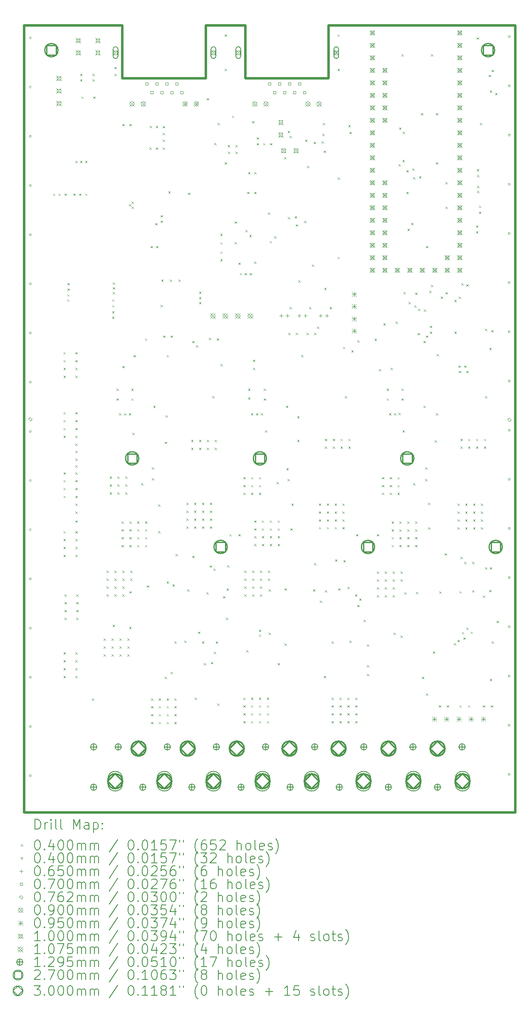
<source format=gbr>
%TF.GenerationSoftware,KiCad,Pcbnew,7.0.2-6a45011f42~172~ubuntu20.04.1*%
%TF.CreationDate,2023-06-12T15:09:08+02:00*%
%TF.ProjectId,inverter,696e7665-7274-4657-922e-6b696361645f,rev?*%
%TF.SameCoordinates,Original*%
%TF.FileFunction,Drillmap*%
%TF.FilePolarity,Positive*%
%FSLAX45Y45*%
G04 Gerber Fmt 4.5, Leading zero omitted, Abs format (unit mm)*
G04 Created by KiCad (PCBNEW 7.0.2-6a45011f42~172~ubuntu20.04.1) date 2023-06-12 15:09:08*
%MOMM*%
%LPD*%
G01*
G04 APERTURE LIST*
%ADD10C,0.500000*%
%ADD11C,0.200000*%
%ADD12C,0.040000*%
%ADD13C,0.065000*%
%ADD14C,0.070000*%
%ADD15C,0.076200*%
%ADD16C,0.090000*%
%ADD17C,0.095000*%
%ADD18C,0.100000*%
%ADD19C,0.107500*%
%ADD20C,0.129540*%
%ADD21C,0.270000*%
%ADD22C,0.300000*%
G04 APERTURE END LIST*
D10*
X4200000Y-2200000D02*
X4200000Y-18200000D01*
X7900000Y-2200000D02*
X7900000Y-3270000D01*
X10400000Y-2200000D02*
X14200000Y-2200000D01*
X4200000Y-18200000D02*
X14200000Y-18200000D01*
X8700000Y-3270000D02*
X10400000Y-3270000D01*
X6200000Y-3270000D02*
X7900000Y-3270000D01*
X4200000Y-2200000D02*
X6200000Y-2200000D01*
X7900000Y-2200000D02*
X8700000Y-2200000D01*
X8700000Y-2200000D02*
X8700000Y-3270000D01*
X6200000Y-2200000D02*
X6200000Y-3270000D01*
X10400000Y-2200000D02*
X10400000Y-3270000D01*
X14200000Y-18200000D02*
X14200000Y-2200000D01*
D11*
D12*
X4790000Y-5614000D02*
X4830000Y-5654000D01*
X4830000Y-5614000D02*
X4790000Y-5654000D01*
X4900000Y-5614000D02*
X4940000Y-5654000D01*
X4940000Y-5614000D02*
X4900000Y-5654000D01*
X5000000Y-8840000D02*
X5040000Y-8880000D01*
X5040000Y-8840000D02*
X5000000Y-8880000D01*
X5000000Y-9000000D02*
X5040000Y-9040000D01*
X5040000Y-9000000D02*
X5000000Y-9040000D01*
X5000000Y-9160000D02*
X5040000Y-9200000D01*
X5040000Y-9160000D02*
X5000000Y-9200000D01*
X5000000Y-9320000D02*
X5040000Y-9360000D01*
X5040000Y-9320000D02*
X5000000Y-9360000D01*
X5000000Y-10060000D02*
X5040000Y-10100000D01*
X5040000Y-10060000D02*
X5000000Y-10100000D01*
X5000000Y-10220000D02*
X5040000Y-10260000D01*
X5040000Y-10220000D02*
X5000000Y-10260000D01*
X5000000Y-10380000D02*
X5040000Y-10420000D01*
X5040000Y-10380000D02*
X5000000Y-10420000D01*
X5000000Y-10540000D02*
X5040000Y-10580000D01*
X5040000Y-10540000D02*
X5000000Y-10580000D01*
X5000000Y-11280000D02*
X5040000Y-11320000D01*
X5040000Y-11280000D02*
X5000000Y-11320000D01*
X5000000Y-11440000D02*
X5040000Y-11480000D01*
X5040000Y-11440000D02*
X5000000Y-11480000D01*
X5000000Y-11600000D02*
X5040000Y-11640000D01*
X5040000Y-11600000D02*
X5000000Y-11640000D01*
X5000000Y-11760000D02*
X5040000Y-11800000D01*
X5040000Y-11760000D02*
X5000000Y-11800000D01*
X5000000Y-12480000D02*
X5040000Y-12520000D01*
X5040000Y-12480000D02*
X5000000Y-12520000D01*
X5000000Y-12640000D02*
X5040000Y-12680000D01*
X5040000Y-12640000D02*
X5000000Y-12680000D01*
X5000000Y-12800000D02*
X5040000Y-12840000D01*
X5040000Y-12800000D02*
X5000000Y-12840000D01*
X5000000Y-12960000D02*
X5040000Y-13000000D01*
X5040000Y-12960000D02*
X5000000Y-13000000D01*
X5000000Y-14940000D02*
X5040000Y-14980000D01*
X5040000Y-14940000D02*
X5000000Y-14980000D01*
X5000000Y-15100000D02*
X5040000Y-15140000D01*
X5040000Y-15100000D02*
X5000000Y-15140000D01*
X5000000Y-15260000D02*
X5040000Y-15300000D01*
X5040000Y-15260000D02*
X5000000Y-15300000D01*
X5000000Y-15420000D02*
X5040000Y-15460000D01*
X5040000Y-15420000D02*
X5000000Y-15460000D01*
X5020000Y-5614000D02*
X5060000Y-5654000D01*
X5060000Y-5614000D02*
X5020000Y-5654000D01*
X5020000Y-13760000D02*
X5060000Y-13800000D01*
X5060000Y-13760000D02*
X5020000Y-13800000D01*
X5020000Y-13920000D02*
X5060000Y-13960000D01*
X5060000Y-13920000D02*
X5020000Y-13960000D01*
X5020000Y-14080000D02*
X5060000Y-14120000D01*
X5060000Y-14080000D02*
X5020000Y-14120000D01*
X5020000Y-14240000D02*
X5060000Y-14280000D01*
X5060000Y-14240000D02*
X5020000Y-14280000D01*
X5076057Y-7663922D02*
X5116057Y-7703922D01*
X5116057Y-7663922D02*
X5076057Y-7703922D01*
X5076057Y-7763922D02*
X5116057Y-7803922D01*
X5116057Y-7763922D02*
X5076057Y-7803922D01*
X5081057Y-7433922D02*
X5121057Y-7473922D01*
X5121057Y-7433922D02*
X5081057Y-7473922D01*
X5081057Y-7543922D02*
X5121057Y-7583922D01*
X5121057Y-7543922D02*
X5081057Y-7583922D01*
X5200000Y-5614000D02*
X5240000Y-5654000D01*
X5240000Y-5614000D02*
X5200000Y-5654000D01*
X5240000Y-4949000D02*
X5280000Y-4989000D01*
X5280000Y-4949000D02*
X5240000Y-4989000D01*
X5240000Y-8840000D02*
X5280000Y-8880000D01*
X5280000Y-8840000D02*
X5240000Y-8880000D01*
X5240000Y-9000000D02*
X5280000Y-9040000D01*
X5280000Y-9000000D02*
X5240000Y-9040000D01*
X5240000Y-9160000D02*
X5280000Y-9200000D01*
X5280000Y-9160000D02*
X5240000Y-9200000D01*
X5240000Y-9320000D02*
X5280000Y-9360000D01*
X5280000Y-9320000D02*
X5240000Y-9360000D01*
X5240000Y-10060000D02*
X5280000Y-10100000D01*
X5280000Y-10060000D02*
X5240000Y-10100000D01*
X5240000Y-10220000D02*
X5280000Y-10260000D01*
X5280000Y-10220000D02*
X5240000Y-10260000D01*
X5240000Y-10380000D02*
X5280000Y-10420000D01*
X5280000Y-10380000D02*
X5240000Y-10420000D01*
X5240000Y-10540000D02*
X5280000Y-10580000D01*
X5280000Y-10540000D02*
X5240000Y-10580000D01*
X5240000Y-10700000D02*
X5280000Y-10740000D01*
X5280000Y-10700000D02*
X5240000Y-10740000D01*
X5240000Y-10840000D02*
X5280000Y-10880000D01*
X5280000Y-10840000D02*
X5240000Y-10880000D01*
X5240000Y-11000000D02*
X5280000Y-11040000D01*
X5280000Y-11000000D02*
X5240000Y-11040000D01*
X5240000Y-11140000D02*
X5280000Y-11180000D01*
X5280000Y-11140000D02*
X5240000Y-11180000D01*
X5240000Y-11280000D02*
X5280000Y-11320000D01*
X5280000Y-11280000D02*
X5240000Y-11320000D01*
X5240000Y-11440000D02*
X5280000Y-11480000D01*
X5280000Y-11440000D02*
X5240000Y-11480000D01*
X5240000Y-11600000D02*
X5280000Y-11640000D01*
X5280000Y-11600000D02*
X5240000Y-11640000D01*
X5240000Y-11760000D02*
X5280000Y-11800000D01*
X5280000Y-11760000D02*
X5240000Y-11800000D01*
X5240000Y-11920000D02*
X5280000Y-11960000D01*
X5280000Y-11920000D02*
X5240000Y-11960000D01*
X5240000Y-12080000D02*
X5280000Y-12120000D01*
X5280000Y-12080000D02*
X5240000Y-12120000D01*
X5240000Y-12260000D02*
X5280000Y-12300000D01*
X5280000Y-12260000D02*
X5240000Y-12300000D01*
X5240000Y-12480000D02*
X5280000Y-12520000D01*
X5280000Y-12480000D02*
X5240000Y-12520000D01*
X5240000Y-12640000D02*
X5280000Y-12680000D01*
X5280000Y-12640000D02*
X5240000Y-12680000D01*
X5240000Y-12800000D02*
X5280000Y-12840000D01*
X5280000Y-12800000D02*
X5240000Y-12840000D01*
X5240000Y-12960000D02*
X5280000Y-13000000D01*
X5280000Y-12960000D02*
X5240000Y-13000000D01*
X5240000Y-14940000D02*
X5280000Y-14980000D01*
X5280000Y-14940000D02*
X5240000Y-14980000D01*
X5240000Y-15100000D02*
X5280000Y-15140000D01*
X5280000Y-15100000D02*
X5240000Y-15140000D01*
X5240000Y-15260000D02*
X5280000Y-15300000D01*
X5280000Y-15260000D02*
X5240000Y-15300000D01*
X5240000Y-15420000D02*
X5280000Y-15460000D01*
X5280000Y-15420000D02*
X5240000Y-15460000D01*
X5260000Y-13760000D02*
X5300000Y-13800000D01*
X5300000Y-13760000D02*
X5260000Y-13800000D01*
X5260000Y-13920000D02*
X5300000Y-13960000D01*
X5300000Y-13920000D02*
X5260000Y-13960000D01*
X5260000Y-14080000D02*
X5300000Y-14120000D01*
X5300000Y-14080000D02*
X5260000Y-14120000D01*
X5260000Y-14240000D02*
X5300000Y-14280000D01*
X5300000Y-14240000D02*
X5260000Y-14280000D01*
X5320000Y-5614000D02*
X5360000Y-5654000D01*
X5360000Y-5614000D02*
X5320000Y-5654000D01*
X5340000Y-3180000D02*
X5380000Y-3220000D01*
X5380000Y-3180000D02*
X5340000Y-3220000D01*
X5340000Y-3290000D02*
X5380000Y-3330000D01*
X5380000Y-3290000D02*
X5340000Y-3330000D01*
X5340000Y-4949000D02*
X5380000Y-4989000D01*
X5380000Y-4949000D02*
X5340000Y-4989000D01*
X5365000Y-3640000D02*
X5405000Y-3680000D01*
X5405000Y-3640000D02*
X5365000Y-3680000D01*
X5440000Y-4949000D02*
X5480000Y-4989000D01*
X5480000Y-4949000D02*
X5440000Y-4989000D01*
X5440000Y-5614000D02*
X5480000Y-5654000D01*
X5480000Y-5614000D02*
X5440000Y-5654000D01*
X5580000Y-15880000D02*
X5620000Y-15920000D01*
X5620000Y-15880000D02*
X5580000Y-15920000D01*
X5590000Y-3180000D02*
X5630000Y-3220000D01*
X5630000Y-3180000D02*
X5590000Y-3220000D01*
X5590000Y-3290000D02*
X5630000Y-3330000D01*
X5630000Y-3290000D02*
X5590000Y-3330000D01*
X5605000Y-3640000D02*
X5645000Y-3680000D01*
X5645000Y-3640000D02*
X5605000Y-3680000D01*
X5820000Y-14660000D02*
X5860000Y-14700000D01*
X5860000Y-14660000D02*
X5820000Y-14700000D01*
X5820000Y-14820000D02*
X5860000Y-14860000D01*
X5860000Y-14820000D02*
X5820000Y-14860000D01*
X5820000Y-14980000D02*
X5860000Y-15020000D01*
X5860000Y-14980000D02*
X5820000Y-15020000D01*
X5880000Y-13280000D02*
X5920000Y-13320000D01*
X5920000Y-13280000D02*
X5880000Y-13320000D01*
X5880000Y-13440000D02*
X5920000Y-13480000D01*
X5920000Y-13440000D02*
X5880000Y-13480000D01*
X5880000Y-13600000D02*
X5920000Y-13640000D01*
X5920000Y-13600000D02*
X5880000Y-13640000D01*
X5880000Y-13760000D02*
X5920000Y-13800000D01*
X5920000Y-13760000D02*
X5880000Y-13800000D01*
X5940000Y-11370000D02*
X5980000Y-11410000D01*
X5980000Y-11370000D02*
X5940000Y-11410000D01*
X5940000Y-11530000D02*
X5980000Y-11570000D01*
X5980000Y-11530000D02*
X5940000Y-11570000D01*
X5940000Y-11690000D02*
X5980000Y-11730000D01*
X5980000Y-11690000D02*
X5940000Y-11730000D01*
X5980000Y-14660000D02*
X6020000Y-14700000D01*
X6020000Y-14660000D02*
X5980000Y-14700000D01*
X5980000Y-14820000D02*
X6020000Y-14860000D01*
X6020000Y-14820000D02*
X5980000Y-14860000D01*
X5980000Y-14980000D02*
X6020000Y-15020000D01*
X6020000Y-14980000D02*
X5980000Y-15020000D01*
X5991057Y-7763922D02*
X6031057Y-7803922D01*
X6031057Y-7763922D02*
X5991057Y-7803922D01*
X5991057Y-7883922D02*
X6031057Y-7923922D01*
X6031057Y-7883922D02*
X5991057Y-7923922D01*
X5991057Y-8003922D02*
X6031057Y-8043922D01*
X6031057Y-8003922D02*
X5991057Y-8043922D01*
X5991057Y-8113922D02*
X6031057Y-8153922D01*
X6031057Y-8113922D02*
X5991057Y-8153922D01*
X6000000Y-14380000D02*
X6040000Y-14420000D01*
X6040000Y-14380000D02*
X6000000Y-14420000D01*
X6001057Y-7418922D02*
X6041057Y-7458922D01*
X6041057Y-7418922D02*
X6001057Y-7458922D01*
X6001057Y-7518922D02*
X6041057Y-7558922D01*
X6041057Y-7518922D02*
X6001057Y-7558922D01*
X6001057Y-7618922D02*
X6041057Y-7658922D01*
X6041057Y-7618922D02*
X6001057Y-7658922D01*
X6040000Y-3040000D02*
X6080000Y-3080000D01*
X6080000Y-3040000D02*
X6040000Y-3080000D01*
X6040000Y-3180000D02*
X6080000Y-3220000D01*
X6080000Y-3180000D02*
X6040000Y-3220000D01*
X6040000Y-13280000D02*
X6080000Y-13320000D01*
X6080000Y-13280000D02*
X6040000Y-13320000D01*
X6040000Y-13440000D02*
X6080000Y-13480000D01*
X6080000Y-13440000D02*
X6040000Y-13480000D01*
X6040000Y-13600000D02*
X6080000Y-13640000D01*
X6080000Y-13600000D02*
X6040000Y-13640000D01*
X6040000Y-13760000D02*
X6080000Y-13800000D01*
X6080000Y-13760000D02*
X6040000Y-13800000D01*
X6080000Y-9580000D02*
X6120000Y-9620000D01*
X6120000Y-9580000D02*
X6080000Y-9620000D01*
X6080000Y-9780000D02*
X6120000Y-9820000D01*
X6120000Y-9780000D02*
X6080000Y-9820000D01*
X6100000Y-11370000D02*
X6140000Y-11410000D01*
X6140000Y-11370000D02*
X6100000Y-11410000D01*
X6100000Y-11530000D02*
X6140000Y-11570000D01*
X6140000Y-11530000D02*
X6100000Y-11570000D01*
X6100000Y-11690000D02*
X6140000Y-11730000D01*
X6140000Y-11690000D02*
X6100000Y-11730000D01*
X6130000Y-10080000D02*
X6170000Y-10120000D01*
X6170000Y-10080000D02*
X6130000Y-10120000D01*
X6140000Y-14660000D02*
X6180000Y-14700000D01*
X6180000Y-14660000D02*
X6140000Y-14700000D01*
X6140000Y-14820000D02*
X6180000Y-14860000D01*
X6180000Y-14820000D02*
X6140000Y-14860000D01*
X6140000Y-14980000D02*
X6180000Y-15020000D01*
X6180000Y-14980000D02*
X6140000Y-15020000D01*
X6180000Y-12279000D02*
X6220000Y-12319000D01*
X6220000Y-12279000D02*
X6180000Y-12319000D01*
X6180000Y-12439000D02*
X6220000Y-12479000D01*
X6220000Y-12439000D02*
X6180000Y-12479000D01*
X6180000Y-12599000D02*
X6220000Y-12639000D01*
X6220000Y-12599000D02*
X6180000Y-12639000D01*
X6180000Y-12759000D02*
X6220000Y-12799000D01*
X6220000Y-12759000D02*
X6180000Y-12799000D01*
X6200000Y-4200000D02*
X6240000Y-4240000D01*
X6240000Y-4200000D02*
X6200000Y-4240000D01*
X6200000Y-13280000D02*
X6240000Y-13320000D01*
X6240000Y-13280000D02*
X6200000Y-13320000D01*
X6200000Y-13440000D02*
X6240000Y-13480000D01*
X6240000Y-13440000D02*
X6200000Y-13480000D01*
X6200000Y-13600000D02*
X6240000Y-13640000D01*
X6240000Y-13600000D02*
X6200000Y-13640000D01*
X6200000Y-13760000D02*
X6240000Y-13800000D01*
X6240000Y-13760000D02*
X6200000Y-13800000D01*
X6200000Y-9120000D02*
X6240000Y-9160000D01*
X6240000Y-9120000D02*
X6200000Y-9160000D01*
X6230000Y-10080000D02*
X6270000Y-10120000D01*
X6270000Y-10080000D02*
X6230000Y-10120000D01*
X6260000Y-11370000D02*
X6300000Y-11410000D01*
X6300000Y-11370000D02*
X6260000Y-11410000D01*
X6260000Y-11530000D02*
X6300000Y-11570000D01*
X6300000Y-11530000D02*
X6260000Y-11570000D01*
X6260000Y-11690000D02*
X6300000Y-11730000D01*
X6300000Y-11690000D02*
X6260000Y-11730000D01*
X6300000Y-14660000D02*
X6340000Y-14700000D01*
X6340000Y-14660000D02*
X6300000Y-14700000D01*
X6300000Y-14820000D02*
X6340000Y-14860000D01*
X6340000Y-14820000D02*
X6300000Y-14860000D01*
X6300000Y-14980000D02*
X6340000Y-15020000D01*
X6340000Y-14980000D02*
X6300000Y-15020000D01*
X6330000Y-10080000D02*
X6370000Y-10120000D01*
X6370000Y-10080000D02*
X6330000Y-10120000D01*
X6335000Y-5830000D02*
X6375000Y-5870000D01*
X6375000Y-5830000D02*
X6335000Y-5870000D01*
X6338723Y-14421183D02*
X6378723Y-14461183D01*
X6378723Y-14421183D02*
X6338723Y-14461183D01*
X6340000Y-12279000D02*
X6380000Y-12319000D01*
X6380000Y-12279000D02*
X6340000Y-12319000D01*
X6340000Y-12439000D02*
X6380000Y-12479000D01*
X6380000Y-12439000D02*
X6340000Y-12479000D01*
X6340000Y-12599000D02*
X6380000Y-12639000D01*
X6380000Y-12599000D02*
X6340000Y-12639000D01*
X6340000Y-12759000D02*
X6380000Y-12799000D01*
X6380000Y-12759000D02*
X6340000Y-12799000D01*
X6340000Y-4200000D02*
X6380000Y-4240000D01*
X6380000Y-4200000D02*
X6340000Y-4240000D01*
X6340000Y-13700000D02*
X6380000Y-13740000D01*
X6380000Y-13700000D02*
X6340000Y-13740000D01*
X6360000Y-13280000D02*
X6400000Y-13320000D01*
X6400000Y-13280000D02*
X6360000Y-13320000D01*
X6360000Y-13440000D02*
X6400000Y-13480000D01*
X6400000Y-13440000D02*
X6360000Y-13480000D01*
X6380000Y-9580000D02*
X6420000Y-9620000D01*
X6420000Y-9580000D02*
X6380000Y-9620000D01*
X6380000Y-9780000D02*
X6420000Y-9820000D01*
X6420000Y-9780000D02*
X6380000Y-9820000D01*
X6385000Y-5780000D02*
X6425000Y-5820000D01*
X6425000Y-5780000D02*
X6385000Y-5820000D01*
X6385000Y-5880000D02*
X6425000Y-5920000D01*
X6425000Y-5880000D02*
X6385000Y-5920000D01*
X6400000Y-10480000D02*
X6440000Y-10520000D01*
X6440000Y-10480000D02*
X6400000Y-10520000D01*
X6430000Y-8900000D02*
X6470000Y-8940000D01*
X6470000Y-8900000D02*
X6430000Y-8940000D01*
X6500000Y-12279000D02*
X6540000Y-12319000D01*
X6540000Y-12279000D02*
X6500000Y-12319000D01*
X6500000Y-12439000D02*
X6540000Y-12479000D01*
X6540000Y-12439000D02*
X6500000Y-12479000D01*
X6500000Y-12599000D02*
X6540000Y-12639000D01*
X6540000Y-12599000D02*
X6500000Y-12639000D01*
X6500000Y-12759000D02*
X6540000Y-12799000D01*
X6540000Y-12759000D02*
X6500000Y-12799000D01*
X6580000Y-11500000D02*
X6620000Y-11540000D01*
X6620000Y-11500000D02*
X6580000Y-11540000D01*
X6660000Y-12279000D02*
X6700000Y-12319000D01*
X6700000Y-12279000D02*
X6660000Y-12319000D01*
X6660000Y-12439000D02*
X6700000Y-12479000D01*
X6700000Y-12439000D02*
X6660000Y-12479000D01*
X6660000Y-12599000D02*
X6700000Y-12639000D01*
X6700000Y-12599000D02*
X6660000Y-12639000D01*
X6660000Y-12759000D02*
X6700000Y-12799000D01*
X6700000Y-12759000D02*
X6660000Y-12799000D01*
X6660000Y-8560000D02*
X6700000Y-8600000D01*
X6700000Y-8560000D02*
X6660000Y-8600000D01*
X6700000Y-13580000D02*
X6740000Y-13620000D01*
X6740000Y-13580000D02*
X6700000Y-13620000D01*
X6750000Y-4680000D02*
X6790000Y-4720000D01*
X6790000Y-4680000D02*
X6750000Y-4720000D01*
X6755000Y-4240000D02*
X6795000Y-4280000D01*
X6795000Y-4240000D02*
X6755000Y-4280000D01*
X6775000Y-6680000D02*
X6815000Y-6720000D01*
X6815000Y-6680000D02*
X6775000Y-6720000D01*
X6780000Y-15877377D02*
X6820000Y-15917377D01*
X6820000Y-15877377D02*
X6780000Y-15917377D01*
X6780000Y-16037377D02*
X6820000Y-16077377D01*
X6820000Y-16037377D02*
X6780000Y-16077377D01*
X6780000Y-16197377D02*
X6820000Y-16237377D01*
X6820000Y-16197377D02*
X6780000Y-16237377D01*
X6780000Y-16357377D02*
X6820000Y-16397377D01*
X6820000Y-16357377D02*
X6780000Y-16397377D01*
X6800000Y-11180000D02*
X6840000Y-11220000D01*
X6840000Y-11180000D02*
X6800000Y-11220000D01*
X6800000Y-11400000D02*
X6840000Y-11440000D01*
X6840000Y-11400000D02*
X6800000Y-11440000D01*
X6830000Y-9930000D02*
X6870000Y-9970000D01*
X6870000Y-9930000D02*
X6830000Y-9970000D01*
X6870000Y-6214000D02*
X6910000Y-6254000D01*
X6910000Y-6214000D02*
X6870000Y-6254000D01*
X6880000Y-4240000D02*
X6920000Y-4280000D01*
X6920000Y-4240000D02*
X6880000Y-4280000D01*
X6880000Y-4680000D02*
X6920000Y-4720000D01*
X6920000Y-4680000D02*
X6880000Y-4720000D01*
X6882500Y-6680250D02*
X6922500Y-6720250D01*
X6922500Y-6680250D02*
X6882500Y-6720250D01*
X6930000Y-11932500D02*
X6970000Y-11972500D01*
X6970000Y-11932500D02*
X6930000Y-11972500D01*
X6930000Y-12479000D02*
X6970000Y-12519000D01*
X6970000Y-12479000D02*
X6930000Y-12519000D01*
X6940000Y-15877377D02*
X6980000Y-15917377D01*
X6980000Y-15877377D02*
X6940000Y-15917377D01*
X6940000Y-16037377D02*
X6980000Y-16077377D01*
X6980000Y-16037377D02*
X6940000Y-16077377D01*
X6940000Y-16197377D02*
X6980000Y-16237377D01*
X6980000Y-16197377D02*
X6940000Y-16237377D01*
X6940000Y-16357377D02*
X6980000Y-16397377D01*
X6980000Y-16357377D02*
X6940000Y-16397377D01*
X6980000Y-6054000D02*
X7020000Y-6094000D01*
X7020000Y-6054000D02*
X6980000Y-6094000D01*
X6980000Y-6164000D02*
X7020000Y-6204000D01*
X7020000Y-6164000D02*
X6980000Y-6204000D01*
X6980000Y-7880000D02*
X7020000Y-7920000D01*
X7020000Y-7880000D02*
X6980000Y-7920000D01*
X6990000Y-7364000D02*
X7030000Y-7404000D01*
X7030000Y-7364000D02*
X6990000Y-7404000D01*
X7017138Y-4243342D02*
X7057138Y-4283342D01*
X7057138Y-4243342D02*
X7017138Y-4283342D01*
X7020000Y-4380000D02*
X7060000Y-4420000D01*
X7060000Y-4380000D02*
X7020000Y-4420000D01*
X7020000Y-4520000D02*
X7060000Y-4560000D01*
X7060000Y-4520000D02*
X7020000Y-4560000D01*
X7020000Y-4680000D02*
X7060000Y-4720000D01*
X7060000Y-4680000D02*
X7020000Y-4720000D01*
X7030000Y-8500000D02*
X7070000Y-8540000D01*
X7070000Y-8500000D02*
X7030000Y-8540000D01*
X7060000Y-10660000D02*
X7100000Y-10700000D01*
X7100000Y-10660000D02*
X7060000Y-10700000D01*
X7060000Y-15437550D02*
X7100000Y-15477550D01*
X7100000Y-15437550D02*
X7060000Y-15477550D01*
X7080000Y-10120000D02*
X7120000Y-10160000D01*
X7120000Y-10120000D02*
X7080000Y-10160000D01*
X7100000Y-8900000D02*
X7140000Y-8940000D01*
X7140000Y-8900000D02*
X7100000Y-8940000D01*
X7100000Y-13500000D02*
X7140000Y-13540000D01*
X7140000Y-13500000D02*
X7100000Y-13540000D01*
X7100000Y-15877377D02*
X7140000Y-15917377D01*
X7140000Y-15877377D02*
X7100000Y-15917377D01*
X7100000Y-16037377D02*
X7140000Y-16077377D01*
X7140000Y-16037377D02*
X7100000Y-16077377D01*
X7100000Y-16197377D02*
X7140000Y-16237377D01*
X7140000Y-16197377D02*
X7100000Y-16237377D01*
X7100000Y-16357377D02*
X7140000Y-16397377D01*
X7140000Y-16357377D02*
X7100000Y-16397377D01*
X7135000Y-5570000D02*
X7175000Y-5610000D01*
X7175000Y-5570000D02*
X7135000Y-5610000D01*
X7165000Y-7364000D02*
X7205000Y-7404000D01*
X7205000Y-7364000D02*
X7165000Y-7404000D01*
X7180000Y-8500000D02*
X7220000Y-8540000D01*
X7220000Y-8500000D02*
X7180000Y-8540000D01*
X7180000Y-15340000D02*
X7220000Y-15380000D01*
X7220000Y-15340000D02*
X7180000Y-15380000D01*
X7220000Y-13560000D02*
X7260000Y-13600000D01*
X7260000Y-13560000D02*
X7220000Y-13600000D01*
X7260000Y-14720000D02*
X7300000Y-14760000D01*
X7300000Y-14720000D02*
X7260000Y-14760000D01*
X7260000Y-15877377D02*
X7300000Y-15917377D01*
X7300000Y-15877377D02*
X7260000Y-15917377D01*
X7260000Y-16037377D02*
X7300000Y-16077377D01*
X7300000Y-16037377D02*
X7260000Y-16077377D01*
X7260000Y-16197377D02*
X7300000Y-16237377D01*
X7300000Y-16197377D02*
X7260000Y-16237377D01*
X7260000Y-16357377D02*
X7300000Y-16397377D01*
X7300000Y-16357377D02*
X7260000Y-16397377D01*
X7280000Y-12940000D02*
X7320000Y-12980000D01*
X7320000Y-12940000D02*
X7280000Y-12980000D01*
X7340000Y-7364000D02*
X7380000Y-7404000D01*
X7380000Y-7364000D02*
X7340000Y-7404000D01*
X7460000Y-14700000D02*
X7500000Y-14740000D01*
X7500000Y-14700000D02*
X7460000Y-14740000D01*
X7500000Y-11900000D02*
X7540000Y-11940000D01*
X7540000Y-11900000D02*
X7500000Y-11940000D01*
X7500000Y-12060000D02*
X7540000Y-12100000D01*
X7540000Y-12060000D02*
X7500000Y-12100000D01*
X7500000Y-12220000D02*
X7540000Y-12260000D01*
X7540000Y-12220000D02*
X7500000Y-12260000D01*
X7500000Y-12380000D02*
X7540000Y-12420000D01*
X7540000Y-12380000D02*
X7500000Y-12420000D01*
X7520000Y-13661672D02*
X7560000Y-13701672D01*
X7560000Y-13661672D02*
X7520000Y-13701672D01*
X7535000Y-5597450D02*
X7575000Y-5637450D01*
X7575000Y-5597450D02*
X7535000Y-5637450D01*
X7600000Y-10620000D02*
X7640000Y-10660000D01*
X7640000Y-10620000D02*
X7600000Y-10660000D01*
X7600000Y-10780000D02*
X7640000Y-10820000D01*
X7640000Y-10780000D02*
X7600000Y-10820000D01*
X7620000Y-8610000D02*
X7660000Y-8650000D01*
X7660000Y-8610000D02*
X7620000Y-8650000D01*
X7620000Y-12980000D02*
X7660000Y-13020000D01*
X7660000Y-12980000D02*
X7620000Y-13020000D01*
X7660000Y-11900000D02*
X7700000Y-11940000D01*
X7700000Y-11900000D02*
X7660000Y-11940000D01*
X7660000Y-12060000D02*
X7700000Y-12100000D01*
X7700000Y-12060000D02*
X7660000Y-12100000D01*
X7660000Y-12220000D02*
X7700000Y-12260000D01*
X7700000Y-12220000D02*
X7660000Y-12260000D01*
X7660000Y-12380000D02*
X7700000Y-12420000D01*
X7700000Y-12380000D02*
X7660000Y-12420000D01*
X7673936Y-15862350D02*
X7713936Y-15902350D01*
X7713936Y-15862350D02*
X7673936Y-15902350D01*
X7700000Y-8700000D02*
X7740000Y-8740000D01*
X7740000Y-8700000D02*
X7700000Y-8740000D01*
X7740000Y-14520000D02*
X7780000Y-14560000D01*
X7780000Y-14520000D02*
X7740000Y-14560000D01*
X7760000Y-7610000D02*
X7800000Y-7650000D01*
X7800000Y-7610000D02*
X7760000Y-7650000D01*
X7760000Y-7720000D02*
X7800000Y-7760000D01*
X7800000Y-7720000D02*
X7760000Y-7760000D01*
X7760000Y-7820000D02*
X7800000Y-7860000D01*
X7800000Y-7820000D02*
X7760000Y-7860000D01*
X7760000Y-10620000D02*
X7800000Y-10660000D01*
X7800000Y-10620000D02*
X7760000Y-10660000D01*
X7760000Y-10780000D02*
X7800000Y-10820000D01*
X7800000Y-10780000D02*
X7760000Y-10820000D01*
X7820000Y-11900000D02*
X7860000Y-11940000D01*
X7860000Y-11900000D02*
X7820000Y-11940000D01*
X7820000Y-12060000D02*
X7860000Y-12100000D01*
X7860000Y-12060000D02*
X7820000Y-12100000D01*
X7820000Y-12220000D02*
X7860000Y-12260000D01*
X7860000Y-12220000D02*
X7820000Y-12260000D01*
X7820000Y-12380000D02*
X7860000Y-12420000D01*
X7860000Y-12380000D02*
X7820000Y-12420000D01*
X7820000Y-14720000D02*
X7860000Y-14760000D01*
X7860000Y-14720000D02*
X7820000Y-14760000D01*
X7860000Y-15160000D02*
X7900000Y-15200000D01*
X7900000Y-15160000D02*
X7860000Y-15200000D01*
X7907550Y-13720000D02*
X7947550Y-13760000D01*
X7947550Y-13720000D02*
X7907550Y-13760000D01*
X7920000Y-3673949D02*
X7960000Y-3713949D01*
X7960000Y-3673949D02*
X7920000Y-3713949D01*
X7920000Y-10620000D02*
X7960000Y-10660000D01*
X7960000Y-10620000D02*
X7920000Y-10660000D01*
X7920000Y-10780000D02*
X7960000Y-10820000D01*
X7960000Y-10780000D02*
X7920000Y-10820000D01*
X7960000Y-8550000D02*
X8000000Y-8590000D01*
X8000000Y-8550000D02*
X7960000Y-8590000D01*
X7974112Y-13174953D02*
X8014112Y-13214953D01*
X8014112Y-13174953D02*
X7974112Y-13214953D01*
X7980000Y-11900000D02*
X8020000Y-11940000D01*
X8020000Y-11900000D02*
X7980000Y-11940000D01*
X7980000Y-12060000D02*
X8020000Y-12100000D01*
X8020000Y-12060000D02*
X7980000Y-12100000D01*
X7980000Y-12220000D02*
X8020000Y-12260000D01*
X8020000Y-12220000D02*
X7980000Y-12260000D01*
X7980000Y-12380000D02*
X8020000Y-12420000D01*
X8020000Y-12380000D02*
X7980000Y-12420000D01*
X8000000Y-15140000D02*
X8040000Y-15180000D01*
X8040000Y-15140000D02*
X8000000Y-15180000D01*
X8030000Y-9730000D02*
X8070000Y-9770000D01*
X8070000Y-9730000D02*
X8030000Y-9770000D01*
X8050000Y-13240000D02*
X8090000Y-13280000D01*
X8090000Y-13240000D02*
X8050000Y-13280000D01*
X8060000Y-14930000D02*
X8100000Y-14970000D01*
X8100000Y-14930000D02*
X8060000Y-14970000D01*
X8070000Y-4584000D02*
X8110000Y-4624000D01*
X8110000Y-4584000D02*
X8070000Y-4624000D01*
X8080000Y-10620000D02*
X8120000Y-10660000D01*
X8120000Y-10620000D02*
X8080000Y-10660000D01*
X8080000Y-10780000D02*
X8120000Y-10820000D01*
X8120000Y-10780000D02*
X8080000Y-10820000D01*
X8100000Y-14720000D02*
X8140000Y-14760000D01*
X8140000Y-14720000D02*
X8100000Y-14760000D01*
X8120000Y-8560000D02*
X8160000Y-8600000D01*
X8160000Y-8560000D02*
X8120000Y-8600000D01*
X8130000Y-15980000D02*
X8170000Y-16020000D01*
X8170000Y-15980000D02*
X8130000Y-16020000D01*
X8140000Y-4180000D02*
X8180000Y-4220000D01*
X8180000Y-4180000D02*
X8140000Y-4220000D01*
X8192402Y-6430000D02*
X8232402Y-6470000D01*
X8232402Y-6430000D02*
X8192402Y-6470000D01*
X8193027Y-6605000D02*
X8233027Y-6645000D01*
X8233027Y-6605000D02*
X8193027Y-6645000D01*
X8193027Y-6789951D02*
X8233027Y-6829951D01*
X8233027Y-6789951D02*
X8193027Y-6829951D01*
X8193027Y-6945000D02*
X8233027Y-6985000D01*
X8233027Y-6945000D02*
X8193027Y-6985000D01*
X8200000Y-9080000D02*
X8240000Y-9120000D01*
X8240000Y-9080000D02*
X8200000Y-9120000D01*
X8250050Y-13800000D02*
X8290050Y-13840000D01*
X8290050Y-13800000D02*
X8250050Y-13840000D01*
X8280000Y-2380000D02*
X8320000Y-2420000D01*
X8320000Y-2380000D02*
X8280000Y-2420000D01*
X8280000Y-3080000D02*
X8320000Y-3120000D01*
X8320000Y-3080000D02*
X8280000Y-3120000D01*
X8280000Y-4980000D02*
X8320000Y-5020000D01*
X8320000Y-4980000D02*
X8280000Y-5020000D01*
X8310000Y-14240000D02*
X8350000Y-14280000D01*
X8350000Y-14240000D02*
X8310000Y-14280000D01*
X8320000Y-13646250D02*
X8360000Y-13686250D01*
X8360000Y-13646250D02*
X8320000Y-13686250D01*
X8330000Y-13170000D02*
X8370000Y-13210000D01*
X8370000Y-13170000D02*
X8330000Y-13210000D01*
X8345000Y-4630000D02*
X8385000Y-4670000D01*
X8385000Y-4630000D02*
X8345000Y-4670000D01*
X8350000Y-4760000D02*
X8390000Y-4800000D01*
X8390000Y-4760000D02*
X8350000Y-4800000D01*
X8380000Y-12540000D02*
X8420000Y-12580000D01*
X8420000Y-12540000D02*
X8380000Y-12580000D01*
X8428750Y-4031250D02*
X8468750Y-4071250D01*
X8468750Y-4031250D02*
X8428750Y-4071250D01*
X8485000Y-6180000D02*
X8525000Y-6220000D01*
X8525000Y-6180000D02*
X8485000Y-6220000D01*
X8485000Y-6600000D02*
X8525000Y-6640000D01*
X8525000Y-6600000D02*
X8485000Y-6640000D01*
X8500000Y-4630000D02*
X8540000Y-4670000D01*
X8540000Y-4630000D02*
X8500000Y-4670000D01*
X8500000Y-4760000D02*
X8540000Y-4800000D01*
X8540000Y-4760000D02*
X8500000Y-4800000D01*
X8560000Y-7020000D02*
X8600000Y-7060000D01*
X8600000Y-7020000D02*
X8560000Y-7060000D01*
X8560000Y-12540000D02*
X8600000Y-12580000D01*
X8600000Y-12540000D02*
X8560000Y-12580000D01*
X8590000Y-7230000D02*
X8630000Y-7270000D01*
X8630000Y-7230000D02*
X8590000Y-7270000D01*
X8660000Y-11380000D02*
X8700000Y-11420000D01*
X8700000Y-11380000D02*
X8660000Y-11420000D01*
X8660000Y-11540000D02*
X8700000Y-11580000D01*
X8700000Y-11540000D02*
X8660000Y-11580000D01*
X8660000Y-11700000D02*
X8700000Y-11740000D01*
X8700000Y-11700000D02*
X8660000Y-11740000D01*
X8660000Y-15860000D02*
X8700000Y-15900000D01*
X8700000Y-15860000D02*
X8660000Y-15900000D01*
X8660000Y-16020000D02*
X8700000Y-16060000D01*
X8700000Y-16020000D02*
X8660000Y-16060000D01*
X8660000Y-16180000D02*
X8700000Y-16220000D01*
X8700000Y-16180000D02*
X8660000Y-16220000D01*
X8660000Y-16340000D02*
X8700000Y-16380000D01*
X8700000Y-16340000D02*
X8660000Y-16380000D01*
X8680000Y-13280000D02*
X8720000Y-13320000D01*
X8720000Y-13280000D02*
X8680000Y-13320000D01*
X8680000Y-13440000D02*
X8720000Y-13480000D01*
X8720000Y-13440000D02*
X8680000Y-13480000D01*
X8680000Y-13600000D02*
X8720000Y-13640000D01*
X8720000Y-13600000D02*
X8680000Y-13640000D01*
X8680000Y-13760000D02*
X8720000Y-13800000D01*
X8720000Y-13760000D02*
X8680000Y-13800000D01*
X8690000Y-7230000D02*
X8730000Y-7270000D01*
X8730000Y-7230000D02*
X8690000Y-7270000D01*
X8702719Y-6352450D02*
X8742719Y-6392450D01*
X8742719Y-6352450D02*
X8702719Y-6392450D01*
X8720000Y-14900000D02*
X8760000Y-14940000D01*
X8760000Y-14900000D02*
X8720000Y-14940000D01*
X8740000Y-5580000D02*
X8780000Y-5620000D01*
X8780000Y-5580000D02*
X8740000Y-5620000D01*
X8760000Y-5180000D02*
X8800000Y-5220000D01*
X8800000Y-5180000D02*
X8760000Y-5220000D01*
X8760000Y-9580000D02*
X8800000Y-9620000D01*
X8800000Y-9580000D02*
X8760000Y-9620000D01*
X8760000Y-9760000D02*
X8800000Y-9800000D01*
X8800000Y-9760000D02*
X8760000Y-9800000D01*
X8785000Y-6456500D02*
X8825000Y-6496500D01*
X8825000Y-6456500D02*
X8785000Y-6496500D01*
X8790000Y-7230000D02*
X8830000Y-7270000D01*
X8830000Y-7230000D02*
X8790000Y-7270000D01*
X8820000Y-10080000D02*
X8860000Y-10120000D01*
X8860000Y-10080000D02*
X8820000Y-10120000D01*
X8820000Y-11380000D02*
X8860000Y-11420000D01*
X8860000Y-11380000D02*
X8820000Y-11420000D01*
X8820000Y-11540000D02*
X8860000Y-11580000D01*
X8860000Y-11540000D02*
X8820000Y-11580000D01*
X8820000Y-11700000D02*
X8860000Y-11740000D01*
X8860000Y-11700000D02*
X8820000Y-11740000D01*
X8820000Y-15860000D02*
X8860000Y-15900000D01*
X8860000Y-15860000D02*
X8820000Y-15900000D01*
X8820000Y-16020000D02*
X8860000Y-16060000D01*
X8860000Y-16020000D02*
X8820000Y-16060000D01*
X8820000Y-16180000D02*
X8860000Y-16220000D01*
X8860000Y-16180000D02*
X8820000Y-16220000D01*
X8820000Y-16340000D02*
X8860000Y-16380000D01*
X8860000Y-16340000D02*
X8820000Y-16380000D01*
X8840000Y-4140000D02*
X8880000Y-4180000D01*
X8880000Y-4140000D02*
X8840000Y-4180000D01*
X8840000Y-13280000D02*
X8880000Y-13320000D01*
X8880000Y-13280000D02*
X8840000Y-13320000D01*
X8840000Y-13440000D02*
X8880000Y-13480000D01*
X8880000Y-13440000D02*
X8840000Y-13480000D01*
X8840000Y-13600000D02*
X8880000Y-13640000D01*
X8880000Y-13600000D02*
X8840000Y-13640000D01*
X8840000Y-13760000D02*
X8880000Y-13800000D01*
X8880000Y-13760000D02*
X8840000Y-13800000D01*
X8860000Y-8992450D02*
X8900000Y-9032450D01*
X8900000Y-8992450D02*
X8860000Y-9032450D01*
X8860000Y-9160000D02*
X8900000Y-9200000D01*
X8900000Y-9160000D02*
X8860000Y-9200000D01*
X8880000Y-5180000D02*
X8920000Y-5220000D01*
X8920000Y-5180000D02*
X8880000Y-5220000D01*
X8880000Y-5580000D02*
X8920000Y-5620000D01*
X8920000Y-5580000D02*
X8880000Y-5620000D01*
X8880000Y-7000000D02*
X8920000Y-7040000D01*
X8920000Y-7000000D02*
X8880000Y-7040000D01*
X8880000Y-12260000D02*
X8920000Y-12300000D01*
X8920000Y-12260000D02*
X8880000Y-12300000D01*
X8880000Y-12420000D02*
X8920000Y-12460000D01*
X8920000Y-12420000D02*
X8880000Y-12460000D01*
X8880000Y-12580000D02*
X8920000Y-12620000D01*
X8920000Y-12580000D02*
X8880000Y-12620000D01*
X8880000Y-12740000D02*
X8920000Y-12780000D01*
X8920000Y-12740000D02*
X8880000Y-12780000D01*
X8920000Y-10080000D02*
X8960000Y-10120000D01*
X8960000Y-10080000D02*
X8920000Y-10120000D01*
X8935000Y-4470000D02*
X8975000Y-4510000D01*
X8975000Y-4470000D02*
X8935000Y-4510000D01*
X8935000Y-4590000D02*
X8975000Y-4630000D01*
X8975000Y-4590000D02*
X8935000Y-4630000D01*
X8980000Y-11380000D02*
X9020000Y-11420000D01*
X9020000Y-11380000D02*
X8980000Y-11420000D01*
X8980000Y-11540000D02*
X9020000Y-11580000D01*
X9020000Y-11540000D02*
X8980000Y-11580000D01*
X8980000Y-11700000D02*
X9020000Y-11740000D01*
X9020000Y-11700000D02*
X8980000Y-11740000D01*
X8980000Y-14480000D02*
X9020000Y-14520000D01*
X9020000Y-14480000D02*
X8980000Y-14520000D01*
X8980000Y-14580050D02*
X9020000Y-14620050D01*
X9020000Y-14580050D02*
X8980000Y-14620050D01*
X8980000Y-15860000D02*
X9020000Y-15900000D01*
X9020000Y-15860000D02*
X8980000Y-15900000D01*
X8980000Y-16020000D02*
X9020000Y-16060000D01*
X9020000Y-16020000D02*
X8980000Y-16060000D01*
X8980000Y-16180000D02*
X9020000Y-16220000D01*
X9020000Y-16180000D02*
X8980000Y-16220000D01*
X8980000Y-16340000D02*
X9020000Y-16380000D01*
X9020000Y-16340000D02*
X8980000Y-16380000D01*
X9000000Y-13280000D02*
X9040000Y-13320000D01*
X9040000Y-13280000D02*
X9000000Y-13320000D01*
X9000000Y-13440000D02*
X9040000Y-13480000D01*
X9040000Y-13440000D02*
X9000000Y-13480000D01*
X9000000Y-13600000D02*
X9040000Y-13640000D01*
X9040000Y-13600000D02*
X9000000Y-13640000D01*
X9000000Y-13760000D02*
X9040000Y-13800000D01*
X9040000Y-13760000D02*
X9000000Y-13800000D01*
X9020000Y-10080000D02*
X9060000Y-10120000D01*
X9060000Y-10080000D02*
X9020000Y-10120000D01*
X9040000Y-12260000D02*
X9080000Y-12300000D01*
X9080000Y-12260000D02*
X9040000Y-12300000D01*
X9040000Y-12420000D02*
X9080000Y-12460000D01*
X9080000Y-12420000D02*
X9040000Y-12460000D01*
X9040000Y-12580000D02*
X9080000Y-12620000D01*
X9080000Y-12580000D02*
X9040000Y-12620000D01*
X9040000Y-12740000D02*
X9080000Y-12780000D01*
X9080000Y-12740000D02*
X9040000Y-12780000D01*
X9065000Y-4590000D02*
X9105000Y-4630000D01*
X9105000Y-4590000D02*
X9065000Y-4630000D01*
X9080000Y-9580000D02*
X9120000Y-9620000D01*
X9120000Y-9580000D02*
X9080000Y-9620000D01*
X9080000Y-9780000D02*
X9120000Y-9820000D01*
X9120000Y-9780000D02*
X9080000Y-9820000D01*
X9100000Y-10430000D02*
X9140000Y-10470000D01*
X9140000Y-10430000D02*
X9100000Y-10470000D01*
X9140000Y-15860000D02*
X9180000Y-15900000D01*
X9180000Y-15860000D02*
X9140000Y-15900000D01*
X9140000Y-16020000D02*
X9180000Y-16060000D01*
X9180000Y-16020000D02*
X9140000Y-16060000D01*
X9140000Y-16180000D02*
X9180000Y-16220000D01*
X9180000Y-16180000D02*
X9140000Y-16220000D01*
X9140000Y-16340000D02*
X9180000Y-16380000D01*
X9180000Y-16340000D02*
X9140000Y-16380000D01*
X9160000Y-6000000D02*
X9200000Y-6040000D01*
X9200000Y-6000000D02*
X9160000Y-6040000D01*
X9160000Y-13280000D02*
X9200000Y-13320000D01*
X9200000Y-13280000D02*
X9160000Y-13320000D01*
X9160000Y-13440000D02*
X9200000Y-13480000D01*
X9200000Y-13440000D02*
X9160000Y-13480000D01*
X9180000Y-13660000D02*
X9220000Y-13700000D01*
X9220000Y-13660000D02*
X9180000Y-13700000D01*
X9180000Y-14539000D02*
X9220000Y-14579000D01*
X9220000Y-14539000D02*
X9180000Y-14579000D01*
X9200000Y-6580000D02*
X9240000Y-6620000D01*
X9240000Y-6580000D02*
X9200000Y-6620000D01*
X9200000Y-12260000D02*
X9240000Y-12300000D01*
X9240000Y-12260000D02*
X9200000Y-12300000D01*
X9200000Y-12420000D02*
X9240000Y-12460000D01*
X9240000Y-12420000D02*
X9200000Y-12460000D01*
X9200000Y-12580000D02*
X9240000Y-12620000D01*
X9240000Y-12580000D02*
X9200000Y-12620000D01*
X9200000Y-12740000D02*
X9240000Y-12780000D01*
X9240000Y-12740000D02*
X9200000Y-12780000D01*
X9205000Y-4590000D02*
X9245000Y-4630000D01*
X9245000Y-4590000D02*
X9205000Y-4630000D01*
X9286230Y-6481230D02*
X9326230Y-6521230D01*
X9326230Y-6481230D02*
X9286230Y-6521230D01*
X9340000Y-11480000D02*
X9380000Y-11520000D01*
X9380000Y-11480000D02*
X9340000Y-11520000D01*
X9360000Y-12260000D02*
X9400000Y-12300000D01*
X9400000Y-12260000D02*
X9360000Y-12300000D01*
X9360000Y-12420000D02*
X9400000Y-12460000D01*
X9400000Y-12420000D02*
X9360000Y-12460000D01*
X9360000Y-12580000D02*
X9400000Y-12620000D01*
X9400000Y-12580000D02*
X9360000Y-12620000D01*
X9360000Y-12740000D02*
X9400000Y-12780000D01*
X9400000Y-12740000D02*
X9360000Y-12780000D01*
X9360000Y-15160000D02*
X9400000Y-15200000D01*
X9400000Y-15160000D02*
X9360000Y-15200000D01*
X9495000Y-4870000D02*
X9535000Y-4910000D01*
X9535000Y-4870000D02*
X9495000Y-4910000D01*
X9500000Y-13640000D02*
X9540000Y-13680000D01*
X9540000Y-13640000D02*
X9500000Y-13680000D01*
X9500000Y-14760000D02*
X9540000Y-14800000D01*
X9540000Y-14760000D02*
X9500000Y-14800000D01*
X9530000Y-9930000D02*
X9570000Y-9970000D01*
X9570000Y-9930000D02*
X9530000Y-9970000D01*
X9540000Y-11200000D02*
X9580000Y-11240000D01*
X9580000Y-11200000D02*
X9540000Y-11240000D01*
X9560000Y-11420000D02*
X9600000Y-11460000D01*
X9600000Y-11420000D02*
X9560000Y-11460000D01*
X9565000Y-4340000D02*
X9605000Y-4380000D01*
X9605000Y-4340000D02*
X9565000Y-4380000D01*
X9568048Y-6089298D02*
X9608048Y-6129298D01*
X9608048Y-6089298D02*
X9568048Y-6129298D01*
X9580000Y-8447550D02*
X9620000Y-8487550D01*
X9620000Y-8447550D02*
X9580000Y-8487550D01*
X9600000Y-7920000D02*
X9640000Y-7960000D01*
X9640000Y-7920000D02*
X9600000Y-7960000D01*
X9605000Y-4440000D02*
X9645000Y-4480000D01*
X9645000Y-4440000D02*
X9605000Y-4480000D01*
X9620000Y-12420000D02*
X9660000Y-12460000D01*
X9660000Y-12420000D02*
X9620000Y-12460000D01*
X9640000Y-11920000D02*
X9680000Y-11960000D01*
X9680000Y-11920000D02*
X9640000Y-11960000D01*
X9707177Y-6077650D02*
X9747177Y-6117650D01*
X9747177Y-6077650D02*
X9707177Y-6117650D01*
X9730000Y-6240000D02*
X9770000Y-6280000D01*
X9770000Y-6240000D02*
X9730000Y-6280000D01*
X9730000Y-8447550D02*
X9770000Y-8487550D01*
X9770000Y-8447550D02*
X9730000Y-8487550D01*
X9760000Y-10140000D02*
X9800000Y-10180000D01*
X9800000Y-10140000D02*
X9760000Y-10180000D01*
X9760000Y-10620000D02*
X9800000Y-10660000D01*
X9800000Y-10620000D02*
X9760000Y-10660000D01*
X9780000Y-7380000D02*
X9820000Y-7420000D01*
X9820000Y-7380000D02*
X9780000Y-7420000D01*
X9840000Y-8897400D02*
X9880000Y-8937400D01*
X9880000Y-8897400D02*
X9840000Y-8937400D01*
X9900000Y-6170000D02*
X9940000Y-6210000D01*
X9940000Y-6170000D02*
X9900000Y-6210000D01*
X9920000Y-4520000D02*
X9960000Y-4560000D01*
X9960000Y-4520000D02*
X9920000Y-4560000D01*
X9952545Y-8447550D02*
X9992545Y-8487550D01*
X9992545Y-8447550D02*
X9952545Y-8487550D01*
X9955313Y-5050000D02*
X9995313Y-5090000D01*
X9995313Y-5050000D02*
X9955313Y-5090000D01*
X10000000Y-7920000D02*
X10040000Y-7960000D01*
X10040000Y-7920000D02*
X10000000Y-7960000D01*
X10060000Y-7060000D02*
X10100000Y-7100000D01*
X10100000Y-7060000D02*
X10060000Y-7100000D01*
X10080000Y-13660000D02*
X10120000Y-13700000D01*
X10120000Y-13660000D02*
X10080000Y-13700000D01*
X10094134Y-4564933D02*
X10134134Y-4604933D01*
X10134134Y-4564933D02*
X10094134Y-4604933D01*
X10100000Y-8447550D02*
X10140000Y-8487550D01*
X10140000Y-8447550D02*
X10100000Y-8487550D01*
X10100000Y-13130000D02*
X10140000Y-13170000D01*
X10140000Y-13130000D02*
X10100000Y-13170000D01*
X10160000Y-8320000D02*
X10200000Y-8360000D01*
X10200000Y-8320000D02*
X10160000Y-8360000D01*
X10200000Y-11916000D02*
X10240000Y-11956000D01*
X10240000Y-11916000D02*
X10200000Y-11956000D01*
X10200000Y-12076000D02*
X10240000Y-12116000D01*
X10240000Y-12076000D02*
X10200000Y-12116000D01*
X10200000Y-12236000D02*
X10240000Y-12276000D01*
X10240000Y-12236000D02*
X10200000Y-12276000D01*
X10200000Y-12396000D02*
X10240000Y-12436000D01*
X10240000Y-12396000D02*
X10200000Y-12436000D01*
X10220000Y-13890000D02*
X10260000Y-13930000D01*
X10260000Y-13890000D02*
X10220000Y-13930000D01*
X10255000Y-4550000D02*
X10295000Y-4590000D01*
X10295000Y-4550000D02*
X10255000Y-4590000D01*
X10270000Y-4400000D02*
X10310000Y-4440000D01*
X10310000Y-4400000D02*
X10270000Y-4440000D01*
X10280000Y-4180000D02*
X10320000Y-4220000D01*
X10320000Y-4180000D02*
X10280000Y-4220000D01*
X10295000Y-4742500D02*
X10335000Y-4782500D01*
X10335000Y-4742500D02*
X10295000Y-4782500D01*
X10300000Y-15420000D02*
X10340000Y-15460000D01*
X10340000Y-15420000D02*
X10300000Y-15460000D01*
X10310000Y-7530000D02*
X10350000Y-7570000D01*
X10350000Y-7530000D02*
X10310000Y-7570000D01*
X10320000Y-10600000D02*
X10360000Y-10640000D01*
X10360000Y-10600000D02*
X10320000Y-10640000D01*
X10320000Y-10760000D02*
X10360000Y-10800000D01*
X10360000Y-10760000D02*
X10320000Y-10800000D01*
X10320000Y-13680000D02*
X10360000Y-13720000D01*
X10360000Y-13680000D02*
X10320000Y-13720000D01*
X10360000Y-11916000D02*
X10400000Y-11956000D01*
X10400000Y-11916000D02*
X10360000Y-11956000D01*
X10360000Y-12076000D02*
X10400000Y-12116000D01*
X10400000Y-12076000D02*
X10360000Y-12116000D01*
X10360000Y-12236000D02*
X10400000Y-12276000D01*
X10400000Y-12236000D02*
X10360000Y-12276000D01*
X10360000Y-12396000D02*
X10400000Y-12436000D01*
X10400000Y-12396000D02*
X10360000Y-12436000D01*
X10420000Y-7920000D02*
X10460000Y-7960000D01*
X10460000Y-7920000D02*
X10420000Y-7960000D01*
X10460000Y-14720000D02*
X10500000Y-14760000D01*
X10500000Y-14720000D02*
X10460000Y-14760000D01*
X10460000Y-15860000D02*
X10500000Y-15900000D01*
X10500000Y-15860000D02*
X10460000Y-15900000D01*
X10460000Y-16020000D02*
X10500000Y-16060000D01*
X10500000Y-16020000D02*
X10460000Y-16060000D01*
X10460000Y-16180000D02*
X10500000Y-16220000D01*
X10500000Y-16180000D02*
X10460000Y-16220000D01*
X10460000Y-16340000D02*
X10500000Y-16380000D01*
X10500000Y-16340000D02*
X10460000Y-16380000D01*
X10480000Y-10600000D02*
X10520000Y-10640000D01*
X10520000Y-10600000D02*
X10480000Y-10640000D01*
X10480000Y-10760000D02*
X10520000Y-10800000D01*
X10520000Y-10760000D02*
X10480000Y-10800000D01*
X10520000Y-11916000D02*
X10560000Y-11956000D01*
X10560000Y-11916000D02*
X10520000Y-11956000D01*
X10520000Y-12076000D02*
X10560000Y-12116000D01*
X10560000Y-12076000D02*
X10520000Y-12116000D01*
X10520000Y-12236000D02*
X10560000Y-12276000D01*
X10560000Y-12236000D02*
X10520000Y-12276000D01*
X10520000Y-12396000D02*
X10560000Y-12436000D01*
X10560000Y-12396000D02*
X10520000Y-12436000D01*
X10530000Y-13050000D02*
X10570000Y-13090000D01*
X10570000Y-13050000D02*
X10530000Y-13090000D01*
X10580000Y-2380000D02*
X10620000Y-2420000D01*
X10620000Y-2380000D02*
X10580000Y-2420000D01*
X10580000Y-3080000D02*
X10620000Y-3120000D01*
X10620000Y-3080000D02*
X10580000Y-3120000D01*
X10580000Y-6900000D02*
X10620000Y-6940000D01*
X10620000Y-6900000D02*
X10580000Y-6940000D01*
X10585000Y-5288500D02*
X10625000Y-5328500D01*
X10625000Y-5288500D02*
X10585000Y-5328500D01*
X10590000Y-13640000D02*
X10630000Y-13680000D01*
X10630000Y-13640000D02*
X10590000Y-13680000D01*
X10620000Y-15860000D02*
X10660000Y-15900000D01*
X10660000Y-15860000D02*
X10620000Y-15900000D01*
X10620000Y-16020000D02*
X10660000Y-16060000D01*
X10660000Y-16020000D02*
X10620000Y-16060000D01*
X10620000Y-16180000D02*
X10660000Y-16220000D01*
X10660000Y-16180000D02*
X10620000Y-16220000D01*
X10620000Y-16340000D02*
X10660000Y-16380000D01*
X10660000Y-16340000D02*
X10620000Y-16380000D01*
X10640000Y-10600000D02*
X10680000Y-10640000D01*
X10680000Y-10600000D02*
X10640000Y-10640000D01*
X10640000Y-10760000D02*
X10680000Y-10800000D01*
X10680000Y-10760000D02*
X10640000Y-10800000D01*
X10680000Y-11916000D02*
X10720000Y-11956000D01*
X10720000Y-11916000D02*
X10680000Y-11956000D01*
X10680000Y-12076000D02*
X10720000Y-12116000D01*
X10720000Y-12076000D02*
X10680000Y-12116000D01*
X10680000Y-12236000D02*
X10720000Y-12276000D01*
X10720000Y-12236000D02*
X10680000Y-12276000D01*
X10680000Y-12396000D02*
X10720000Y-12436000D01*
X10720000Y-12396000D02*
X10680000Y-12436000D01*
X10690000Y-8730000D02*
X10730000Y-8770000D01*
X10730000Y-8730000D02*
X10690000Y-8770000D01*
X10700000Y-13070000D02*
X10740000Y-13110000D01*
X10740000Y-13070000D02*
X10700000Y-13110000D01*
X10730000Y-9730000D02*
X10770000Y-9770000D01*
X10770000Y-9730000D02*
X10730000Y-9770000D01*
X10780000Y-13610000D02*
X10820000Y-13650000D01*
X10820000Y-13610000D02*
X10780000Y-13650000D01*
X10780000Y-15860000D02*
X10820000Y-15900000D01*
X10820000Y-15860000D02*
X10780000Y-15900000D01*
X10780000Y-16020000D02*
X10820000Y-16060000D01*
X10820000Y-16020000D02*
X10780000Y-16060000D01*
X10780000Y-16180000D02*
X10820000Y-16220000D01*
X10820000Y-16180000D02*
X10780000Y-16220000D01*
X10780000Y-16340000D02*
X10820000Y-16380000D01*
X10820000Y-16340000D02*
X10780000Y-16380000D01*
X10800000Y-4220000D02*
X10840000Y-4260000D01*
X10840000Y-4220000D02*
X10800000Y-4260000D01*
X10800000Y-10600000D02*
X10840000Y-10640000D01*
X10840000Y-10600000D02*
X10800000Y-10640000D01*
X10800000Y-10760000D02*
X10840000Y-10800000D01*
X10840000Y-10760000D02*
X10800000Y-10800000D01*
X10820000Y-4360000D02*
X10860000Y-4400000D01*
X10860000Y-4360000D02*
X10820000Y-4400000D01*
X10820000Y-14700000D02*
X10860000Y-14740000D01*
X10860000Y-14700000D02*
X10820000Y-14740000D01*
X10860000Y-8800000D02*
X10900000Y-8840000D01*
X10900000Y-8800000D02*
X10860000Y-8840000D01*
X10935000Y-13765000D02*
X10975000Y-13805000D01*
X10975000Y-13765000D02*
X10935000Y-13805000D01*
X10940000Y-15860000D02*
X10980000Y-15900000D01*
X10980000Y-15860000D02*
X10940000Y-15900000D01*
X10940000Y-16020000D02*
X10980000Y-16060000D01*
X10980000Y-16020000D02*
X10940000Y-16060000D01*
X10940000Y-16180000D02*
X10980000Y-16220000D01*
X10980000Y-16180000D02*
X10940000Y-16220000D01*
X10940000Y-16340000D02*
X10980000Y-16380000D01*
X10980000Y-16340000D02*
X10940000Y-16380000D01*
X10960000Y-12540000D02*
X11000000Y-12580000D01*
X11000000Y-12540000D02*
X10960000Y-12580000D01*
X10980000Y-8600000D02*
X11020000Y-8640000D01*
X11020000Y-8600000D02*
X10980000Y-8640000D01*
X10980000Y-13980000D02*
X11020000Y-14020000D01*
X11020000Y-13980000D02*
X10980000Y-14020000D01*
X11020000Y-13850000D02*
X11060000Y-13890000D01*
X11060000Y-13850000D02*
X11020000Y-13890000D01*
X11110000Y-14280000D02*
X11150000Y-14320000D01*
X11150000Y-14280000D02*
X11110000Y-14320000D01*
X11180000Y-14780000D02*
X11220000Y-14820000D01*
X11220000Y-14780000D02*
X11180000Y-14820000D01*
X11180000Y-15200000D02*
X11220000Y-15240000D01*
X11220000Y-15200000D02*
X11180000Y-15240000D01*
X11180000Y-15380000D02*
X11220000Y-15420000D01*
X11220000Y-15380000D02*
X11180000Y-15420000D01*
X11335000Y-8565000D02*
X11375000Y-8605000D01*
X11375000Y-8565000D02*
X11335000Y-8605000D01*
X11380000Y-12540000D02*
X11420000Y-12580000D01*
X11420000Y-12540000D02*
X11380000Y-12580000D01*
X11380000Y-13300000D02*
X11420000Y-13340000D01*
X11420000Y-13300000D02*
X11380000Y-13340000D01*
X11380000Y-13460000D02*
X11420000Y-13500000D01*
X11420000Y-13460000D02*
X11380000Y-13500000D01*
X11380000Y-13620000D02*
X11420000Y-13660000D01*
X11420000Y-13620000D02*
X11380000Y-13660000D01*
X11380000Y-13780000D02*
X11420000Y-13820000D01*
X11420000Y-13780000D02*
X11380000Y-13820000D01*
X11420000Y-9180000D02*
X11460000Y-9220000D01*
X11460000Y-9180000D02*
X11420000Y-9220000D01*
X11480000Y-11380000D02*
X11520000Y-11420000D01*
X11520000Y-11380000D02*
X11480000Y-11420000D01*
X11480000Y-11540000D02*
X11520000Y-11580000D01*
X11520000Y-11540000D02*
X11480000Y-11580000D01*
X11480000Y-11700000D02*
X11520000Y-11740000D01*
X11520000Y-11700000D02*
X11480000Y-11740000D01*
X11511250Y-8253125D02*
X11551250Y-8293125D01*
X11551250Y-8253125D02*
X11511250Y-8293125D01*
X11540000Y-13300000D02*
X11580000Y-13340000D01*
X11580000Y-13300000D02*
X11540000Y-13340000D01*
X11540000Y-13460000D02*
X11580000Y-13500000D01*
X11580000Y-13460000D02*
X11540000Y-13500000D01*
X11540000Y-13620000D02*
X11580000Y-13660000D01*
X11580000Y-13620000D02*
X11540000Y-13660000D01*
X11540000Y-13780000D02*
X11580000Y-13820000D01*
X11580000Y-13780000D02*
X11540000Y-13820000D01*
X11580000Y-9580000D02*
X11620000Y-9620000D01*
X11620000Y-9580000D02*
X11580000Y-9620000D01*
X11580000Y-9780000D02*
X11620000Y-9820000D01*
X11620000Y-9780000D02*
X11580000Y-9820000D01*
X11630000Y-10080000D02*
X11670000Y-10120000D01*
X11670000Y-10080000D02*
X11630000Y-10120000D01*
X11640000Y-11380000D02*
X11680000Y-11420000D01*
X11680000Y-11380000D02*
X11640000Y-11420000D01*
X11640000Y-11540000D02*
X11680000Y-11580000D01*
X11680000Y-11540000D02*
X11640000Y-11580000D01*
X11640000Y-11700000D02*
X11680000Y-11740000D01*
X11680000Y-11700000D02*
X11640000Y-11740000D01*
X11660000Y-9160000D02*
X11700000Y-9200000D01*
X11700000Y-9160000D02*
X11660000Y-9200000D01*
X11680000Y-12280000D02*
X11720000Y-12320000D01*
X11720000Y-12280000D02*
X11680000Y-12320000D01*
X11680000Y-12440000D02*
X11720000Y-12480000D01*
X11720000Y-12440000D02*
X11680000Y-12480000D01*
X11680000Y-12600000D02*
X11720000Y-12640000D01*
X11720000Y-12600000D02*
X11680000Y-12640000D01*
X11680000Y-12760000D02*
X11720000Y-12800000D01*
X11720000Y-12760000D02*
X11680000Y-12800000D01*
X11700000Y-13300000D02*
X11740000Y-13340000D01*
X11740000Y-13300000D02*
X11700000Y-13340000D01*
X11700000Y-13460000D02*
X11740000Y-13500000D01*
X11740000Y-13460000D02*
X11700000Y-13500000D01*
X11700000Y-13620000D02*
X11740000Y-13660000D01*
X11740000Y-13620000D02*
X11700000Y-13660000D01*
X11700000Y-13780000D02*
X11740000Y-13820000D01*
X11740000Y-13780000D02*
X11700000Y-13820000D01*
X11720000Y-14540000D02*
X11760000Y-14580000D01*
X11760000Y-14540000D02*
X11720000Y-14580000D01*
X11730000Y-10080000D02*
X11770000Y-10120000D01*
X11770000Y-10080000D02*
X11730000Y-10120000D01*
X11760000Y-8220000D02*
X11800000Y-8260000D01*
X11800000Y-8220000D02*
X11760000Y-8260000D01*
X11800000Y-11380000D02*
X11840000Y-11420000D01*
X11840000Y-11380000D02*
X11800000Y-11420000D01*
X11800000Y-11540000D02*
X11840000Y-11580000D01*
X11840000Y-11540000D02*
X11800000Y-11580000D01*
X11800000Y-11700000D02*
X11840000Y-11740000D01*
X11840000Y-11700000D02*
X11800000Y-11740000D01*
X11820000Y-5020000D02*
X11860000Y-5060000D01*
X11860000Y-5020000D02*
X11820000Y-5060000D01*
X11822138Y-10072138D02*
X11862138Y-10112138D01*
X11862138Y-10072138D02*
X11822138Y-10112138D01*
X11832450Y-4269876D02*
X11872450Y-4309876D01*
X11872450Y-4269876D02*
X11832450Y-4309876D01*
X11840000Y-12280000D02*
X11880000Y-12320000D01*
X11880000Y-12280000D02*
X11840000Y-12320000D01*
X11840000Y-12440000D02*
X11880000Y-12480000D01*
X11880000Y-12440000D02*
X11840000Y-12480000D01*
X11840000Y-12600000D02*
X11880000Y-12640000D01*
X11880000Y-12600000D02*
X11840000Y-12640000D01*
X11840000Y-12760000D02*
X11880000Y-12800000D01*
X11880000Y-12760000D02*
X11840000Y-12800000D01*
X11860000Y-13300000D02*
X11900000Y-13340000D01*
X11900000Y-13300000D02*
X11860000Y-13340000D01*
X11860000Y-13460000D02*
X11900000Y-13500000D01*
X11900000Y-13460000D02*
X11860000Y-13500000D01*
X11860000Y-14600000D02*
X11900000Y-14640000D01*
X11900000Y-14600000D02*
X11860000Y-14640000D01*
X11880000Y-2780000D02*
X11920000Y-2820000D01*
X11920000Y-2780000D02*
X11880000Y-2820000D01*
X11880000Y-9580000D02*
X11920000Y-9620000D01*
X11920000Y-9580000D02*
X11880000Y-9620000D01*
X11880000Y-9780000D02*
X11920000Y-9820000D01*
X11920000Y-9780000D02*
X11880000Y-9820000D01*
X11900000Y-4930000D02*
X11940000Y-4970000D01*
X11940000Y-4930000D02*
X11900000Y-4970000D01*
X11900000Y-10430000D02*
X11940000Y-10470000D01*
X11940000Y-10430000D02*
X11900000Y-10470000D01*
X11906313Y-4353853D02*
X11946313Y-4393853D01*
X11946313Y-4353853D02*
X11906313Y-4393853D01*
X11922450Y-7615692D02*
X11962450Y-7655692D01*
X11962450Y-7615692D02*
X11922450Y-7655692D01*
X11940000Y-13720000D02*
X11980000Y-13760000D01*
X11980000Y-13720000D02*
X11940000Y-13760000D01*
X11980000Y-5140000D02*
X12020000Y-5180000D01*
X12020000Y-5140000D02*
X11980000Y-5180000D01*
X11980000Y-5580000D02*
X12020000Y-5620000D01*
X12020000Y-5580000D02*
X11980000Y-5620000D01*
X12000000Y-12280000D02*
X12040000Y-12320000D01*
X12040000Y-12280000D02*
X12000000Y-12320000D01*
X12000000Y-12440000D02*
X12040000Y-12480000D01*
X12040000Y-12440000D02*
X12000000Y-12480000D01*
X12000000Y-12600000D02*
X12040000Y-12640000D01*
X12040000Y-12600000D02*
X12000000Y-12640000D01*
X12000000Y-12760000D02*
X12040000Y-12800000D01*
X12040000Y-12760000D02*
X12000000Y-12800000D01*
X12002450Y-6326841D02*
X12042450Y-6366841D01*
X12042450Y-6326841D02*
X12002450Y-6366841D01*
X12022570Y-7817550D02*
X12062570Y-7857550D01*
X12062570Y-7817550D02*
X12022570Y-7857550D01*
X12080000Y-6209794D02*
X12120000Y-6249794D01*
X12120000Y-6209794D02*
X12080000Y-6249794D01*
X12100000Y-5100000D02*
X12140000Y-5140000D01*
X12140000Y-5100000D02*
X12100000Y-5140000D01*
X12120000Y-5280000D02*
X12160000Y-5320000D01*
X12160000Y-5280000D02*
X12120000Y-5320000D01*
X12120000Y-11500000D02*
X12160000Y-11540000D01*
X12160000Y-11500000D02*
X12120000Y-11540000D01*
X12140000Y-7890000D02*
X12180000Y-7930000D01*
X12180000Y-7890000D02*
X12140000Y-7930000D01*
X12160000Y-7630050D02*
X12200000Y-7670050D01*
X12200000Y-7630050D02*
X12160000Y-7670050D01*
X12160000Y-12280000D02*
X12200000Y-12320000D01*
X12200000Y-12280000D02*
X12160000Y-12320000D01*
X12160000Y-12440000D02*
X12200000Y-12480000D01*
X12200000Y-12440000D02*
X12160000Y-12480000D01*
X12160000Y-12600000D02*
X12200000Y-12640000D01*
X12200000Y-12600000D02*
X12160000Y-12640000D01*
X12160000Y-12760000D02*
X12200000Y-12800000D01*
X12200000Y-12760000D02*
X12160000Y-12800000D01*
X12174413Y-13714426D02*
X12214413Y-13754426D01*
X12214413Y-13714426D02*
X12174413Y-13754426D01*
X12210000Y-8450000D02*
X12250000Y-8490000D01*
X12250000Y-8450000D02*
X12210000Y-8490000D01*
X12219517Y-7956353D02*
X12259517Y-7996353D01*
X12259517Y-7956353D02*
X12219517Y-7996353D01*
X12240000Y-5260000D02*
X12280000Y-5300000D01*
X12280000Y-5260000D02*
X12240000Y-5300000D01*
X12280000Y-3980000D02*
X12320000Y-4020000D01*
X12320000Y-3980000D02*
X12280000Y-4020000D01*
X12300000Y-15440000D02*
X12340000Y-15480000D01*
X12340000Y-15440000D02*
X12300000Y-15480000D01*
X12330000Y-8610000D02*
X12370000Y-8650000D01*
X12370000Y-8610000D02*
X12330000Y-8650000D01*
X12330000Y-9930000D02*
X12370000Y-9970000D01*
X12370000Y-9930000D02*
X12330000Y-9970000D01*
X12340000Y-7970000D02*
X12380000Y-8010000D01*
X12380000Y-7970000D02*
X12340000Y-8010000D01*
X12360000Y-11180000D02*
X12400000Y-11220000D01*
X12400000Y-11180000D02*
X12360000Y-11220000D01*
X12360000Y-11420000D02*
X12400000Y-11460000D01*
X12400000Y-11420000D02*
X12360000Y-11460000D01*
X12380000Y-6680000D02*
X12420000Y-6720000D01*
X12420000Y-6680000D02*
X12380000Y-6720000D01*
X12380000Y-8500000D02*
X12420000Y-8540000D01*
X12420000Y-8500000D02*
X12380000Y-8540000D01*
X12380000Y-15780000D02*
X12420000Y-15820000D01*
X12420000Y-15780000D02*
X12380000Y-15820000D01*
X12420000Y-11900000D02*
X12460000Y-11940000D01*
X12460000Y-11900000D02*
X12420000Y-11940000D01*
X12420000Y-12400000D02*
X12460000Y-12440000D01*
X12460000Y-12400000D02*
X12420000Y-12440000D01*
X12450000Y-7590000D02*
X12490000Y-7630000D01*
X12490000Y-7590000D02*
X12450000Y-7630000D01*
X12460000Y-8300000D02*
X12500000Y-8340000D01*
X12500000Y-8300000D02*
X12460000Y-8340000D01*
X12460000Y-8420000D02*
X12500000Y-8460000D01*
X12500000Y-8420000D02*
X12460000Y-8460000D01*
X12480000Y-2780000D02*
X12520000Y-2820000D01*
X12520000Y-2780000D02*
X12480000Y-2820000D01*
X12482381Y-7469725D02*
X12522381Y-7509725D01*
X12522381Y-7469725D02*
X12482381Y-7509725D01*
X12520000Y-14919950D02*
X12560000Y-14959950D01*
X12560000Y-14919950D02*
X12520000Y-14959950D01*
X12560000Y-10630000D02*
X12600000Y-10670000D01*
X12600000Y-10630000D02*
X12560000Y-10670000D01*
X12580000Y-3980000D02*
X12620000Y-4020000D01*
X12620000Y-3980000D02*
X12580000Y-4020000D01*
X12580000Y-4980000D02*
X12620000Y-5020000D01*
X12620000Y-4980000D02*
X12580000Y-5020000D01*
X12580000Y-10080000D02*
X12620000Y-10120000D01*
X12620000Y-10080000D02*
X12580000Y-10120000D01*
X12600000Y-8880000D02*
X12640000Y-8920000D01*
X12640000Y-8880000D02*
X12600000Y-8920000D01*
X12640000Y-16020000D02*
X12680000Y-16060000D01*
X12680000Y-16020000D02*
X12640000Y-16060000D01*
X12652450Y-13701230D02*
X12692450Y-13741230D01*
X12692450Y-13701230D02*
X12652450Y-13741230D01*
X12680000Y-7710000D02*
X12720000Y-7750000D01*
X12720000Y-7710000D02*
X12680000Y-7750000D01*
X12760000Y-12930000D02*
X12800000Y-12970000D01*
X12800000Y-12930000D02*
X12760000Y-12970000D01*
X12780000Y-5380000D02*
X12820000Y-5420000D01*
X12820000Y-5380000D02*
X12780000Y-5420000D01*
X12780000Y-5880000D02*
X12820000Y-5920000D01*
X12820000Y-5880000D02*
X12780000Y-5920000D01*
X12780000Y-7620000D02*
X12820000Y-7660000D01*
X12820000Y-7620000D02*
X12780000Y-7660000D01*
X12800000Y-16020000D02*
X12840000Y-16060000D01*
X12840000Y-16020000D02*
X12800000Y-16060000D01*
X12945556Y-14753673D02*
X12985556Y-14793673D01*
X12985556Y-14753673D02*
X12945556Y-14793673D01*
X12960000Y-7780000D02*
X13000000Y-7820000D01*
X13000000Y-7780000D02*
X12960000Y-7820000D01*
X12960000Y-8422400D02*
X13000000Y-8462400D01*
X13000000Y-8422400D02*
X12960000Y-8462400D01*
X13020000Y-11920000D02*
X13060000Y-11960000D01*
X13060000Y-11920000D02*
X13020000Y-11960000D01*
X13020000Y-12080000D02*
X13060000Y-12120000D01*
X13060000Y-12080000D02*
X13020000Y-12120000D01*
X13020000Y-12240000D02*
X13060000Y-12280000D01*
X13060000Y-12240000D02*
X13020000Y-12280000D01*
X13020000Y-12400000D02*
X13060000Y-12440000D01*
X13060000Y-12400000D02*
X13020000Y-12440000D01*
X13022600Y-14690000D02*
X13062600Y-14730000D01*
X13062600Y-14690000D02*
X13022600Y-14730000D01*
X13040000Y-9110000D02*
X13080000Y-9150000D01*
X13080000Y-9110000D02*
X13040000Y-9150000D01*
X13050000Y-7707550D02*
X13090000Y-7747550D01*
X13090000Y-7707550D02*
X13050000Y-7747550D01*
X13050000Y-9220000D02*
X13090000Y-9260000D01*
X13090000Y-9220000D02*
X13050000Y-9260000D01*
X13060000Y-13700000D02*
X13100000Y-13740000D01*
X13100000Y-13700000D02*
X13060000Y-13740000D01*
X13060000Y-16020000D02*
X13100000Y-16060000D01*
X13100000Y-16020000D02*
X13060000Y-16060000D01*
X13080000Y-10600000D02*
X13120000Y-10640000D01*
X13120000Y-10600000D02*
X13080000Y-10640000D01*
X13080000Y-10760000D02*
X13120000Y-10800000D01*
X13120000Y-10760000D02*
X13080000Y-10800000D01*
X13080000Y-13000000D02*
X13120000Y-13040000D01*
X13120000Y-13000000D02*
X13080000Y-13040000D01*
X13100000Y-7440000D02*
X13140000Y-7480000D01*
X13140000Y-7440000D02*
X13100000Y-7480000D01*
X13111230Y-14528770D02*
X13151230Y-14568770D01*
X13151230Y-14528770D02*
X13111230Y-14568770D01*
X13140000Y-14640000D02*
X13180000Y-14680000D01*
X13180000Y-14640000D02*
X13140000Y-14680000D01*
X13160000Y-9110000D02*
X13200000Y-9150000D01*
X13200000Y-9110000D02*
X13160000Y-9150000D01*
X13160000Y-13100000D02*
X13200000Y-13140000D01*
X13200000Y-13100000D02*
X13160000Y-13140000D01*
X13180000Y-11920000D02*
X13220000Y-11960000D01*
X13220000Y-11920000D02*
X13180000Y-11960000D01*
X13180000Y-12080000D02*
X13220000Y-12120000D01*
X13220000Y-12080000D02*
X13180000Y-12120000D01*
X13180000Y-12240000D02*
X13220000Y-12280000D01*
X13220000Y-12240000D02*
X13180000Y-12280000D01*
X13180000Y-12400000D02*
X13220000Y-12440000D01*
X13220000Y-12400000D02*
X13180000Y-12440000D01*
X13200000Y-7460000D02*
X13240000Y-7500000D01*
X13240000Y-7460000D02*
X13200000Y-7500000D01*
X13200000Y-9220000D02*
X13240000Y-9260000D01*
X13240000Y-9220000D02*
X13200000Y-9260000D01*
X13200000Y-14440000D02*
X13240000Y-14480000D01*
X13240000Y-14440000D02*
X13200000Y-14480000D01*
X13240000Y-10600000D02*
X13280000Y-10640000D01*
X13280000Y-10600000D02*
X13240000Y-10640000D01*
X13240000Y-10760000D02*
X13280000Y-10800000D01*
X13280000Y-10760000D02*
X13240000Y-10800000D01*
X13240000Y-16020000D02*
X13280000Y-16060000D01*
X13280000Y-16020000D02*
X13240000Y-16060000D01*
X13290000Y-14520000D02*
X13330000Y-14560000D01*
X13330000Y-14520000D02*
X13290000Y-14560000D01*
X13317550Y-13101311D02*
X13357550Y-13141311D01*
X13357550Y-13101311D02*
X13317550Y-13141311D01*
X13320000Y-13680000D02*
X13360000Y-13720000D01*
X13360000Y-13680000D02*
X13320000Y-13720000D01*
X13340000Y-11920000D02*
X13380000Y-11960000D01*
X13380000Y-11920000D02*
X13340000Y-11960000D01*
X13340000Y-12080000D02*
X13380000Y-12120000D01*
X13380000Y-12080000D02*
X13340000Y-12120000D01*
X13340000Y-12240000D02*
X13380000Y-12280000D01*
X13380000Y-12240000D02*
X13340000Y-12280000D01*
X13340000Y-12400000D02*
X13380000Y-12440000D01*
X13380000Y-12400000D02*
X13340000Y-12440000D01*
X13400000Y-6260000D02*
X13440000Y-6300000D01*
X13440000Y-6260000D02*
X13400000Y-6300000D01*
X13400000Y-6380000D02*
X13440000Y-6420000D01*
X13440000Y-6380000D02*
X13400000Y-6420000D01*
X13400000Y-10600000D02*
X13440000Y-10640000D01*
X13440000Y-10600000D02*
X13400000Y-10640000D01*
X13400000Y-10760000D02*
X13440000Y-10800000D01*
X13440000Y-10760000D02*
X13400000Y-10800000D01*
X13414500Y-2440000D02*
X13454500Y-2480000D01*
X13454500Y-2440000D02*
X13414500Y-2480000D01*
X13417400Y-5117400D02*
X13457400Y-5157400D01*
X13457400Y-5117400D02*
X13417400Y-5157400D01*
X13420000Y-5240000D02*
X13460000Y-5280000D01*
X13460000Y-5240000D02*
X13420000Y-5280000D01*
X13420000Y-5460000D02*
X13460000Y-5500000D01*
X13460000Y-5460000D02*
X13420000Y-5500000D01*
X13420000Y-5560000D02*
X13460000Y-5600000D01*
X13460000Y-5560000D02*
X13420000Y-5600000D01*
X13460000Y-5860000D02*
X13500000Y-5900000D01*
X13500000Y-5860000D02*
X13460000Y-5900000D01*
X13460000Y-5980000D02*
X13500000Y-6020000D01*
X13500000Y-5980000D02*
X13460000Y-6020000D01*
X13480000Y-4180000D02*
X13520000Y-4220000D01*
X13520000Y-4180000D02*
X13480000Y-4220000D01*
X13500000Y-11920000D02*
X13540000Y-11960000D01*
X13540000Y-11920000D02*
X13500000Y-11960000D01*
X13500000Y-12080000D02*
X13540000Y-12120000D01*
X13540000Y-12080000D02*
X13500000Y-12120000D01*
X13500000Y-12240000D02*
X13540000Y-12280000D01*
X13540000Y-12240000D02*
X13500000Y-12280000D01*
X13500000Y-12400000D02*
X13540000Y-12440000D01*
X13540000Y-12400000D02*
X13500000Y-12440000D01*
X13540000Y-13790000D02*
X13580000Y-13830000D01*
X13580000Y-13790000D02*
X13540000Y-13830000D01*
X13540000Y-16020000D02*
X13580000Y-16060000D01*
X13580000Y-16020000D02*
X13540000Y-16060000D01*
X13560000Y-10600000D02*
X13600000Y-10640000D01*
X13600000Y-10600000D02*
X13560000Y-10640000D01*
X13560000Y-10760000D02*
X13600000Y-10800000D01*
X13600000Y-10760000D02*
X13560000Y-10800000D01*
X13580000Y-8360000D02*
X13620000Y-8400000D01*
X13620000Y-8360000D02*
X13580000Y-8400000D01*
X13580000Y-9730000D02*
X13620000Y-9770000D01*
X13620000Y-9730000D02*
X13580000Y-9770000D01*
X13580000Y-13210000D02*
X13620000Y-13250000D01*
X13620000Y-13210000D02*
X13580000Y-13250000D01*
X13660000Y-3200000D02*
X13700000Y-3240000D01*
X13700000Y-3200000D02*
X13660000Y-3240000D01*
X13664154Y-13674104D02*
X13704154Y-13714104D01*
X13704154Y-13674104D02*
X13664154Y-13714104D01*
X13670000Y-8750000D02*
X13710000Y-8790000D01*
X13710000Y-8750000D02*
X13670000Y-8790000D01*
X13680000Y-3520000D02*
X13720000Y-3560000D01*
X13720000Y-3520000D02*
X13680000Y-3560000D01*
X13680000Y-13210000D02*
X13720000Y-13250000D01*
X13720000Y-13210000D02*
X13680000Y-13250000D01*
X13680000Y-15480000D02*
X13720000Y-15520000D01*
X13720000Y-15480000D02*
X13680000Y-15520000D01*
X13700000Y-16020000D02*
X13740000Y-16060000D01*
X13740000Y-16020000D02*
X13700000Y-16060000D01*
X13710000Y-8390000D02*
X13750000Y-8430000D01*
X13750000Y-8390000D02*
X13710000Y-8430000D01*
X13720000Y-3100000D02*
X13760000Y-3140000D01*
X13760000Y-3100000D02*
X13720000Y-3140000D01*
X13720000Y-14720000D02*
X13760000Y-14760000D01*
X13760000Y-14720000D02*
X13720000Y-14760000D01*
X13790000Y-3570000D02*
X13830000Y-3610000D01*
X13830000Y-3570000D02*
X13790000Y-3610000D01*
X13820000Y-14300000D02*
X13860000Y-14340000D01*
X13860000Y-14300000D02*
X13820000Y-14340000D01*
X4345000Y-2450000D02*
G75*
G03*
X4345000Y-2450000I-20000J0D01*
G01*
X4345000Y-3450000D02*
G75*
G03*
X4345000Y-3450000I-20000J0D01*
G01*
X4345000Y-4450000D02*
G75*
G03*
X4345000Y-4450000I-20000J0D01*
G01*
X4345000Y-5450000D02*
G75*
G03*
X4345000Y-5450000I-20000J0D01*
G01*
X4345000Y-6450000D02*
G75*
G03*
X4345000Y-6450000I-20000J0D01*
G01*
X4345000Y-7450000D02*
G75*
G03*
X4345000Y-7450000I-20000J0D01*
G01*
X4345000Y-8450000D02*
G75*
G03*
X4345000Y-8450000I-20000J0D01*
G01*
X4345000Y-9450000D02*
G75*
G03*
X4345000Y-9450000I-20000J0D01*
G01*
X4345000Y-10450000D02*
G75*
G03*
X4345000Y-10450000I-20000J0D01*
G01*
X4345000Y-11450000D02*
G75*
G03*
X4345000Y-11450000I-20000J0D01*
G01*
X4345000Y-12450000D02*
G75*
G03*
X4345000Y-12450000I-20000J0D01*
G01*
X4345000Y-13450000D02*
G75*
G03*
X4345000Y-13450000I-20000J0D01*
G01*
X4345000Y-14450000D02*
G75*
G03*
X4345000Y-14450000I-20000J0D01*
G01*
X4345000Y-15450000D02*
G75*
G03*
X4345000Y-15450000I-20000J0D01*
G01*
X4345000Y-16450000D02*
G75*
G03*
X4345000Y-16450000I-20000J0D01*
G01*
X4345000Y-17450000D02*
G75*
G03*
X4345000Y-17450000I-20000J0D01*
G01*
X14095000Y-2425000D02*
G75*
G03*
X14095000Y-2425000I-20000J0D01*
G01*
X14095000Y-3425000D02*
G75*
G03*
X14095000Y-3425000I-20000J0D01*
G01*
X14095000Y-4425000D02*
G75*
G03*
X14095000Y-4425000I-20000J0D01*
G01*
X14095000Y-5425000D02*
G75*
G03*
X14095000Y-5425000I-20000J0D01*
G01*
X14095000Y-6425000D02*
G75*
G03*
X14095000Y-6425000I-20000J0D01*
G01*
X14095000Y-7425000D02*
G75*
G03*
X14095000Y-7425000I-20000J0D01*
G01*
X14095000Y-8425000D02*
G75*
G03*
X14095000Y-8425000I-20000J0D01*
G01*
X14095000Y-9425000D02*
G75*
G03*
X14095000Y-9425000I-20000J0D01*
G01*
X14095000Y-10425000D02*
G75*
G03*
X14095000Y-10425000I-20000J0D01*
G01*
X14095000Y-11425000D02*
G75*
G03*
X14095000Y-11425000I-20000J0D01*
G01*
X14095000Y-12425000D02*
G75*
G03*
X14095000Y-12425000I-20000J0D01*
G01*
X14095000Y-13425000D02*
G75*
G03*
X14095000Y-13425000I-20000J0D01*
G01*
X14095000Y-14425000D02*
G75*
G03*
X14095000Y-14425000I-20000J0D01*
G01*
X14095000Y-15425000D02*
G75*
G03*
X14095000Y-15425000I-20000J0D01*
G01*
X14095000Y-16425000D02*
G75*
G03*
X14095000Y-16425000I-20000J0D01*
G01*
X14095000Y-17425000D02*
G75*
G03*
X14095000Y-17425000I-20000J0D01*
G01*
D13*
X9430000Y-8067500D02*
X9430000Y-8132500D01*
X9397500Y-8100000D02*
X9462500Y-8100000D01*
X9557000Y-8067500D02*
X9557000Y-8132500D01*
X9524500Y-8100000D02*
X9589500Y-8100000D01*
X9800000Y-8067500D02*
X9800000Y-8132500D01*
X9767500Y-8100000D02*
X9832500Y-8100000D01*
X9927000Y-8067500D02*
X9927000Y-8132500D01*
X9894500Y-8100000D02*
X9959500Y-8100000D01*
X10233000Y-8067500D02*
X10233000Y-8132500D01*
X10200500Y-8100000D02*
X10265500Y-8100000D01*
X10360000Y-8067500D02*
X10360000Y-8132500D01*
X10327500Y-8100000D02*
X10392500Y-8100000D01*
D14*
X6719749Y-3409749D02*
X6719749Y-3360251D01*
X6670251Y-3360251D01*
X6670251Y-3409749D01*
X6719749Y-3409749D01*
X6821349Y-3587749D02*
X6821349Y-3538251D01*
X6771851Y-3538251D01*
X6771851Y-3587749D01*
X6821349Y-3587749D01*
X6922949Y-3409749D02*
X6922949Y-3360251D01*
X6873451Y-3360251D01*
X6873451Y-3409749D01*
X6922949Y-3409749D01*
X7024549Y-3587749D02*
X7024549Y-3538251D01*
X6975051Y-3538251D01*
X6975051Y-3587749D01*
X7024549Y-3587749D01*
X7126149Y-3409749D02*
X7126149Y-3360251D01*
X7076651Y-3360251D01*
X7076651Y-3409749D01*
X7126149Y-3409749D01*
X7227749Y-3587749D02*
X7227749Y-3538251D01*
X7178251Y-3538251D01*
X7178251Y-3587749D01*
X7227749Y-3587749D01*
X7329349Y-3409749D02*
X7329349Y-3360251D01*
X7279851Y-3360251D01*
X7279851Y-3409749D01*
X7329349Y-3409749D01*
X7430949Y-3587749D02*
X7430949Y-3538251D01*
X7381451Y-3538251D01*
X7381451Y-3587749D01*
X7430949Y-3587749D01*
X9219749Y-3409749D02*
X9219749Y-3360251D01*
X9170251Y-3360251D01*
X9170251Y-3409749D01*
X9219749Y-3409749D01*
X9321349Y-3587749D02*
X9321349Y-3538251D01*
X9271851Y-3538251D01*
X9271851Y-3587749D01*
X9321349Y-3587749D01*
X9422949Y-3409749D02*
X9422949Y-3360251D01*
X9373451Y-3360251D01*
X9373451Y-3409749D01*
X9422949Y-3409749D01*
X9524549Y-3587749D02*
X9524549Y-3538251D01*
X9475051Y-3538251D01*
X9475051Y-3587749D01*
X9524549Y-3587749D01*
X9626149Y-3409749D02*
X9626149Y-3360251D01*
X9576651Y-3360251D01*
X9576651Y-3409749D01*
X9626149Y-3409749D01*
X9727749Y-3587749D02*
X9727749Y-3538251D01*
X9678251Y-3538251D01*
X9678251Y-3587749D01*
X9727749Y-3587749D01*
X9829349Y-3409749D02*
X9829349Y-3360251D01*
X9779851Y-3360251D01*
X9779851Y-3409749D01*
X9829349Y-3409749D01*
X9930949Y-3587749D02*
X9930949Y-3538251D01*
X9881451Y-3538251D01*
X9881451Y-3587749D01*
X9930949Y-3587749D01*
D15*
X4325000Y-10238100D02*
X4363100Y-10200000D01*
X4325000Y-10161900D01*
X4286900Y-10200000D01*
X4325000Y-10238100D01*
X14075000Y-10250600D02*
X14113100Y-10212500D01*
X14075000Y-10174400D01*
X14036900Y-10212500D01*
X14075000Y-10250600D01*
D16*
X6351550Y-3746400D02*
X6441550Y-3836400D01*
X6441550Y-3746400D02*
X6351550Y-3836400D01*
X6441550Y-3791400D02*
G75*
G03*
X6441550Y-3791400I-45000J0D01*
G01*
X6580150Y-3746400D02*
X6670150Y-3836400D01*
X6670150Y-3746400D02*
X6580150Y-3836400D01*
X6670150Y-3791400D02*
G75*
G03*
X6670150Y-3791400I-45000J0D01*
G01*
X7431050Y-3746400D02*
X7521050Y-3836400D01*
X7521050Y-3746400D02*
X7431050Y-3836400D01*
X7521050Y-3791400D02*
G75*
G03*
X7521050Y-3791400I-45000J0D01*
G01*
X7659650Y-3746400D02*
X7749650Y-3836400D01*
X7749650Y-3746400D02*
X7659650Y-3836400D01*
X7749650Y-3791400D02*
G75*
G03*
X7749650Y-3791400I-45000J0D01*
G01*
X8851550Y-3746400D02*
X8941550Y-3836400D01*
X8941550Y-3746400D02*
X8851550Y-3836400D01*
X8941550Y-3791400D02*
G75*
G03*
X8941550Y-3791400I-45000J0D01*
G01*
X9080150Y-3746400D02*
X9170150Y-3836400D01*
X9170150Y-3746400D02*
X9080150Y-3836400D01*
X9170150Y-3791400D02*
G75*
G03*
X9170150Y-3791400I-45000J0D01*
G01*
X9931050Y-3746400D02*
X10021050Y-3836400D01*
X10021050Y-3746400D02*
X9931050Y-3836400D01*
X10021050Y-3791400D02*
G75*
G03*
X10021050Y-3791400I-45000J0D01*
G01*
X10159650Y-3746400D02*
X10249650Y-3836400D01*
X10249650Y-3746400D02*
X10159650Y-3836400D01*
X10249650Y-3791400D02*
G75*
G03*
X10249650Y-3791400I-45000J0D01*
G01*
D17*
X10872500Y-7612500D02*
X10967500Y-7707500D01*
X10967500Y-7612500D02*
X10872500Y-7707500D01*
X10920000Y-7612500D02*
X10920000Y-7707500D01*
X10872500Y-7660000D02*
X10967500Y-7660000D01*
X10872500Y-7862500D02*
X10967500Y-7957500D01*
X10967500Y-7862500D02*
X10872500Y-7957500D01*
X10920000Y-7862500D02*
X10920000Y-7957500D01*
X10872500Y-7910000D02*
X10967500Y-7910000D01*
X10872500Y-8112500D02*
X10967500Y-8207500D01*
X10967500Y-8112500D02*
X10872500Y-8207500D01*
X10920000Y-8112500D02*
X10920000Y-8207500D01*
X10872500Y-8160000D02*
X10967500Y-8160000D01*
X10872500Y-8362500D02*
X10967500Y-8457500D01*
X10967500Y-8362500D02*
X10872500Y-8457500D01*
X10920000Y-8362500D02*
X10920000Y-8457500D01*
X10872500Y-8410000D02*
X10967500Y-8410000D01*
X12502500Y-16252500D02*
X12597500Y-16347500D01*
X12597500Y-16252500D02*
X12502500Y-16347500D01*
X12550000Y-16252500D02*
X12550000Y-16347500D01*
X12502500Y-16300000D02*
X12597500Y-16300000D01*
X12752500Y-16252500D02*
X12847500Y-16347500D01*
X12847500Y-16252500D02*
X12752500Y-16347500D01*
X12800000Y-16252500D02*
X12800000Y-16347500D01*
X12752500Y-16300000D02*
X12847500Y-16300000D01*
X13002500Y-16252500D02*
X13097500Y-16347500D01*
X13097500Y-16252500D02*
X13002500Y-16347500D01*
X13050000Y-16252500D02*
X13050000Y-16347500D01*
X13002500Y-16300000D02*
X13097500Y-16300000D01*
X13252500Y-16252500D02*
X13347500Y-16347500D01*
X13347500Y-16252500D02*
X13252500Y-16347500D01*
X13300000Y-16252500D02*
X13300000Y-16347500D01*
X13252500Y-16300000D02*
X13347500Y-16300000D01*
X13502500Y-16252500D02*
X13597500Y-16347500D01*
X13597500Y-16252500D02*
X13502500Y-16347500D01*
X13550000Y-16252500D02*
X13550000Y-16347500D01*
X13502500Y-16300000D02*
X13597500Y-16300000D01*
D18*
X4855000Y-3222000D02*
X4955000Y-3322000D01*
X4955000Y-3222000D02*
X4855000Y-3322000D01*
X4940356Y-3307356D02*
X4940356Y-3236644D01*
X4869644Y-3236644D01*
X4869644Y-3307356D01*
X4940356Y-3307356D01*
X4855000Y-3476000D02*
X4955000Y-3576000D01*
X4955000Y-3476000D02*
X4855000Y-3576000D01*
X4940356Y-3561356D02*
X4940356Y-3490644D01*
X4869644Y-3490644D01*
X4869644Y-3561356D01*
X4940356Y-3561356D01*
X4855000Y-3730000D02*
X4955000Y-3830000D01*
X4955000Y-3730000D02*
X4855000Y-3830000D01*
X4940356Y-3815356D02*
X4940356Y-3744644D01*
X4869644Y-3744644D01*
X4869644Y-3815356D01*
X4940356Y-3815356D01*
X5250000Y-2450000D02*
X5350000Y-2550000D01*
X5350000Y-2450000D02*
X5250000Y-2550000D01*
X5335356Y-2535356D02*
X5335356Y-2464644D01*
X5264644Y-2464644D01*
X5264644Y-2535356D01*
X5335356Y-2535356D01*
X5250000Y-2700000D02*
X5350000Y-2800000D01*
X5350000Y-2700000D02*
X5250000Y-2800000D01*
X5335356Y-2785356D02*
X5335356Y-2714644D01*
X5264644Y-2714644D01*
X5264644Y-2785356D01*
X5335356Y-2785356D01*
X5650000Y-2450000D02*
X5750000Y-2550000D01*
X5750000Y-2450000D02*
X5650000Y-2550000D01*
X5735356Y-2535356D02*
X5735356Y-2464644D01*
X5664644Y-2464644D01*
X5664644Y-2535356D01*
X5735356Y-2535356D01*
X5650000Y-2700000D02*
X5750000Y-2800000D01*
X5750000Y-2700000D02*
X5650000Y-2800000D01*
X5735356Y-2785356D02*
X5735356Y-2714644D01*
X5664644Y-2714644D01*
X5664644Y-2785356D01*
X5735356Y-2785356D01*
X6010000Y-2700000D02*
X6110000Y-2800000D01*
X6110000Y-2700000D02*
X6010000Y-2800000D01*
X6095356Y-2785356D02*
X6095356Y-2714644D01*
X6024644Y-2714644D01*
X6024644Y-2785356D01*
X6095356Y-2785356D01*
D11*
X6010000Y-2680000D02*
X6010000Y-2820000D01*
X6010000Y-2820000D02*
G75*
G03*
X6110000Y-2820000I50000J0D01*
G01*
X6110000Y-2820000D02*
X6110000Y-2680000D01*
X6110000Y-2680000D02*
G75*
G03*
X6010000Y-2680000I-50000J0D01*
G01*
D18*
X8003900Y-2700000D02*
X8103900Y-2800000D01*
X8103900Y-2700000D02*
X8003900Y-2800000D01*
X8089256Y-2785356D02*
X8089256Y-2714644D01*
X8018544Y-2714644D01*
X8018544Y-2785356D01*
X8089256Y-2785356D01*
D11*
X8003900Y-2680000D02*
X8003900Y-2820000D01*
X8003900Y-2820000D02*
G75*
G03*
X8103900Y-2820000I50000J0D01*
G01*
X8103900Y-2820000D02*
X8103900Y-2680000D01*
X8103900Y-2680000D02*
G75*
G03*
X8003900Y-2680000I-50000J0D01*
G01*
D18*
X8510000Y-2700000D02*
X8610000Y-2800000D01*
X8610000Y-2700000D02*
X8510000Y-2800000D01*
X8595356Y-2785356D02*
X8595356Y-2714644D01*
X8524644Y-2714644D01*
X8524644Y-2785356D01*
X8595356Y-2785356D01*
D11*
X8510000Y-2680000D02*
X8510000Y-2820000D01*
X8510000Y-2820000D02*
G75*
G03*
X8610000Y-2820000I50000J0D01*
G01*
X8610000Y-2820000D02*
X8610000Y-2680000D01*
X8610000Y-2680000D02*
G75*
G03*
X8510000Y-2680000I-50000J0D01*
G01*
D18*
X9376000Y-4116000D02*
X9476000Y-4216000D01*
X9476000Y-4116000D02*
X9376000Y-4216000D01*
X9461356Y-4201356D02*
X9461356Y-4130644D01*
X9390644Y-4130644D01*
X9390644Y-4201356D01*
X9461356Y-4201356D01*
X9376000Y-4370000D02*
X9476000Y-4470000D01*
X9476000Y-4370000D02*
X9376000Y-4470000D01*
X9461356Y-4455356D02*
X9461356Y-4384644D01*
X9390644Y-4384644D01*
X9390644Y-4455356D01*
X9461356Y-4455356D01*
X9428500Y-4690000D02*
X9528500Y-4790000D01*
X9528500Y-4690000D02*
X9428500Y-4790000D01*
X9513856Y-4775356D02*
X9513856Y-4704644D01*
X9443144Y-4704644D01*
X9443144Y-4775356D01*
X9513856Y-4775356D01*
X9682500Y-4690000D02*
X9782500Y-4790000D01*
X9782500Y-4690000D02*
X9682500Y-4790000D01*
X9767856Y-4775356D02*
X9767856Y-4704644D01*
X9697144Y-4704644D01*
X9697144Y-4775356D01*
X9767856Y-4775356D01*
X10503900Y-2700000D02*
X10603900Y-2800000D01*
X10603900Y-2700000D02*
X10503900Y-2800000D01*
X10589256Y-2785356D02*
X10589256Y-2714644D01*
X10518544Y-2714644D01*
X10518544Y-2785356D01*
X10589256Y-2785356D01*
D11*
X10503900Y-2680000D02*
X10503900Y-2820000D01*
X10503900Y-2820000D02*
G75*
G03*
X10603900Y-2820000I50000J0D01*
G01*
X10603900Y-2820000D02*
X10603900Y-2680000D01*
X10603900Y-2680000D02*
G75*
G03*
X10503900Y-2680000I-50000J0D01*
G01*
D18*
X11237000Y-2294000D02*
X11337000Y-2394000D01*
X11337000Y-2294000D02*
X11237000Y-2394000D01*
X11322356Y-2379356D02*
X11322356Y-2308644D01*
X11251644Y-2308644D01*
X11251644Y-2379356D01*
X11322356Y-2379356D01*
X11237000Y-2548000D02*
X11337000Y-2648000D01*
X11337000Y-2548000D02*
X11237000Y-2648000D01*
X11322356Y-2633356D02*
X11322356Y-2562644D01*
X11251644Y-2562644D01*
X11251644Y-2633356D01*
X11322356Y-2633356D01*
X11237000Y-2802000D02*
X11337000Y-2902000D01*
X11337000Y-2802000D02*
X11237000Y-2902000D01*
X11322356Y-2887356D02*
X11322356Y-2816644D01*
X11251644Y-2816644D01*
X11251644Y-2887356D01*
X11322356Y-2887356D01*
X11237000Y-3056000D02*
X11337000Y-3156000D01*
X11337000Y-3056000D02*
X11237000Y-3156000D01*
X11322356Y-3141356D02*
X11322356Y-3070644D01*
X11251644Y-3070644D01*
X11251644Y-3141356D01*
X11322356Y-3141356D01*
X11237000Y-3310000D02*
X11337000Y-3410000D01*
X11337000Y-3310000D02*
X11237000Y-3410000D01*
X11322356Y-3395356D02*
X11322356Y-3324644D01*
X11251644Y-3324644D01*
X11251644Y-3395356D01*
X11322356Y-3395356D01*
X11237000Y-3564000D02*
X11337000Y-3664000D01*
X11337000Y-3564000D02*
X11237000Y-3664000D01*
X11322356Y-3649356D02*
X11322356Y-3578644D01*
X11251644Y-3578644D01*
X11251644Y-3649356D01*
X11322356Y-3649356D01*
X11237000Y-3818000D02*
X11337000Y-3918000D01*
X11337000Y-3818000D02*
X11237000Y-3918000D01*
X11322356Y-3903356D02*
X11322356Y-3832644D01*
X11251644Y-3832644D01*
X11251644Y-3903356D01*
X11322356Y-3903356D01*
X11237000Y-4072000D02*
X11337000Y-4172000D01*
X11337000Y-4072000D02*
X11237000Y-4172000D01*
X11322356Y-4157356D02*
X11322356Y-4086644D01*
X11251644Y-4086644D01*
X11251644Y-4157356D01*
X11322356Y-4157356D01*
X11237000Y-4326000D02*
X11337000Y-4426000D01*
X11337000Y-4326000D02*
X11237000Y-4426000D01*
X11322356Y-4411356D02*
X11322356Y-4340644D01*
X11251644Y-4340644D01*
X11251644Y-4411356D01*
X11322356Y-4411356D01*
X11237000Y-4580000D02*
X11337000Y-4680000D01*
X11337000Y-4580000D02*
X11237000Y-4680000D01*
X11322356Y-4665356D02*
X11322356Y-4594644D01*
X11251644Y-4594644D01*
X11251644Y-4665356D01*
X11322356Y-4665356D01*
X11237000Y-4834000D02*
X11337000Y-4934000D01*
X11337000Y-4834000D02*
X11237000Y-4934000D01*
X11322356Y-4919356D02*
X11322356Y-4848644D01*
X11251644Y-4848644D01*
X11251644Y-4919356D01*
X11322356Y-4919356D01*
X11237000Y-5088000D02*
X11337000Y-5188000D01*
X11337000Y-5088000D02*
X11237000Y-5188000D01*
X11322356Y-5173356D02*
X11322356Y-5102644D01*
X11251644Y-5102644D01*
X11251644Y-5173356D01*
X11322356Y-5173356D01*
X11237000Y-5342000D02*
X11337000Y-5442000D01*
X11337000Y-5342000D02*
X11237000Y-5442000D01*
X11322356Y-5427356D02*
X11322356Y-5356644D01*
X11251644Y-5356644D01*
X11251644Y-5427356D01*
X11322356Y-5427356D01*
X11237000Y-5596000D02*
X11337000Y-5696000D01*
X11337000Y-5596000D02*
X11237000Y-5696000D01*
X11322356Y-5681356D02*
X11322356Y-5610644D01*
X11251644Y-5610644D01*
X11251644Y-5681356D01*
X11322356Y-5681356D01*
X11237000Y-5850000D02*
X11337000Y-5950000D01*
X11337000Y-5850000D02*
X11237000Y-5950000D01*
X11322356Y-5935356D02*
X11322356Y-5864644D01*
X11251644Y-5864644D01*
X11251644Y-5935356D01*
X11322356Y-5935356D01*
X11237000Y-6104000D02*
X11337000Y-6204000D01*
X11337000Y-6104000D02*
X11237000Y-6204000D01*
X11322356Y-6189356D02*
X11322356Y-6118644D01*
X11251644Y-6118644D01*
X11251644Y-6189356D01*
X11322356Y-6189356D01*
X11237000Y-6358000D02*
X11337000Y-6458000D01*
X11337000Y-6358000D02*
X11237000Y-6458000D01*
X11322356Y-6443356D02*
X11322356Y-6372644D01*
X11251644Y-6372644D01*
X11251644Y-6443356D01*
X11322356Y-6443356D01*
X11237000Y-6612000D02*
X11337000Y-6712000D01*
X11337000Y-6612000D02*
X11237000Y-6712000D01*
X11322356Y-6697356D02*
X11322356Y-6626644D01*
X11251644Y-6626644D01*
X11251644Y-6697356D01*
X11322356Y-6697356D01*
X11237000Y-6866000D02*
X11337000Y-6966000D01*
X11337000Y-6866000D02*
X11237000Y-6966000D01*
X11322356Y-6951356D02*
X11322356Y-6880644D01*
X11251644Y-6880644D01*
X11251644Y-6951356D01*
X11322356Y-6951356D01*
X11237000Y-7120000D02*
X11337000Y-7220000D01*
X11337000Y-7120000D02*
X11237000Y-7220000D01*
X11322356Y-7205356D02*
X11322356Y-7134644D01*
X11251644Y-7134644D01*
X11251644Y-7205356D01*
X11322356Y-7205356D01*
X11491000Y-3056000D02*
X11591000Y-3156000D01*
X11591000Y-3056000D02*
X11491000Y-3156000D01*
X11576356Y-3141356D02*
X11576356Y-3070644D01*
X11505644Y-3070644D01*
X11505644Y-3141356D01*
X11576356Y-3141356D01*
X11491000Y-3310000D02*
X11591000Y-3410000D01*
X11591000Y-3310000D02*
X11491000Y-3410000D01*
X11576356Y-3395356D02*
X11576356Y-3324644D01*
X11505644Y-3324644D01*
X11505644Y-3395356D01*
X11576356Y-3395356D01*
X11491000Y-3564000D02*
X11591000Y-3664000D01*
X11591000Y-3564000D02*
X11491000Y-3664000D01*
X11576356Y-3649356D02*
X11576356Y-3578644D01*
X11505644Y-3578644D01*
X11505644Y-3649356D01*
X11576356Y-3649356D01*
X11491000Y-3818000D02*
X11591000Y-3918000D01*
X11591000Y-3818000D02*
X11491000Y-3918000D01*
X11576356Y-3903356D02*
X11576356Y-3832644D01*
X11505644Y-3832644D01*
X11505644Y-3903356D01*
X11576356Y-3903356D01*
X11491000Y-4072000D02*
X11591000Y-4172000D01*
X11591000Y-4072000D02*
X11491000Y-4172000D01*
X11576356Y-4157356D02*
X11576356Y-4086644D01*
X11505644Y-4086644D01*
X11505644Y-4157356D01*
X11576356Y-4157356D01*
X11491000Y-5342000D02*
X11591000Y-5442000D01*
X11591000Y-5342000D02*
X11491000Y-5442000D01*
X11576356Y-5427356D02*
X11576356Y-5356644D01*
X11505644Y-5356644D01*
X11505644Y-5427356D01*
X11576356Y-5427356D01*
X11491000Y-5596000D02*
X11591000Y-5696000D01*
X11591000Y-5596000D02*
X11491000Y-5696000D01*
X11576356Y-5681356D02*
X11576356Y-5610644D01*
X11505644Y-5610644D01*
X11505644Y-5681356D01*
X11576356Y-5681356D01*
X11491000Y-5850000D02*
X11591000Y-5950000D01*
X11591000Y-5850000D02*
X11491000Y-5950000D01*
X11576356Y-5935356D02*
X11576356Y-5864644D01*
X11505644Y-5864644D01*
X11505644Y-5935356D01*
X11576356Y-5935356D01*
X11491000Y-6104000D02*
X11591000Y-6204000D01*
X11591000Y-6104000D02*
X11491000Y-6204000D01*
X11576356Y-6189356D02*
X11576356Y-6118644D01*
X11505644Y-6118644D01*
X11505644Y-6189356D01*
X11576356Y-6189356D01*
X11491000Y-6358000D02*
X11591000Y-6458000D01*
X11591000Y-6358000D02*
X11491000Y-6458000D01*
X11576356Y-6443356D02*
X11576356Y-6372644D01*
X11505644Y-6372644D01*
X11505644Y-6443356D01*
X11576356Y-6443356D01*
X11491000Y-6612000D02*
X11591000Y-6712000D01*
X11591000Y-6612000D02*
X11491000Y-6712000D01*
X11576356Y-6697356D02*
X11576356Y-6626644D01*
X11505644Y-6626644D01*
X11505644Y-6697356D01*
X11576356Y-6697356D01*
X11491000Y-6866000D02*
X11591000Y-6966000D01*
X11591000Y-6866000D02*
X11491000Y-6966000D01*
X11576356Y-6951356D02*
X11576356Y-6880644D01*
X11505644Y-6880644D01*
X11505644Y-6951356D01*
X11576356Y-6951356D01*
X11491000Y-7120000D02*
X11591000Y-7220000D01*
X11591000Y-7120000D02*
X11491000Y-7220000D01*
X11576356Y-7205356D02*
X11576356Y-7134644D01*
X11505644Y-7134644D01*
X11505644Y-7205356D01*
X11576356Y-7205356D01*
X11745000Y-7120000D02*
X11845000Y-7220000D01*
X11845000Y-7120000D02*
X11745000Y-7220000D01*
X11830356Y-7205356D02*
X11830356Y-7134644D01*
X11759644Y-7134644D01*
X11759644Y-7205356D01*
X11830356Y-7205356D01*
X11999000Y-7120000D02*
X12099000Y-7220000D01*
X12099000Y-7120000D02*
X11999000Y-7220000D01*
X12084356Y-7205356D02*
X12084356Y-7134644D01*
X12013644Y-7134644D01*
X12013644Y-7205356D01*
X12084356Y-7205356D01*
X12253000Y-7120000D02*
X12353000Y-7220000D01*
X12353000Y-7120000D02*
X12253000Y-7220000D01*
X12338356Y-7205356D02*
X12338356Y-7134644D01*
X12267644Y-7134644D01*
X12267644Y-7205356D01*
X12338356Y-7205356D01*
X12507000Y-7120000D02*
X12607000Y-7220000D01*
X12607000Y-7120000D02*
X12507000Y-7220000D01*
X12592356Y-7205356D02*
X12592356Y-7134644D01*
X12521644Y-7134644D01*
X12521644Y-7205356D01*
X12592356Y-7205356D01*
X12761000Y-6866000D02*
X12861000Y-6966000D01*
X12861000Y-6866000D02*
X12761000Y-6966000D01*
X12846356Y-6951356D02*
X12846356Y-6880644D01*
X12775644Y-6880644D01*
X12775644Y-6951356D01*
X12846356Y-6951356D01*
X12761000Y-7120000D02*
X12861000Y-7220000D01*
X12861000Y-7120000D02*
X12761000Y-7220000D01*
X12846356Y-7205356D02*
X12846356Y-7134644D01*
X12775644Y-7134644D01*
X12775644Y-7205356D01*
X12846356Y-7205356D01*
X13015000Y-2294000D02*
X13115000Y-2394000D01*
X13115000Y-2294000D02*
X13015000Y-2394000D01*
X13100356Y-2379356D02*
X13100356Y-2308644D01*
X13029644Y-2308644D01*
X13029644Y-2379356D01*
X13100356Y-2379356D01*
X13015000Y-2548000D02*
X13115000Y-2648000D01*
X13115000Y-2548000D02*
X13015000Y-2648000D01*
X13100356Y-2633356D02*
X13100356Y-2562644D01*
X13029644Y-2562644D01*
X13029644Y-2633356D01*
X13100356Y-2633356D01*
X13015000Y-2802000D02*
X13115000Y-2902000D01*
X13115000Y-2802000D02*
X13015000Y-2902000D01*
X13100356Y-2887356D02*
X13100356Y-2816644D01*
X13029644Y-2816644D01*
X13029644Y-2887356D01*
X13100356Y-2887356D01*
X13015000Y-3056000D02*
X13115000Y-3156000D01*
X13115000Y-3056000D02*
X13015000Y-3156000D01*
X13100356Y-3141356D02*
X13100356Y-3070644D01*
X13029644Y-3070644D01*
X13029644Y-3141356D01*
X13100356Y-3141356D01*
X13015000Y-3310000D02*
X13115000Y-3410000D01*
X13115000Y-3310000D02*
X13015000Y-3410000D01*
X13100356Y-3395356D02*
X13100356Y-3324644D01*
X13029644Y-3324644D01*
X13029644Y-3395356D01*
X13100356Y-3395356D01*
X13015000Y-3564000D02*
X13115000Y-3664000D01*
X13115000Y-3564000D02*
X13015000Y-3664000D01*
X13100356Y-3649356D02*
X13100356Y-3578644D01*
X13029644Y-3578644D01*
X13029644Y-3649356D01*
X13100356Y-3649356D01*
X13015000Y-3818000D02*
X13115000Y-3918000D01*
X13115000Y-3818000D02*
X13015000Y-3918000D01*
X13100356Y-3903356D02*
X13100356Y-3832644D01*
X13029644Y-3832644D01*
X13029644Y-3903356D01*
X13100356Y-3903356D01*
X13015000Y-4072000D02*
X13115000Y-4172000D01*
X13115000Y-4072000D02*
X13015000Y-4172000D01*
X13100356Y-4157356D02*
X13100356Y-4086644D01*
X13029644Y-4086644D01*
X13029644Y-4157356D01*
X13100356Y-4157356D01*
X13015000Y-4326000D02*
X13115000Y-4426000D01*
X13115000Y-4326000D02*
X13015000Y-4426000D01*
X13100356Y-4411356D02*
X13100356Y-4340644D01*
X13029644Y-4340644D01*
X13029644Y-4411356D01*
X13100356Y-4411356D01*
X13015000Y-4580000D02*
X13115000Y-4680000D01*
X13115000Y-4580000D02*
X13015000Y-4680000D01*
X13100356Y-4665356D02*
X13100356Y-4594644D01*
X13029644Y-4594644D01*
X13029644Y-4665356D01*
X13100356Y-4665356D01*
X13015000Y-4834000D02*
X13115000Y-4934000D01*
X13115000Y-4834000D02*
X13015000Y-4934000D01*
X13100356Y-4919356D02*
X13100356Y-4848644D01*
X13029644Y-4848644D01*
X13029644Y-4919356D01*
X13100356Y-4919356D01*
X13015000Y-5088000D02*
X13115000Y-5188000D01*
X13115000Y-5088000D02*
X13015000Y-5188000D01*
X13100356Y-5173356D02*
X13100356Y-5102644D01*
X13029644Y-5102644D01*
X13029644Y-5173356D01*
X13100356Y-5173356D01*
X13015000Y-5342000D02*
X13115000Y-5442000D01*
X13115000Y-5342000D02*
X13015000Y-5442000D01*
X13100356Y-5427356D02*
X13100356Y-5356644D01*
X13029644Y-5356644D01*
X13029644Y-5427356D01*
X13100356Y-5427356D01*
X13015000Y-5596000D02*
X13115000Y-5696000D01*
X13115000Y-5596000D02*
X13015000Y-5696000D01*
X13100356Y-5681356D02*
X13100356Y-5610644D01*
X13029644Y-5610644D01*
X13029644Y-5681356D01*
X13100356Y-5681356D01*
X13015000Y-5850000D02*
X13115000Y-5950000D01*
X13115000Y-5850000D02*
X13015000Y-5950000D01*
X13100356Y-5935356D02*
X13100356Y-5864644D01*
X13029644Y-5864644D01*
X13029644Y-5935356D01*
X13100356Y-5935356D01*
X13015000Y-6104000D02*
X13115000Y-6204000D01*
X13115000Y-6104000D02*
X13015000Y-6204000D01*
X13100356Y-6189356D02*
X13100356Y-6118644D01*
X13029644Y-6118644D01*
X13029644Y-6189356D01*
X13100356Y-6189356D01*
X13015000Y-6358000D02*
X13115000Y-6458000D01*
X13115000Y-6358000D02*
X13015000Y-6458000D01*
X13100356Y-6443356D02*
X13100356Y-6372644D01*
X13029644Y-6372644D01*
X13029644Y-6443356D01*
X13100356Y-6443356D01*
X13015000Y-6612000D02*
X13115000Y-6712000D01*
X13115000Y-6612000D02*
X13015000Y-6712000D01*
X13100356Y-6697356D02*
X13100356Y-6626644D01*
X13029644Y-6626644D01*
X13029644Y-6697356D01*
X13100356Y-6697356D01*
X13015000Y-6866000D02*
X13115000Y-6966000D01*
X13115000Y-6866000D02*
X13015000Y-6966000D01*
X13100356Y-6951356D02*
X13100356Y-6880644D01*
X13029644Y-6880644D01*
X13029644Y-6951356D01*
X13100356Y-6951356D01*
X13015000Y-7120000D02*
X13115000Y-7220000D01*
X13115000Y-7120000D02*
X13015000Y-7220000D01*
X13100356Y-7205356D02*
X13100356Y-7134644D01*
X13029644Y-7134644D01*
X13029644Y-7205356D01*
X13100356Y-7205356D01*
D19*
X7986250Y-8046250D02*
X8093750Y-8153750D01*
X8093750Y-8046250D02*
X7986250Y-8153750D01*
X8040000Y-8153750D02*
X8093750Y-8100000D01*
X8040000Y-8046250D01*
X7986250Y-8100000D01*
X8040000Y-8153750D01*
X8240250Y-8046250D02*
X8347750Y-8153750D01*
X8347750Y-8046250D02*
X8240250Y-8153750D01*
X8294000Y-8153750D02*
X8347750Y-8100000D01*
X8294000Y-8046250D01*
X8240250Y-8100000D01*
X8294000Y-8153750D01*
X8494250Y-8046250D02*
X8601750Y-8153750D01*
X8601750Y-8046250D02*
X8494250Y-8153750D01*
X8548000Y-8153750D02*
X8601750Y-8100000D01*
X8548000Y-8046250D01*
X8494250Y-8100000D01*
X8548000Y-8153750D01*
X8748250Y-8046250D02*
X8855750Y-8153750D01*
X8855750Y-8046250D02*
X8748250Y-8153750D01*
X8802000Y-8153750D02*
X8855750Y-8100000D01*
X8802000Y-8046250D01*
X8748250Y-8100000D01*
X8802000Y-8153750D01*
D20*
X5615000Y-16800230D02*
X5615000Y-16929770D01*
X5550230Y-16865000D02*
X5679770Y-16865000D01*
X5679770Y-16865000D02*
G75*
G03*
X5679770Y-16865000I-64770J0D01*
G01*
X5615000Y-17620230D02*
X5615000Y-17749770D01*
X5550230Y-17685000D02*
X5679770Y-17685000D01*
X5679770Y-17685000D02*
G75*
G03*
X5679770Y-17685000I-64770J0D01*
G01*
X6115000Y-16800230D02*
X6115000Y-16929770D01*
X6050230Y-16865000D02*
X6179770Y-16865000D01*
X6179770Y-16865000D02*
G75*
G03*
X6179770Y-16865000I-64770J0D01*
G01*
X6615000Y-17620230D02*
X6615000Y-17749770D01*
X6550230Y-17685000D02*
X6679770Y-17685000D01*
X6679770Y-17685000D02*
G75*
G03*
X6679770Y-17685000I-64770J0D01*
G01*
X7115000Y-16800230D02*
X7115000Y-16929770D01*
X7050230Y-16865000D02*
X7179770Y-16865000D01*
X7179770Y-16865000D02*
G75*
G03*
X7179770Y-16865000I-64770J0D01*
G01*
X7615000Y-17620230D02*
X7615000Y-17749770D01*
X7550230Y-17685000D02*
X7679770Y-17685000D01*
X7679770Y-17685000D02*
G75*
G03*
X7679770Y-17685000I-64770J0D01*
G01*
X8115000Y-16800230D02*
X8115000Y-16929770D01*
X8050230Y-16865000D02*
X8179770Y-16865000D01*
X8179770Y-16865000D02*
G75*
G03*
X8179770Y-16865000I-64770J0D01*
G01*
X8615000Y-17620230D02*
X8615000Y-17749770D01*
X8550230Y-17685000D02*
X8679770Y-17685000D01*
X8679770Y-17685000D02*
G75*
G03*
X8679770Y-17685000I-64770J0D01*
G01*
X9115000Y-16800230D02*
X9115000Y-16929770D01*
X9050230Y-16865000D02*
X9179770Y-16865000D01*
X9179770Y-16865000D02*
G75*
G03*
X9179770Y-16865000I-64770J0D01*
G01*
X9615000Y-17620230D02*
X9615000Y-17749770D01*
X9550230Y-17685000D02*
X9679770Y-17685000D01*
X9679770Y-17685000D02*
G75*
G03*
X9679770Y-17685000I-64770J0D01*
G01*
X10115000Y-16800230D02*
X10115000Y-16929770D01*
X10050230Y-16865000D02*
X10179770Y-16865000D01*
X10179770Y-16865000D02*
G75*
G03*
X10179770Y-16865000I-64770J0D01*
G01*
X10615000Y-17620230D02*
X10615000Y-17749770D01*
X10550230Y-17685000D02*
X10679770Y-17685000D01*
X10679770Y-17685000D02*
G75*
G03*
X10679770Y-17685000I-64770J0D01*
G01*
X11115000Y-16800230D02*
X11115000Y-16929770D01*
X11050230Y-16865000D02*
X11179770Y-16865000D01*
X11179770Y-16865000D02*
G75*
G03*
X11179770Y-16865000I-64770J0D01*
G01*
X11615000Y-17620230D02*
X11615000Y-17749770D01*
X11550230Y-17685000D02*
X11679770Y-17685000D01*
X11679770Y-17685000D02*
G75*
G03*
X11679770Y-17685000I-64770J0D01*
G01*
X12115000Y-16800230D02*
X12115000Y-16929770D01*
X12050230Y-16865000D02*
X12179770Y-16865000D01*
X12179770Y-16865000D02*
G75*
G03*
X12179770Y-16865000I-64770J0D01*
G01*
X12615000Y-17620230D02*
X12615000Y-17749770D01*
X12550230Y-17685000D02*
X12679770Y-17685000D01*
X12679770Y-17685000D02*
G75*
G03*
X12679770Y-17685000I-64770J0D01*
G01*
X13115000Y-16800230D02*
X13115000Y-16929770D01*
X13050230Y-16865000D02*
X13179770Y-16865000D01*
X13179770Y-16865000D02*
G75*
G03*
X13179770Y-16865000I-64770J0D01*
G01*
D21*
X4850460Y-2795460D02*
X4850460Y-2604540D01*
X4659540Y-2604540D01*
X4659540Y-2795460D01*
X4850460Y-2795460D01*
X4890000Y-2700000D02*
G75*
G03*
X4890000Y-2700000I-135000J0D01*
G01*
X6495460Y-11095460D02*
X6495460Y-10904540D01*
X6304540Y-10904540D01*
X6304540Y-11095460D01*
X6495460Y-11095460D01*
X6535000Y-11000000D02*
G75*
G03*
X6535000Y-11000000I-135000J0D01*
G01*
X8295460Y-12895460D02*
X8295460Y-12704540D01*
X8104540Y-12704540D01*
X8104540Y-12895460D01*
X8295460Y-12895460D01*
X8335000Y-12800000D02*
G75*
G03*
X8335000Y-12800000I-135000J0D01*
G01*
X9095460Y-11095460D02*
X9095460Y-10904540D01*
X8904540Y-10904540D01*
X8904540Y-11095460D01*
X9095460Y-11095460D01*
X9135000Y-11000000D02*
G75*
G03*
X9135000Y-11000000I-135000J0D01*
G01*
X11295460Y-12895460D02*
X11295460Y-12704540D01*
X11104540Y-12704540D01*
X11104540Y-12895460D01*
X11295460Y-12895460D01*
X11335000Y-12800000D02*
G75*
G03*
X11335000Y-12800000I-135000J0D01*
G01*
X12095460Y-11095460D02*
X12095460Y-10904540D01*
X11904540Y-10904540D01*
X11904540Y-11095460D01*
X12095460Y-11095460D01*
X12135000Y-11000000D02*
G75*
G03*
X12135000Y-11000000I-135000J0D01*
G01*
X13740460Y-2795460D02*
X13740460Y-2604540D01*
X13549540Y-2604540D01*
X13549540Y-2795460D01*
X13740460Y-2795460D01*
X13780000Y-2700000D02*
G75*
G03*
X13780000Y-2700000I-135000J0D01*
G01*
X13895460Y-12895460D02*
X13895460Y-12704540D01*
X13704540Y-12704540D01*
X13704540Y-12895460D01*
X13895460Y-12895460D01*
X13935000Y-12800000D02*
G75*
G03*
X13935000Y-12800000I-135000J0D01*
G01*
D22*
X6054000Y-17713100D02*
X6204000Y-17563100D01*
X6054000Y-17413100D01*
X5904000Y-17563100D01*
X6054000Y-17713100D01*
X6204000Y-17563100D02*
G75*
G03*
X6204000Y-17563100I-150000J0D01*
G01*
D11*
X6204000Y-17613100D02*
X6204000Y-17513100D01*
X6204000Y-17513100D02*
G75*
G03*
X5904000Y-17513100I-150000J0D01*
G01*
X5904000Y-17513100D02*
X5904000Y-17613100D01*
X5904000Y-17613100D02*
G75*
G03*
X6204000Y-17613100I150000J0D01*
G01*
D22*
X6529000Y-17050000D02*
X6679000Y-16900000D01*
X6529000Y-16750000D01*
X6379000Y-16900000D01*
X6529000Y-17050000D01*
X6679000Y-16900000D02*
G75*
G03*
X6679000Y-16900000I-150000J0D01*
G01*
D11*
X6679000Y-16900000D02*
X6679000Y-16900000D01*
X6679000Y-16900000D02*
G75*
G03*
X6379000Y-16900000I-150000J0D01*
G01*
X6379000Y-16900000D02*
X6379000Y-16900000D01*
X6379000Y-16900000D02*
G75*
G03*
X6679000Y-16900000I150000J0D01*
G01*
D22*
X7054000Y-17713100D02*
X7204000Y-17563100D01*
X7054000Y-17413100D01*
X6904000Y-17563100D01*
X7054000Y-17713100D01*
X7204000Y-17563100D02*
G75*
G03*
X7204000Y-17563100I-150000J0D01*
G01*
D11*
X7204000Y-17613100D02*
X7204000Y-17513100D01*
X7204000Y-17513100D02*
G75*
G03*
X6904000Y-17513100I-150000J0D01*
G01*
X6904000Y-17513100D02*
X6904000Y-17613100D01*
X6904000Y-17613100D02*
G75*
G03*
X7204000Y-17613100I150000J0D01*
G01*
D22*
X7529000Y-17050000D02*
X7679000Y-16900000D01*
X7529000Y-16750000D01*
X7379000Y-16900000D01*
X7529000Y-17050000D01*
X7679000Y-16900000D02*
G75*
G03*
X7679000Y-16900000I-150000J0D01*
G01*
D11*
X7679000Y-16900000D02*
X7679000Y-16900000D01*
X7679000Y-16900000D02*
G75*
G03*
X7379000Y-16900000I-150000J0D01*
G01*
X7379000Y-16900000D02*
X7379000Y-16900000D01*
X7379000Y-16900000D02*
G75*
G03*
X7679000Y-16900000I150000J0D01*
G01*
D22*
X8054000Y-17713100D02*
X8204000Y-17563100D01*
X8054000Y-17413100D01*
X7904000Y-17563100D01*
X8054000Y-17713100D01*
X8204000Y-17563100D02*
G75*
G03*
X8204000Y-17563100I-150000J0D01*
G01*
D11*
X8204000Y-17613100D02*
X8204000Y-17513100D01*
X8204000Y-17513100D02*
G75*
G03*
X7904000Y-17513100I-150000J0D01*
G01*
X7904000Y-17513100D02*
X7904000Y-17613100D01*
X7904000Y-17613100D02*
G75*
G03*
X8204000Y-17613100I150000J0D01*
G01*
D22*
X8529000Y-17050000D02*
X8679000Y-16900000D01*
X8529000Y-16750000D01*
X8379000Y-16900000D01*
X8529000Y-17050000D01*
X8679000Y-16900000D02*
G75*
G03*
X8679000Y-16900000I-150000J0D01*
G01*
D11*
X8679000Y-16900000D02*
X8679000Y-16900000D01*
X8679000Y-16900000D02*
G75*
G03*
X8379000Y-16900000I-150000J0D01*
G01*
X8379000Y-16900000D02*
X8379000Y-16900000D01*
X8379000Y-16900000D02*
G75*
G03*
X8679000Y-16900000I150000J0D01*
G01*
D22*
X9054000Y-17713100D02*
X9204000Y-17563100D01*
X9054000Y-17413100D01*
X8904000Y-17563100D01*
X9054000Y-17713100D01*
X9204000Y-17563100D02*
G75*
G03*
X9204000Y-17563100I-150000J0D01*
G01*
D11*
X9204000Y-17613100D02*
X9204000Y-17513100D01*
X9204000Y-17513100D02*
G75*
G03*
X8904000Y-17513100I-150000J0D01*
G01*
X8904000Y-17513100D02*
X8904000Y-17613100D01*
X8904000Y-17613100D02*
G75*
G03*
X9204000Y-17613100I150000J0D01*
G01*
D22*
X9601000Y-17050000D02*
X9751000Y-16900000D01*
X9601000Y-16750000D01*
X9451000Y-16900000D01*
X9601000Y-17050000D01*
X9751000Y-16900000D02*
G75*
G03*
X9751000Y-16900000I-150000J0D01*
G01*
D11*
X9751000Y-16900000D02*
X9751000Y-16900000D01*
X9751000Y-16900000D02*
G75*
G03*
X9451000Y-16900000I-150000J0D01*
G01*
X9451000Y-16900000D02*
X9451000Y-16900000D01*
X9451000Y-16900000D02*
G75*
G03*
X9751000Y-16900000I150000J0D01*
G01*
D22*
X10054000Y-17713100D02*
X10204000Y-17563100D01*
X10054000Y-17413100D01*
X9904000Y-17563100D01*
X10054000Y-17713100D01*
X10204000Y-17563100D02*
G75*
G03*
X10204000Y-17563100I-150000J0D01*
G01*
D11*
X10204000Y-17613100D02*
X10204000Y-17513100D01*
X10204000Y-17513100D02*
G75*
G03*
X9904000Y-17513100I-150000J0D01*
G01*
X9904000Y-17513100D02*
X9904000Y-17613100D01*
X9904000Y-17613100D02*
G75*
G03*
X10204000Y-17613100I150000J0D01*
G01*
D22*
X10601000Y-17050000D02*
X10751000Y-16900000D01*
X10601000Y-16750000D01*
X10451000Y-16900000D01*
X10601000Y-17050000D01*
X10751000Y-16900000D02*
G75*
G03*
X10751000Y-16900000I-150000J0D01*
G01*
D11*
X10751000Y-16900000D02*
X10751000Y-16900000D01*
X10751000Y-16900000D02*
G75*
G03*
X10451000Y-16900000I-150000J0D01*
G01*
X10451000Y-16900000D02*
X10451000Y-16900000D01*
X10451000Y-16900000D02*
G75*
G03*
X10751000Y-16900000I150000J0D01*
G01*
D22*
X11109000Y-17713100D02*
X11259000Y-17563100D01*
X11109000Y-17413100D01*
X10959000Y-17563100D01*
X11109000Y-17713100D01*
X11259000Y-17563100D02*
G75*
G03*
X11259000Y-17563100I-150000J0D01*
G01*
D11*
X11259000Y-17613100D02*
X11259000Y-17513100D01*
X11259000Y-17513100D02*
G75*
G03*
X10959000Y-17513100I-150000J0D01*
G01*
X10959000Y-17513100D02*
X10959000Y-17613100D01*
X10959000Y-17613100D02*
G75*
G03*
X11259000Y-17613100I150000J0D01*
G01*
D22*
X11617000Y-17050000D02*
X11767000Y-16900000D01*
X11617000Y-16750000D01*
X11467000Y-16900000D01*
X11617000Y-17050000D01*
X11767000Y-16900000D02*
G75*
G03*
X11767000Y-16900000I-150000J0D01*
G01*
D11*
X11767000Y-16900000D02*
X11767000Y-16900000D01*
X11767000Y-16900000D02*
G75*
G03*
X11467000Y-16900000I-150000J0D01*
G01*
X11467000Y-16900000D02*
X11467000Y-16900000D01*
X11467000Y-16900000D02*
G75*
G03*
X11767000Y-16900000I150000J0D01*
G01*
D22*
X12125000Y-17713100D02*
X12275000Y-17563100D01*
X12125000Y-17413100D01*
X11975000Y-17563100D01*
X12125000Y-17713100D01*
X12275000Y-17563100D02*
G75*
G03*
X12275000Y-17563100I-150000J0D01*
G01*
D11*
X12275000Y-17613100D02*
X12275000Y-17513100D01*
X12275000Y-17513100D02*
G75*
G03*
X11975000Y-17513100I-150000J0D01*
G01*
X11975000Y-17513100D02*
X11975000Y-17613100D01*
X11975000Y-17613100D02*
G75*
G03*
X12275000Y-17613100I150000J0D01*
G01*
D22*
X12617000Y-17050000D02*
X12767000Y-16900000D01*
X12617000Y-16750000D01*
X12467000Y-16900000D01*
X12617000Y-17050000D01*
X12767000Y-16900000D02*
G75*
G03*
X12767000Y-16900000I-150000J0D01*
G01*
D11*
X12767000Y-16900000D02*
X12767000Y-16900000D01*
X12767000Y-16900000D02*
G75*
G03*
X12467000Y-16900000I-150000J0D01*
G01*
X12467000Y-16900000D02*
X12467000Y-16900000D01*
X12467000Y-16900000D02*
G75*
G03*
X12767000Y-16900000I150000J0D01*
G01*
D22*
X13125000Y-17713100D02*
X13275000Y-17563100D01*
X13125000Y-17413100D01*
X12975000Y-17563100D01*
X13125000Y-17713100D01*
X13275000Y-17563100D02*
G75*
G03*
X13275000Y-17563100I-150000J0D01*
G01*
D11*
X13275000Y-17613100D02*
X13275000Y-17513100D01*
X13275000Y-17513100D02*
G75*
G03*
X12975000Y-17513100I-150000J0D01*
G01*
X12975000Y-17513100D02*
X12975000Y-17613100D01*
X12975000Y-17613100D02*
G75*
G03*
X13275000Y-17613100I150000J0D01*
G01*
X4422619Y-18537524D02*
X4422619Y-18337524D01*
X4422619Y-18337524D02*
X4470238Y-18337524D01*
X4470238Y-18337524D02*
X4498810Y-18347048D01*
X4498810Y-18347048D02*
X4517857Y-18366095D01*
X4517857Y-18366095D02*
X4527381Y-18385143D01*
X4527381Y-18385143D02*
X4536905Y-18423238D01*
X4536905Y-18423238D02*
X4536905Y-18451810D01*
X4536905Y-18451810D02*
X4527381Y-18489905D01*
X4527381Y-18489905D02*
X4517857Y-18508952D01*
X4517857Y-18508952D02*
X4498810Y-18528000D01*
X4498810Y-18528000D02*
X4470238Y-18537524D01*
X4470238Y-18537524D02*
X4422619Y-18537524D01*
X4622619Y-18537524D02*
X4622619Y-18404190D01*
X4622619Y-18442286D02*
X4632143Y-18423238D01*
X4632143Y-18423238D02*
X4641667Y-18413714D01*
X4641667Y-18413714D02*
X4660714Y-18404190D01*
X4660714Y-18404190D02*
X4679762Y-18404190D01*
X4746429Y-18537524D02*
X4746429Y-18404190D01*
X4746429Y-18337524D02*
X4736905Y-18347048D01*
X4736905Y-18347048D02*
X4746429Y-18356571D01*
X4746429Y-18356571D02*
X4755952Y-18347048D01*
X4755952Y-18347048D02*
X4746429Y-18337524D01*
X4746429Y-18337524D02*
X4746429Y-18356571D01*
X4870238Y-18537524D02*
X4851190Y-18528000D01*
X4851190Y-18528000D02*
X4841667Y-18508952D01*
X4841667Y-18508952D02*
X4841667Y-18337524D01*
X4975000Y-18537524D02*
X4955952Y-18528000D01*
X4955952Y-18528000D02*
X4946429Y-18508952D01*
X4946429Y-18508952D02*
X4946429Y-18337524D01*
X5203571Y-18537524D02*
X5203571Y-18337524D01*
X5203571Y-18337524D02*
X5270238Y-18480381D01*
X5270238Y-18480381D02*
X5336905Y-18337524D01*
X5336905Y-18337524D02*
X5336905Y-18537524D01*
X5517857Y-18537524D02*
X5517857Y-18432762D01*
X5517857Y-18432762D02*
X5508333Y-18413714D01*
X5508333Y-18413714D02*
X5489286Y-18404190D01*
X5489286Y-18404190D02*
X5451190Y-18404190D01*
X5451190Y-18404190D02*
X5432143Y-18413714D01*
X5517857Y-18528000D02*
X5498810Y-18537524D01*
X5498810Y-18537524D02*
X5451190Y-18537524D01*
X5451190Y-18537524D02*
X5432143Y-18528000D01*
X5432143Y-18528000D02*
X5422619Y-18508952D01*
X5422619Y-18508952D02*
X5422619Y-18489905D01*
X5422619Y-18489905D02*
X5432143Y-18470857D01*
X5432143Y-18470857D02*
X5451190Y-18461333D01*
X5451190Y-18461333D02*
X5498810Y-18461333D01*
X5498810Y-18461333D02*
X5517857Y-18451810D01*
X5613095Y-18404190D02*
X5613095Y-18604190D01*
X5613095Y-18413714D02*
X5632143Y-18404190D01*
X5632143Y-18404190D02*
X5670238Y-18404190D01*
X5670238Y-18404190D02*
X5689286Y-18413714D01*
X5689286Y-18413714D02*
X5698809Y-18423238D01*
X5698809Y-18423238D02*
X5708333Y-18442286D01*
X5708333Y-18442286D02*
X5708333Y-18499429D01*
X5708333Y-18499429D02*
X5698809Y-18518476D01*
X5698809Y-18518476D02*
X5689286Y-18528000D01*
X5689286Y-18528000D02*
X5670238Y-18537524D01*
X5670238Y-18537524D02*
X5632143Y-18537524D01*
X5632143Y-18537524D02*
X5613095Y-18528000D01*
X5794048Y-18518476D02*
X5803571Y-18528000D01*
X5803571Y-18528000D02*
X5794048Y-18537524D01*
X5794048Y-18537524D02*
X5784524Y-18528000D01*
X5784524Y-18528000D02*
X5794048Y-18518476D01*
X5794048Y-18518476D02*
X5794048Y-18537524D01*
X5794048Y-18413714D02*
X5803571Y-18423238D01*
X5803571Y-18423238D02*
X5794048Y-18432762D01*
X5794048Y-18432762D02*
X5784524Y-18423238D01*
X5784524Y-18423238D02*
X5794048Y-18413714D01*
X5794048Y-18413714D02*
X5794048Y-18432762D01*
D12*
X4135000Y-18845000D02*
X4175000Y-18885000D01*
X4175000Y-18845000D02*
X4135000Y-18885000D01*
D11*
X4460714Y-18757524D02*
X4479762Y-18757524D01*
X4479762Y-18757524D02*
X4498810Y-18767048D01*
X4498810Y-18767048D02*
X4508333Y-18776571D01*
X4508333Y-18776571D02*
X4517857Y-18795619D01*
X4517857Y-18795619D02*
X4527381Y-18833714D01*
X4527381Y-18833714D02*
X4527381Y-18881333D01*
X4527381Y-18881333D02*
X4517857Y-18919429D01*
X4517857Y-18919429D02*
X4508333Y-18938476D01*
X4508333Y-18938476D02*
X4498810Y-18948000D01*
X4498810Y-18948000D02*
X4479762Y-18957524D01*
X4479762Y-18957524D02*
X4460714Y-18957524D01*
X4460714Y-18957524D02*
X4441667Y-18948000D01*
X4441667Y-18948000D02*
X4432143Y-18938476D01*
X4432143Y-18938476D02*
X4422619Y-18919429D01*
X4422619Y-18919429D02*
X4413095Y-18881333D01*
X4413095Y-18881333D02*
X4413095Y-18833714D01*
X4413095Y-18833714D02*
X4422619Y-18795619D01*
X4422619Y-18795619D02*
X4432143Y-18776571D01*
X4432143Y-18776571D02*
X4441667Y-18767048D01*
X4441667Y-18767048D02*
X4460714Y-18757524D01*
X4613095Y-18938476D02*
X4622619Y-18948000D01*
X4622619Y-18948000D02*
X4613095Y-18957524D01*
X4613095Y-18957524D02*
X4603571Y-18948000D01*
X4603571Y-18948000D02*
X4613095Y-18938476D01*
X4613095Y-18938476D02*
X4613095Y-18957524D01*
X4794048Y-18824190D02*
X4794048Y-18957524D01*
X4746429Y-18748000D02*
X4698810Y-18890857D01*
X4698810Y-18890857D02*
X4822619Y-18890857D01*
X4936905Y-18757524D02*
X4955952Y-18757524D01*
X4955952Y-18757524D02*
X4975000Y-18767048D01*
X4975000Y-18767048D02*
X4984524Y-18776571D01*
X4984524Y-18776571D02*
X4994048Y-18795619D01*
X4994048Y-18795619D02*
X5003571Y-18833714D01*
X5003571Y-18833714D02*
X5003571Y-18881333D01*
X5003571Y-18881333D02*
X4994048Y-18919429D01*
X4994048Y-18919429D02*
X4984524Y-18938476D01*
X4984524Y-18938476D02*
X4975000Y-18948000D01*
X4975000Y-18948000D02*
X4955952Y-18957524D01*
X4955952Y-18957524D02*
X4936905Y-18957524D01*
X4936905Y-18957524D02*
X4917857Y-18948000D01*
X4917857Y-18948000D02*
X4908333Y-18938476D01*
X4908333Y-18938476D02*
X4898810Y-18919429D01*
X4898810Y-18919429D02*
X4889286Y-18881333D01*
X4889286Y-18881333D02*
X4889286Y-18833714D01*
X4889286Y-18833714D02*
X4898810Y-18795619D01*
X4898810Y-18795619D02*
X4908333Y-18776571D01*
X4908333Y-18776571D02*
X4917857Y-18767048D01*
X4917857Y-18767048D02*
X4936905Y-18757524D01*
X5127381Y-18757524D02*
X5146429Y-18757524D01*
X5146429Y-18757524D02*
X5165476Y-18767048D01*
X5165476Y-18767048D02*
X5175000Y-18776571D01*
X5175000Y-18776571D02*
X5184524Y-18795619D01*
X5184524Y-18795619D02*
X5194048Y-18833714D01*
X5194048Y-18833714D02*
X5194048Y-18881333D01*
X5194048Y-18881333D02*
X5184524Y-18919429D01*
X5184524Y-18919429D02*
X5175000Y-18938476D01*
X5175000Y-18938476D02*
X5165476Y-18948000D01*
X5165476Y-18948000D02*
X5146429Y-18957524D01*
X5146429Y-18957524D02*
X5127381Y-18957524D01*
X5127381Y-18957524D02*
X5108333Y-18948000D01*
X5108333Y-18948000D02*
X5098810Y-18938476D01*
X5098810Y-18938476D02*
X5089286Y-18919429D01*
X5089286Y-18919429D02*
X5079762Y-18881333D01*
X5079762Y-18881333D02*
X5079762Y-18833714D01*
X5079762Y-18833714D02*
X5089286Y-18795619D01*
X5089286Y-18795619D02*
X5098810Y-18776571D01*
X5098810Y-18776571D02*
X5108333Y-18767048D01*
X5108333Y-18767048D02*
X5127381Y-18757524D01*
X5279762Y-18957524D02*
X5279762Y-18824190D01*
X5279762Y-18843238D02*
X5289286Y-18833714D01*
X5289286Y-18833714D02*
X5308333Y-18824190D01*
X5308333Y-18824190D02*
X5336905Y-18824190D01*
X5336905Y-18824190D02*
X5355952Y-18833714D01*
X5355952Y-18833714D02*
X5365476Y-18852762D01*
X5365476Y-18852762D02*
X5365476Y-18957524D01*
X5365476Y-18852762D02*
X5375000Y-18833714D01*
X5375000Y-18833714D02*
X5394048Y-18824190D01*
X5394048Y-18824190D02*
X5422619Y-18824190D01*
X5422619Y-18824190D02*
X5441667Y-18833714D01*
X5441667Y-18833714D02*
X5451191Y-18852762D01*
X5451191Y-18852762D02*
X5451191Y-18957524D01*
X5546429Y-18957524D02*
X5546429Y-18824190D01*
X5546429Y-18843238D02*
X5555952Y-18833714D01*
X5555952Y-18833714D02*
X5575000Y-18824190D01*
X5575000Y-18824190D02*
X5603571Y-18824190D01*
X5603571Y-18824190D02*
X5622619Y-18833714D01*
X5622619Y-18833714D02*
X5632143Y-18852762D01*
X5632143Y-18852762D02*
X5632143Y-18957524D01*
X5632143Y-18852762D02*
X5641667Y-18833714D01*
X5641667Y-18833714D02*
X5660714Y-18824190D01*
X5660714Y-18824190D02*
X5689286Y-18824190D01*
X5689286Y-18824190D02*
X5708333Y-18833714D01*
X5708333Y-18833714D02*
X5717857Y-18852762D01*
X5717857Y-18852762D02*
X5717857Y-18957524D01*
X6108333Y-18748000D02*
X5936905Y-19005143D01*
X6365476Y-18757524D02*
X6384524Y-18757524D01*
X6384524Y-18757524D02*
X6403572Y-18767048D01*
X6403572Y-18767048D02*
X6413095Y-18776571D01*
X6413095Y-18776571D02*
X6422619Y-18795619D01*
X6422619Y-18795619D02*
X6432143Y-18833714D01*
X6432143Y-18833714D02*
X6432143Y-18881333D01*
X6432143Y-18881333D02*
X6422619Y-18919429D01*
X6422619Y-18919429D02*
X6413095Y-18938476D01*
X6413095Y-18938476D02*
X6403572Y-18948000D01*
X6403572Y-18948000D02*
X6384524Y-18957524D01*
X6384524Y-18957524D02*
X6365476Y-18957524D01*
X6365476Y-18957524D02*
X6346429Y-18948000D01*
X6346429Y-18948000D02*
X6336905Y-18938476D01*
X6336905Y-18938476D02*
X6327381Y-18919429D01*
X6327381Y-18919429D02*
X6317857Y-18881333D01*
X6317857Y-18881333D02*
X6317857Y-18833714D01*
X6317857Y-18833714D02*
X6327381Y-18795619D01*
X6327381Y-18795619D02*
X6336905Y-18776571D01*
X6336905Y-18776571D02*
X6346429Y-18767048D01*
X6346429Y-18767048D02*
X6365476Y-18757524D01*
X6517857Y-18938476D02*
X6527381Y-18948000D01*
X6527381Y-18948000D02*
X6517857Y-18957524D01*
X6517857Y-18957524D02*
X6508333Y-18948000D01*
X6508333Y-18948000D02*
X6517857Y-18938476D01*
X6517857Y-18938476D02*
X6517857Y-18957524D01*
X6651191Y-18757524D02*
X6670238Y-18757524D01*
X6670238Y-18757524D02*
X6689286Y-18767048D01*
X6689286Y-18767048D02*
X6698810Y-18776571D01*
X6698810Y-18776571D02*
X6708333Y-18795619D01*
X6708333Y-18795619D02*
X6717857Y-18833714D01*
X6717857Y-18833714D02*
X6717857Y-18881333D01*
X6717857Y-18881333D02*
X6708333Y-18919429D01*
X6708333Y-18919429D02*
X6698810Y-18938476D01*
X6698810Y-18938476D02*
X6689286Y-18948000D01*
X6689286Y-18948000D02*
X6670238Y-18957524D01*
X6670238Y-18957524D02*
X6651191Y-18957524D01*
X6651191Y-18957524D02*
X6632143Y-18948000D01*
X6632143Y-18948000D02*
X6622619Y-18938476D01*
X6622619Y-18938476D02*
X6613095Y-18919429D01*
X6613095Y-18919429D02*
X6603572Y-18881333D01*
X6603572Y-18881333D02*
X6603572Y-18833714D01*
X6603572Y-18833714D02*
X6613095Y-18795619D01*
X6613095Y-18795619D02*
X6622619Y-18776571D01*
X6622619Y-18776571D02*
X6632143Y-18767048D01*
X6632143Y-18767048D02*
X6651191Y-18757524D01*
X6908333Y-18957524D02*
X6794048Y-18957524D01*
X6851191Y-18957524D02*
X6851191Y-18757524D01*
X6851191Y-18757524D02*
X6832143Y-18786095D01*
X6832143Y-18786095D02*
X6813095Y-18805143D01*
X6813095Y-18805143D02*
X6794048Y-18814667D01*
X7089286Y-18757524D02*
X6994048Y-18757524D01*
X6994048Y-18757524D02*
X6984524Y-18852762D01*
X6984524Y-18852762D02*
X6994048Y-18843238D01*
X6994048Y-18843238D02*
X7013095Y-18833714D01*
X7013095Y-18833714D02*
X7060714Y-18833714D01*
X7060714Y-18833714D02*
X7079762Y-18843238D01*
X7079762Y-18843238D02*
X7089286Y-18852762D01*
X7089286Y-18852762D02*
X7098810Y-18871810D01*
X7098810Y-18871810D02*
X7098810Y-18919429D01*
X7098810Y-18919429D02*
X7089286Y-18938476D01*
X7089286Y-18938476D02*
X7079762Y-18948000D01*
X7079762Y-18948000D02*
X7060714Y-18957524D01*
X7060714Y-18957524D02*
X7013095Y-18957524D01*
X7013095Y-18957524D02*
X6994048Y-18948000D01*
X6994048Y-18948000D02*
X6984524Y-18938476D01*
X7165476Y-18757524D02*
X7298810Y-18757524D01*
X7298810Y-18757524D02*
X7213095Y-18957524D01*
X7365476Y-18757524D02*
X7365476Y-18795619D01*
X7441667Y-18757524D02*
X7441667Y-18795619D01*
X7736905Y-19033714D02*
X7727381Y-19024190D01*
X7727381Y-19024190D02*
X7708334Y-18995619D01*
X7708334Y-18995619D02*
X7698810Y-18976571D01*
X7698810Y-18976571D02*
X7689286Y-18948000D01*
X7689286Y-18948000D02*
X7679762Y-18900381D01*
X7679762Y-18900381D02*
X7679762Y-18862286D01*
X7679762Y-18862286D02*
X7689286Y-18814667D01*
X7689286Y-18814667D02*
X7698810Y-18786095D01*
X7698810Y-18786095D02*
X7708334Y-18767048D01*
X7708334Y-18767048D02*
X7727381Y-18738476D01*
X7727381Y-18738476D02*
X7736905Y-18728952D01*
X7898810Y-18757524D02*
X7860714Y-18757524D01*
X7860714Y-18757524D02*
X7841667Y-18767048D01*
X7841667Y-18767048D02*
X7832143Y-18776571D01*
X7832143Y-18776571D02*
X7813095Y-18805143D01*
X7813095Y-18805143D02*
X7803572Y-18843238D01*
X7803572Y-18843238D02*
X7803572Y-18919429D01*
X7803572Y-18919429D02*
X7813095Y-18938476D01*
X7813095Y-18938476D02*
X7822619Y-18948000D01*
X7822619Y-18948000D02*
X7841667Y-18957524D01*
X7841667Y-18957524D02*
X7879762Y-18957524D01*
X7879762Y-18957524D02*
X7898810Y-18948000D01*
X7898810Y-18948000D02*
X7908334Y-18938476D01*
X7908334Y-18938476D02*
X7917857Y-18919429D01*
X7917857Y-18919429D02*
X7917857Y-18871810D01*
X7917857Y-18871810D02*
X7908334Y-18852762D01*
X7908334Y-18852762D02*
X7898810Y-18843238D01*
X7898810Y-18843238D02*
X7879762Y-18833714D01*
X7879762Y-18833714D02*
X7841667Y-18833714D01*
X7841667Y-18833714D02*
X7822619Y-18843238D01*
X7822619Y-18843238D02*
X7813095Y-18852762D01*
X7813095Y-18852762D02*
X7803572Y-18871810D01*
X8098810Y-18757524D02*
X8003572Y-18757524D01*
X8003572Y-18757524D02*
X7994048Y-18852762D01*
X7994048Y-18852762D02*
X8003572Y-18843238D01*
X8003572Y-18843238D02*
X8022619Y-18833714D01*
X8022619Y-18833714D02*
X8070238Y-18833714D01*
X8070238Y-18833714D02*
X8089286Y-18843238D01*
X8089286Y-18843238D02*
X8098810Y-18852762D01*
X8098810Y-18852762D02*
X8108334Y-18871810D01*
X8108334Y-18871810D02*
X8108334Y-18919429D01*
X8108334Y-18919429D02*
X8098810Y-18938476D01*
X8098810Y-18938476D02*
X8089286Y-18948000D01*
X8089286Y-18948000D02*
X8070238Y-18957524D01*
X8070238Y-18957524D02*
X8022619Y-18957524D01*
X8022619Y-18957524D02*
X8003572Y-18948000D01*
X8003572Y-18948000D02*
X7994048Y-18938476D01*
X8184524Y-18776571D02*
X8194048Y-18767048D01*
X8194048Y-18767048D02*
X8213095Y-18757524D01*
X8213095Y-18757524D02*
X8260715Y-18757524D01*
X8260715Y-18757524D02*
X8279762Y-18767048D01*
X8279762Y-18767048D02*
X8289286Y-18776571D01*
X8289286Y-18776571D02*
X8298810Y-18795619D01*
X8298810Y-18795619D02*
X8298810Y-18814667D01*
X8298810Y-18814667D02*
X8289286Y-18843238D01*
X8289286Y-18843238D02*
X8175000Y-18957524D01*
X8175000Y-18957524D02*
X8298810Y-18957524D01*
X8536905Y-18957524D02*
X8536905Y-18757524D01*
X8622619Y-18957524D02*
X8622619Y-18852762D01*
X8622619Y-18852762D02*
X8613096Y-18833714D01*
X8613096Y-18833714D02*
X8594048Y-18824190D01*
X8594048Y-18824190D02*
X8565477Y-18824190D01*
X8565477Y-18824190D02*
X8546429Y-18833714D01*
X8546429Y-18833714D02*
X8536905Y-18843238D01*
X8746429Y-18957524D02*
X8727381Y-18948000D01*
X8727381Y-18948000D02*
X8717858Y-18938476D01*
X8717858Y-18938476D02*
X8708334Y-18919429D01*
X8708334Y-18919429D02*
X8708334Y-18862286D01*
X8708334Y-18862286D02*
X8717858Y-18843238D01*
X8717858Y-18843238D02*
X8727381Y-18833714D01*
X8727381Y-18833714D02*
X8746429Y-18824190D01*
X8746429Y-18824190D02*
X8775000Y-18824190D01*
X8775000Y-18824190D02*
X8794048Y-18833714D01*
X8794048Y-18833714D02*
X8803572Y-18843238D01*
X8803572Y-18843238D02*
X8813096Y-18862286D01*
X8813096Y-18862286D02*
X8813096Y-18919429D01*
X8813096Y-18919429D02*
X8803572Y-18938476D01*
X8803572Y-18938476D02*
X8794048Y-18948000D01*
X8794048Y-18948000D02*
X8775000Y-18957524D01*
X8775000Y-18957524D02*
X8746429Y-18957524D01*
X8927381Y-18957524D02*
X8908334Y-18948000D01*
X8908334Y-18948000D02*
X8898810Y-18928952D01*
X8898810Y-18928952D02*
X8898810Y-18757524D01*
X9079762Y-18948000D02*
X9060715Y-18957524D01*
X9060715Y-18957524D02*
X9022619Y-18957524D01*
X9022619Y-18957524D02*
X9003572Y-18948000D01*
X9003572Y-18948000D02*
X8994048Y-18928952D01*
X8994048Y-18928952D02*
X8994048Y-18852762D01*
X8994048Y-18852762D02*
X9003572Y-18833714D01*
X9003572Y-18833714D02*
X9022619Y-18824190D01*
X9022619Y-18824190D02*
X9060715Y-18824190D01*
X9060715Y-18824190D02*
X9079762Y-18833714D01*
X9079762Y-18833714D02*
X9089286Y-18852762D01*
X9089286Y-18852762D02*
X9089286Y-18871810D01*
X9089286Y-18871810D02*
X8994048Y-18890857D01*
X9165477Y-18948000D02*
X9184524Y-18957524D01*
X9184524Y-18957524D02*
X9222619Y-18957524D01*
X9222619Y-18957524D02*
X9241667Y-18948000D01*
X9241667Y-18948000D02*
X9251191Y-18928952D01*
X9251191Y-18928952D02*
X9251191Y-18919429D01*
X9251191Y-18919429D02*
X9241667Y-18900381D01*
X9241667Y-18900381D02*
X9222619Y-18890857D01*
X9222619Y-18890857D02*
X9194048Y-18890857D01*
X9194048Y-18890857D02*
X9175000Y-18881333D01*
X9175000Y-18881333D02*
X9165477Y-18862286D01*
X9165477Y-18862286D02*
X9165477Y-18852762D01*
X9165477Y-18852762D02*
X9175000Y-18833714D01*
X9175000Y-18833714D02*
X9194048Y-18824190D01*
X9194048Y-18824190D02*
X9222619Y-18824190D01*
X9222619Y-18824190D02*
X9241667Y-18833714D01*
X9317858Y-19033714D02*
X9327381Y-19024190D01*
X9327381Y-19024190D02*
X9346429Y-18995619D01*
X9346429Y-18995619D02*
X9355953Y-18976571D01*
X9355953Y-18976571D02*
X9365477Y-18948000D01*
X9365477Y-18948000D02*
X9375000Y-18900381D01*
X9375000Y-18900381D02*
X9375000Y-18862286D01*
X9375000Y-18862286D02*
X9365477Y-18814667D01*
X9365477Y-18814667D02*
X9355953Y-18786095D01*
X9355953Y-18786095D02*
X9346429Y-18767048D01*
X9346429Y-18767048D02*
X9327381Y-18738476D01*
X9327381Y-18738476D02*
X9317858Y-18728952D01*
D12*
X4175000Y-19129000D02*
G75*
G03*
X4175000Y-19129000I-20000J0D01*
G01*
D11*
X4460714Y-19021524D02*
X4479762Y-19021524D01*
X4479762Y-19021524D02*
X4498810Y-19031048D01*
X4498810Y-19031048D02*
X4508333Y-19040571D01*
X4508333Y-19040571D02*
X4517857Y-19059619D01*
X4517857Y-19059619D02*
X4527381Y-19097714D01*
X4527381Y-19097714D02*
X4527381Y-19145333D01*
X4527381Y-19145333D02*
X4517857Y-19183429D01*
X4517857Y-19183429D02*
X4508333Y-19202476D01*
X4508333Y-19202476D02*
X4498810Y-19212000D01*
X4498810Y-19212000D02*
X4479762Y-19221524D01*
X4479762Y-19221524D02*
X4460714Y-19221524D01*
X4460714Y-19221524D02*
X4441667Y-19212000D01*
X4441667Y-19212000D02*
X4432143Y-19202476D01*
X4432143Y-19202476D02*
X4422619Y-19183429D01*
X4422619Y-19183429D02*
X4413095Y-19145333D01*
X4413095Y-19145333D02*
X4413095Y-19097714D01*
X4413095Y-19097714D02*
X4422619Y-19059619D01*
X4422619Y-19059619D02*
X4432143Y-19040571D01*
X4432143Y-19040571D02*
X4441667Y-19031048D01*
X4441667Y-19031048D02*
X4460714Y-19021524D01*
X4613095Y-19202476D02*
X4622619Y-19212000D01*
X4622619Y-19212000D02*
X4613095Y-19221524D01*
X4613095Y-19221524D02*
X4603571Y-19212000D01*
X4603571Y-19212000D02*
X4613095Y-19202476D01*
X4613095Y-19202476D02*
X4613095Y-19221524D01*
X4794048Y-19088190D02*
X4794048Y-19221524D01*
X4746429Y-19012000D02*
X4698810Y-19154857D01*
X4698810Y-19154857D02*
X4822619Y-19154857D01*
X4936905Y-19021524D02*
X4955952Y-19021524D01*
X4955952Y-19021524D02*
X4975000Y-19031048D01*
X4975000Y-19031048D02*
X4984524Y-19040571D01*
X4984524Y-19040571D02*
X4994048Y-19059619D01*
X4994048Y-19059619D02*
X5003571Y-19097714D01*
X5003571Y-19097714D02*
X5003571Y-19145333D01*
X5003571Y-19145333D02*
X4994048Y-19183429D01*
X4994048Y-19183429D02*
X4984524Y-19202476D01*
X4984524Y-19202476D02*
X4975000Y-19212000D01*
X4975000Y-19212000D02*
X4955952Y-19221524D01*
X4955952Y-19221524D02*
X4936905Y-19221524D01*
X4936905Y-19221524D02*
X4917857Y-19212000D01*
X4917857Y-19212000D02*
X4908333Y-19202476D01*
X4908333Y-19202476D02*
X4898810Y-19183429D01*
X4898810Y-19183429D02*
X4889286Y-19145333D01*
X4889286Y-19145333D02*
X4889286Y-19097714D01*
X4889286Y-19097714D02*
X4898810Y-19059619D01*
X4898810Y-19059619D02*
X4908333Y-19040571D01*
X4908333Y-19040571D02*
X4917857Y-19031048D01*
X4917857Y-19031048D02*
X4936905Y-19021524D01*
X5127381Y-19021524D02*
X5146429Y-19021524D01*
X5146429Y-19021524D02*
X5165476Y-19031048D01*
X5165476Y-19031048D02*
X5175000Y-19040571D01*
X5175000Y-19040571D02*
X5184524Y-19059619D01*
X5184524Y-19059619D02*
X5194048Y-19097714D01*
X5194048Y-19097714D02*
X5194048Y-19145333D01*
X5194048Y-19145333D02*
X5184524Y-19183429D01*
X5184524Y-19183429D02*
X5175000Y-19202476D01*
X5175000Y-19202476D02*
X5165476Y-19212000D01*
X5165476Y-19212000D02*
X5146429Y-19221524D01*
X5146429Y-19221524D02*
X5127381Y-19221524D01*
X5127381Y-19221524D02*
X5108333Y-19212000D01*
X5108333Y-19212000D02*
X5098810Y-19202476D01*
X5098810Y-19202476D02*
X5089286Y-19183429D01*
X5089286Y-19183429D02*
X5079762Y-19145333D01*
X5079762Y-19145333D02*
X5079762Y-19097714D01*
X5079762Y-19097714D02*
X5089286Y-19059619D01*
X5089286Y-19059619D02*
X5098810Y-19040571D01*
X5098810Y-19040571D02*
X5108333Y-19031048D01*
X5108333Y-19031048D02*
X5127381Y-19021524D01*
X5279762Y-19221524D02*
X5279762Y-19088190D01*
X5279762Y-19107238D02*
X5289286Y-19097714D01*
X5289286Y-19097714D02*
X5308333Y-19088190D01*
X5308333Y-19088190D02*
X5336905Y-19088190D01*
X5336905Y-19088190D02*
X5355952Y-19097714D01*
X5355952Y-19097714D02*
X5365476Y-19116762D01*
X5365476Y-19116762D02*
X5365476Y-19221524D01*
X5365476Y-19116762D02*
X5375000Y-19097714D01*
X5375000Y-19097714D02*
X5394048Y-19088190D01*
X5394048Y-19088190D02*
X5422619Y-19088190D01*
X5422619Y-19088190D02*
X5441667Y-19097714D01*
X5441667Y-19097714D02*
X5451191Y-19116762D01*
X5451191Y-19116762D02*
X5451191Y-19221524D01*
X5546429Y-19221524D02*
X5546429Y-19088190D01*
X5546429Y-19107238D02*
X5555952Y-19097714D01*
X5555952Y-19097714D02*
X5575000Y-19088190D01*
X5575000Y-19088190D02*
X5603571Y-19088190D01*
X5603571Y-19088190D02*
X5622619Y-19097714D01*
X5622619Y-19097714D02*
X5632143Y-19116762D01*
X5632143Y-19116762D02*
X5632143Y-19221524D01*
X5632143Y-19116762D02*
X5641667Y-19097714D01*
X5641667Y-19097714D02*
X5660714Y-19088190D01*
X5660714Y-19088190D02*
X5689286Y-19088190D01*
X5689286Y-19088190D02*
X5708333Y-19097714D01*
X5708333Y-19097714D02*
X5717857Y-19116762D01*
X5717857Y-19116762D02*
X5717857Y-19221524D01*
X6108333Y-19012000D02*
X5936905Y-19269143D01*
X6365476Y-19021524D02*
X6384524Y-19021524D01*
X6384524Y-19021524D02*
X6403572Y-19031048D01*
X6403572Y-19031048D02*
X6413095Y-19040571D01*
X6413095Y-19040571D02*
X6422619Y-19059619D01*
X6422619Y-19059619D02*
X6432143Y-19097714D01*
X6432143Y-19097714D02*
X6432143Y-19145333D01*
X6432143Y-19145333D02*
X6422619Y-19183429D01*
X6422619Y-19183429D02*
X6413095Y-19202476D01*
X6413095Y-19202476D02*
X6403572Y-19212000D01*
X6403572Y-19212000D02*
X6384524Y-19221524D01*
X6384524Y-19221524D02*
X6365476Y-19221524D01*
X6365476Y-19221524D02*
X6346429Y-19212000D01*
X6346429Y-19212000D02*
X6336905Y-19202476D01*
X6336905Y-19202476D02*
X6327381Y-19183429D01*
X6327381Y-19183429D02*
X6317857Y-19145333D01*
X6317857Y-19145333D02*
X6317857Y-19097714D01*
X6317857Y-19097714D02*
X6327381Y-19059619D01*
X6327381Y-19059619D02*
X6336905Y-19040571D01*
X6336905Y-19040571D02*
X6346429Y-19031048D01*
X6346429Y-19031048D02*
X6365476Y-19021524D01*
X6517857Y-19202476D02*
X6527381Y-19212000D01*
X6527381Y-19212000D02*
X6517857Y-19221524D01*
X6517857Y-19221524D02*
X6508333Y-19212000D01*
X6508333Y-19212000D02*
X6517857Y-19202476D01*
X6517857Y-19202476D02*
X6517857Y-19221524D01*
X6651191Y-19021524D02*
X6670238Y-19021524D01*
X6670238Y-19021524D02*
X6689286Y-19031048D01*
X6689286Y-19031048D02*
X6698810Y-19040571D01*
X6698810Y-19040571D02*
X6708333Y-19059619D01*
X6708333Y-19059619D02*
X6717857Y-19097714D01*
X6717857Y-19097714D02*
X6717857Y-19145333D01*
X6717857Y-19145333D02*
X6708333Y-19183429D01*
X6708333Y-19183429D02*
X6698810Y-19202476D01*
X6698810Y-19202476D02*
X6689286Y-19212000D01*
X6689286Y-19212000D02*
X6670238Y-19221524D01*
X6670238Y-19221524D02*
X6651191Y-19221524D01*
X6651191Y-19221524D02*
X6632143Y-19212000D01*
X6632143Y-19212000D02*
X6622619Y-19202476D01*
X6622619Y-19202476D02*
X6613095Y-19183429D01*
X6613095Y-19183429D02*
X6603572Y-19145333D01*
X6603572Y-19145333D02*
X6603572Y-19097714D01*
X6603572Y-19097714D02*
X6613095Y-19059619D01*
X6613095Y-19059619D02*
X6622619Y-19040571D01*
X6622619Y-19040571D02*
X6632143Y-19031048D01*
X6632143Y-19031048D02*
X6651191Y-19021524D01*
X6908333Y-19221524D02*
X6794048Y-19221524D01*
X6851191Y-19221524D02*
X6851191Y-19021524D01*
X6851191Y-19021524D02*
X6832143Y-19050095D01*
X6832143Y-19050095D02*
X6813095Y-19069143D01*
X6813095Y-19069143D02*
X6794048Y-19078667D01*
X7089286Y-19021524D02*
X6994048Y-19021524D01*
X6994048Y-19021524D02*
X6984524Y-19116762D01*
X6984524Y-19116762D02*
X6994048Y-19107238D01*
X6994048Y-19107238D02*
X7013095Y-19097714D01*
X7013095Y-19097714D02*
X7060714Y-19097714D01*
X7060714Y-19097714D02*
X7079762Y-19107238D01*
X7079762Y-19107238D02*
X7089286Y-19116762D01*
X7089286Y-19116762D02*
X7098810Y-19135810D01*
X7098810Y-19135810D02*
X7098810Y-19183429D01*
X7098810Y-19183429D02*
X7089286Y-19202476D01*
X7089286Y-19202476D02*
X7079762Y-19212000D01*
X7079762Y-19212000D02*
X7060714Y-19221524D01*
X7060714Y-19221524D02*
X7013095Y-19221524D01*
X7013095Y-19221524D02*
X6994048Y-19212000D01*
X6994048Y-19212000D02*
X6984524Y-19202476D01*
X7165476Y-19021524D02*
X7298810Y-19021524D01*
X7298810Y-19021524D02*
X7213095Y-19221524D01*
X7365476Y-19021524D02*
X7365476Y-19059619D01*
X7441667Y-19021524D02*
X7441667Y-19059619D01*
X7736905Y-19297714D02*
X7727381Y-19288190D01*
X7727381Y-19288190D02*
X7708334Y-19259619D01*
X7708334Y-19259619D02*
X7698810Y-19240571D01*
X7698810Y-19240571D02*
X7689286Y-19212000D01*
X7689286Y-19212000D02*
X7679762Y-19164381D01*
X7679762Y-19164381D02*
X7679762Y-19126286D01*
X7679762Y-19126286D02*
X7689286Y-19078667D01*
X7689286Y-19078667D02*
X7698810Y-19050095D01*
X7698810Y-19050095D02*
X7708334Y-19031048D01*
X7708334Y-19031048D02*
X7727381Y-19002476D01*
X7727381Y-19002476D02*
X7736905Y-18992952D01*
X7794048Y-19021524D02*
X7917857Y-19021524D01*
X7917857Y-19021524D02*
X7851191Y-19097714D01*
X7851191Y-19097714D02*
X7879762Y-19097714D01*
X7879762Y-19097714D02*
X7898810Y-19107238D01*
X7898810Y-19107238D02*
X7908334Y-19116762D01*
X7908334Y-19116762D02*
X7917857Y-19135810D01*
X7917857Y-19135810D02*
X7917857Y-19183429D01*
X7917857Y-19183429D02*
X7908334Y-19202476D01*
X7908334Y-19202476D02*
X7898810Y-19212000D01*
X7898810Y-19212000D02*
X7879762Y-19221524D01*
X7879762Y-19221524D02*
X7822619Y-19221524D01*
X7822619Y-19221524D02*
X7803572Y-19212000D01*
X7803572Y-19212000D02*
X7794048Y-19202476D01*
X7994048Y-19040571D02*
X8003572Y-19031048D01*
X8003572Y-19031048D02*
X8022619Y-19021524D01*
X8022619Y-19021524D02*
X8070238Y-19021524D01*
X8070238Y-19021524D02*
X8089286Y-19031048D01*
X8089286Y-19031048D02*
X8098810Y-19040571D01*
X8098810Y-19040571D02*
X8108334Y-19059619D01*
X8108334Y-19059619D02*
X8108334Y-19078667D01*
X8108334Y-19078667D02*
X8098810Y-19107238D01*
X8098810Y-19107238D02*
X7984524Y-19221524D01*
X7984524Y-19221524D02*
X8108334Y-19221524D01*
X8346429Y-19221524D02*
X8346429Y-19021524D01*
X8432143Y-19221524D02*
X8432143Y-19116762D01*
X8432143Y-19116762D02*
X8422619Y-19097714D01*
X8422619Y-19097714D02*
X8403572Y-19088190D01*
X8403572Y-19088190D02*
X8375000Y-19088190D01*
X8375000Y-19088190D02*
X8355953Y-19097714D01*
X8355953Y-19097714D02*
X8346429Y-19107238D01*
X8555953Y-19221524D02*
X8536905Y-19212000D01*
X8536905Y-19212000D02*
X8527381Y-19202476D01*
X8527381Y-19202476D02*
X8517858Y-19183429D01*
X8517858Y-19183429D02*
X8517858Y-19126286D01*
X8517858Y-19126286D02*
X8527381Y-19107238D01*
X8527381Y-19107238D02*
X8536905Y-19097714D01*
X8536905Y-19097714D02*
X8555953Y-19088190D01*
X8555953Y-19088190D02*
X8584524Y-19088190D01*
X8584524Y-19088190D02*
X8603572Y-19097714D01*
X8603572Y-19097714D02*
X8613096Y-19107238D01*
X8613096Y-19107238D02*
X8622619Y-19126286D01*
X8622619Y-19126286D02*
X8622619Y-19183429D01*
X8622619Y-19183429D02*
X8613096Y-19202476D01*
X8613096Y-19202476D02*
X8603572Y-19212000D01*
X8603572Y-19212000D02*
X8584524Y-19221524D01*
X8584524Y-19221524D02*
X8555953Y-19221524D01*
X8736905Y-19221524D02*
X8717858Y-19212000D01*
X8717858Y-19212000D02*
X8708334Y-19192952D01*
X8708334Y-19192952D02*
X8708334Y-19021524D01*
X8889286Y-19212000D02*
X8870239Y-19221524D01*
X8870239Y-19221524D02*
X8832143Y-19221524D01*
X8832143Y-19221524D02*
X8813096Y-19212000D01*
X8813096Y-19212000D02*
X8803572Y-19192952D01*
X8803572Y-19192952D02*
X8803572Y-19116762D01*
X8803572Y-19116762D02*
X8813096Y-19097714D01*
X8813096Y-19097714D02*
X8832143Y-19088190D01*
X8832143Y-19088190D02*
X8870239Y-19088190D01*
X8870239Y-19088190D02*
X8889286Y-19097714D01*
X8889286Y-19097714D02*
X8898810Y-19116762D01*
X8898810Y-19116762D02*
X8898810Y-19135810D01*
X8898810Y-19135810D02*
X8803572Y-19154857D01*
X8975000Y-19212000D02*
X8994048Y-19221524D01*
X8994048Y-19221524D02*
X9032143Y-19221524D01*
X9032143Y-19221524D02*
X9051191Y-19212000D01*
X9051191Y-19212000D02*
X9060715Y-19192952D01*
X9060715Y-19192952D02*
X9060715Y-19183429D01*
X9060715Y-19183429D02*
X9051191Y-19164381D01*
X9051191Y-19164381D02*
X9032143Y-19154857D01*
X9032143Y-19154857D02*
X9003572Y-19154857D01*
X9003572Y-19154857D02*
X8984524Y-19145333D01*
X8984524Y-19145333D02*
X8975000Y-19126286D01*
X8975000Y-19126286D02*
X8975000Y-19116762D01*
X8975000Y-19116762D02*
X8984524Y-19097714D01*
X8984524Y-19097714D02*
X9003572Y-19088190D01*
X9003572Y-19088190D02*
X9032143Y-19088190D01*
X9032143Y-19088190D02*
X9051191Y-19097714D01*
X9127381Y-19297714D02*
X9136905Y-19288190D01*
X9136905Y-19288190D02*
X9155953Y-19259619D01*
X9155953Y-19259619D02*
X9165477Y-19240571D01*
X9165477Y-19240571D02*
X9175000Y-19212000D01*
X9175000Y-19212000D02*
X9184524Y-19164381D01*
X9184524Y-19164381D02*
X9184524Y-19126286D01*
X9184524Y-19126286D02*
X9175000Y-19078667D01*
X9175000Y-19078667D02*
X9165477Y-19050095D01*
X9165477Y-19050095D02*
X9155953Y-19031048D01*
X9155953Y-19031048D02*
X9136905Y-19002476D01*
X9136905Y-19002476D02*
X9127381Y-18992952D01*
D13*
X4142500Y-19360500D02*
X4142500Y-19425500D01*
X4110000Y-19393000D02*
X4175000Y-19393000D01*
D11*
X4460714Y-19285524D02*
X4479762Y-19285524D01*
X4479762Y-19285524D02*
X4498810Y-19295048D01*
X4498810Y-19295048D02*
X4508333Y-19304571D01*
X4508333Y-19304571D02*
X4517857Y-19323619D01*
X4517857Y-19323619D02*
X4527381Y-19361714D01*
X4527381Y-19361714D02*
X4527381Y-19409333D01*
X4527381Y-19409333D02*
X4517857Y-19447429D01*
X4517857Y-19447429D02*
X4508333Y-19466476D01*
X4508333Y-19466476D02*
X4498810Y-19476000D01*
X4498810Y-19476000D02*
X4479762Y-19485524D01*
X4479762Y-19485524D02*
X4460714Y-19485524D01*
X4460714Y-19485524D02*
X4441667Y-19476000D01*
X4441667Y-19476000D02*
X4432143Y-19466476D01*
X4432143Y-19466476D02*
X4422619Y-19447429D01*
X4422619Y-19447429D02*
X4413095Y-19409333D01*
X4413095Y-19409333D02*
X4413095Y-19361714D01*
X4413095Y-19361714D02*
X4422619Y-19323619D01*
X4422619Y-19323619D02*
X4432143Y-19304571D01*
X4432143Y-19304571D02*
X4441667Y-19295048D01*
X4441667Y-19295048D02*
X4460714Y-19285524D01*
X4613095Y-19466476D02*
X4622619Y-19476000D01*
X4622619Y-19476000D02*
X4613095Y-19485524D01*
X4613095Y-19485524D02*
X4603571Y-19476000D01*
X4603571Y-19476000D02*
X4613095Y-19466476D01*
X4613095Y-19466476D02*
X4613095Y-19485524D01*
X4794048Y-19285524D02*
X4755952Y-19285524D01*
X4755952Y-19285524D02*
X4736905Y-19295048D01*
X4736905Y-19295048D02*
X4727381Y-19304571D01*
X4727381Y-19304571D02*
X4708333Y-19333143D01*
X4708333Y-19333143D02*
X4698810Y-19371238D01*
X4698810Y-19371238D02*
X4698810Y-19447429D01*
X4698810Y-19447429D02*
X4708333Y-19466476D01*
X4708333Y-19466476D02*
X4717857Y-19476000D01*
X4717857Y-19476000D02*
X4736905Y-19485524D01*
X4736905Y-19485524D02*
X4775000Y-19485524D01*
X4775000Y-19485524D02*
X4794048Y-19476000D01*
X4794048Y-19476000D02*
X4803571Y-19466476D01*
X4803571Y-19466476D02*
X4813095Y-19447429D01*
X4813095Y-19447429D02*
X4813095Y-19399810D01*
X4813095Y-19399810D02*
X4803571Y-19380762D01*
X4803571Y-19380762D02*
X4794048Y-19371238D01*
X4794048Y-19371238D02*
X4775000Y-19361714D01*
X4775000Y-19361714D02*
X4736905Y-19361714D01*
X4736905Y-19361714D02*
X4717857Y-19371238D01*
X4717857Y-19371238D02*
X4708333Y-19380762D01*
X4708333Y-19380762D02*
X4698810Y-19399810D01*
X4994048Y-19285524D02*
X4898810Y-19285524D01*
X4898810Y-19285524D02*
X4889286Y-19380762D01*
X4889286Y-19380762D02*
X4898810Y-19371238D01*
X4898810Y-19371238D02*
X4917857Y-19361714D01*
X4917857Y-19361714D02*
X4965476Y-19361714D01*
X4965476Y-19361714D02*
X4984524Y-19371238D01*
X4984524Y-19371238D02*
X4994048Y-19380762D01*
X4994048Y-19380762D02*
X5003571Y-19399810D01*
X5003571Y-19399810D02*
X5003571Y-19447429D01*
X5003571Y-19447429D02*
X4994048Y-19466476D01*
X4994048Y-19466476D02*
X4984524Y-19476000D01*
X4984524Y-19476000D02*
X4965476Y-19485524D01*
X4965476Y-19485524D02*
X4917857Y-19485524D01*
X4917857Y-19485524D02*
X4898810Y-19476000D01*
X4898810Y-19476000D02*
X4889286Y-19466476D01*
X5127381Y-19285524D02*
X5146429Y-19285524D01*
X5146429Y-19285524D02*
X5165476Y-19295048D01*
X5165476Y-19295048D02*
X5175000Y-19304571D01*
X5175000Y-19304571D02*
X5184524Y-19323619D01*
X5184524Y-19323619D02*
X5194048Y-19361714D01*
X5194048Y-19361714D02*
X5194048Y-19409333D01*
X5194048Y-19409333D02*
X5184524Y-19447429D01*
X5184524Y-19447429D02*
X5175000Y-19466476D01*
X5175000Y-19466476D02*
X5165476Y-19476000D01*
X5165476Y-19476000D02*
X5146429Y-19485524D01*
X5146429Y-19485524D02*
X5127381Y-19485524D01*
X5127381Y-19485524D02*
X5108333Y-19476000D01*
X5108333Y-19476000D02*
X5098810Y-19466476D01*
X5098810Y-19466476D02*
X5089286Y-19447429D01*
X5089286Y-19447429D02*
X5079762Y-19409333D01*
X5079762Y-19409333D02*
X5079762Y-19361714D01*
X5079762Y-19361714D02*
X5089286Y-19323619D01*
X5089286Y-19323619D02*
X5098810Y-19304571D01*
X5098810Y-19304571D02*
X5108333Y-19295048D01*
X5108333Y-19295048D02*
X5127381Y-19285524D01*
X5279762Y-19485524D02*
X5279762Y-19352190D01*
X5279762Y-19371238D02*
X5289286Y-19361714D01*
X5289286Y-19361714D02*
X5308333Y-19352190D01*
X5308333Y-19352190D02*
X5336905Y-19352190D01*
X5336905Y-19352190D02*
X5355952Y-19361714D01*
X5355952Y-19361714D02*
X5365476Y-19380762D01*
X5365476Y-19380762D02*
X5365476Y-19485524D01*
X5365476Y-19380762D02*
X5375000Y-19361714D01*
X5375000Y-19361714D02*
X5394048Y-19352190D01*
X5394048Y-19352190D02*
X5422619Y-19352190D01*
X5422619Y-19352190D02*
X5441667Y-19361714D01*
X5441667Y-19361714D02*
X5451191Y-19380762D01*
X5451191Y-19380762D02*
X5451191Y-19485524D01*
X5546429Y-19485524D02*
X5546429Y-19352190D01*
X5546429Y-19371238D02*
X5555952Y-19361714D01*
X5555952Y-19361714D02*
X5575000Y-19352190D01*
X5575000Y-19352190D02*
X5603571Y-19352190D01*
X5603571Y-19352190D02*
X5622619Y-19361714D01*
X5622619Y-19361714D02*
X5632143Y-19380762D01*
X5632143Y-19380762D02*
X5632143Y-19485524D01*
X5632143Y-19380762D02*
X5641667Y-19361714D01*
X5641667Y-19361714D02*
X5660714Y-19352190D01*
X5660714Y-19352190D02*
X5689286Y-19352190D01*
X5689286Y-19352190D02*
X5708333Y-19361714D01*
X5708333Y-19361714D02*
X5717857Y-19380762D01*
X5717857Y-19380762D02*
X5717857Y-19485524D01*
X6108333Y-19276000D02*
X5936905Y-19533143D01*
X6365476Y-19285524D02*
X6384524Y-19285524D01*
X6384524Y-19285524D02*
X6403572Y-19295048D01*
X6403572Y-19295048D02*
X6413095Y-19304571D01*
X6413095Y-19304571D02*
X6422619Y-19323619D01*
X6422619Y-19323619D02*
X6432143Y-19361714D01*
X6432143Y-19361714D02*
X6432143Y-19409333D01*
X6432143Y-19409333D02*
X6422619Y-19447429D01*
X6422619Y-19447429D02*
X6413095Y-19466476D01*
X6413095Y-19466476D02*
X6403572Y-19476000D01*
X6403572Y-19476000D02*
X6384524Y-19485524D01*
X6384524Y-19485524D02*
X6365476Y-19485524D01*
X6365476Y-19485524D02*
X6346429Y-19476000D01*
X6346429Y-19476000D02*
X6336905Y-19466476D01*
X6336905Y-19466476D02*
X6327381Y-19447429D01*
X6327381Y-19447429D02*
X6317857Y-19409333D01*
X6317857Y-19409333D02*
X6317857Y-19361714D01*
X6317857Y-19361714D02*
X6327381Y-19323619D01*
X6327381Y-19323619D02*
X6336905Y-19304571D01*
X6336905Y-19304571D02*
X6346429Y-19295048D01*
X6346429Y-19295048D02*
X6365476Y-19285524D01*
X6517857Y-19466476D02*
X6527381Y-19476000D01*
X6527381Y-19476000D02*
X6517857Y-19485524D01*
X6517857Y-19485524D02*
X6508333Y-19476000D01*
X6508333Y-19476000D02*
X6517857Y-19466476D01*
X6517857Y-19466476D02*
X6517857Y-19485524D01*
X6651191Y-19285524D02*
X6670238Y-19285524D01*
X6670238Y-19285524D02*
X6689286Y-19295048D01*
X6689286Y-19295048D02*
X6698810Y-19304571D01*
X6698810Y-19304571D02*
X6708333Y-19323619D01*
X6708333Y-19323619D02*
X6717857Y-19361714D01*
X6717857Y-19361714D02*
X6717857Y-19409333D01*
X6717857Y-19409333D02*
X6708333Y-19447429D01*
X6708333Y-19447429D02*
X6698810Y-19466476D01*
X6698810Y-19466476D02*
X6689286Y-19476000D01*
X6689286Y-19476000D02*
X6670238Y-19485524D01*
X6670238Y-19485524D02*
X6651191Y-19485524D01*
X6651191Y-19485524D02*
X6632143Y-19476000D01*
X6632143Y-19476000D02*
X6622619Y-19466476D01*
X6622619Y-19466476D02*
X6613095Y-19447429D01*
X6613095Y-19447429D02*
X6603572Y-19409333D01*
X6603572Y-19409333D02*
X6603572Y-19361714D01*
X6603572Y-19361714D02*
X6613095Y-19323619D01*
X6613095Y-19323619D02*
X6622619Y-19304571D01*
X6622619Y-19304571D02*
X6632143Y-19295048D01*
X6632143Y-19295048D02*
X6651191Y-19285524D01*
X6794048Y-19304571D02*
X6803572Y-19295048D01*
X6803572Y-19295048D02*
X6822619Y-19285524D01*
X6822619Y-19285524D02*
X6870238Y-19285524D01*
X6870238Y-19285524D02*
X6889286Y-19295048D01*
X6889286Y-19295048D02*
X6898810Y-19304571D01*
X6898810Y-19304571D02*
X6908333Y-19323619D01*
X6908333Y-19323619D02*
X6908333Y-19342667D01*
X6908333Y-19342667D02*
X6898810Y-19371238D01*
X6898810Y-19371238D02*
X6784524Y-19485524D01*
X6784524Y-19485524D02*
X6908333Y-19485524D01*
X7089286Y-19285524D02*
X6994048Y-19285524D01*
X6994048Y-19285524D02*
X6984524Y-19380762D01*
X6984524Y-19380762D02*
X6994048Y-19371238D01*
X6994048Y-19371238D02*
X7013095Y-19361714D01*
X7013095Y-19361714D02*
X7060714Y-19361714D01*
X7060714Y-19361714D02*
X7079762Y-19371238D01*
X7079762Y-19371238D02*
X7089286Y-19380762D01*
X7089286Y-19380762D02*
X7098810Y-19399810D01*
X7098810Y-19399810D02*
X7098810Y-19447429D01*
X7098810Y-19447429D02*
X7089286Y-19466476D01*
X7089286Y-19466476D02*
X7079762Y-19476000D01*
X7079762Y-19476000D02*
X7060714Y-19485524D01*
X7060714Y-19485524D02*
X7013095Y-19485524D01*
X7013095Y-19485524D02*
X6994048Y-19476000D01*
X6994048Y-19476000D02*
X6984524Y-19466476D01*
X7270238Y-19285524D02*
X7232143Y-19285524D01*
X7232143Y-19285524D02*
X7213095Y-19295048D01*
X7213095Y-19295048D02*
X7203572Y-19304571D01*
X7203572Y-19304571D02*
X7184524Y-19333143D01*
X7184524Y-19333143D02*
X7175000Y-19371238D01*
X7175000Y-19371238D02*
X7175000Y-19447429D01*
X7175000Y-19447429D02*
X7184524Y-19466476D01*
X7184524Y-19466476D02*
X7194048Y-19476000D01*
X7194048Y-19476000D02*
X7213095Y-19485524D01*
X7213095Y-19485524D02*
X7251191Y-19485524D01*
X7251191Y-19485524D02*
X7270238Y-19476000D01*
X7270238Y-19476000D02*
X7279762Y-19466476D01*
X7279762Y-19466476D02*
X7289286Y-19447429D01*
X7289286Y-19447429D02*
X7289286Y-19399810D01*
X7289286Y-19399810D02*
X7279762Y-19380762D01*
X7279762Y-19380762D02*
X7270238Y-19371238D01*
X7270238Y-19371238D02*
X7251191Y-19361714D01*
X7251191Y-19361714D02*
X7213095Y-19361714D01*
X7213095Y-19361714D02*
X7194048Y-19371238D01*
X7194048Y-19371238D02*
X7184524Y-19380762D01*
X7184524Y-19380762D02*
X7175000Y-19399810D01*
X7365476Y-19285524D02*
X7365476Y-19323619D01*
X7441667Y-19285524D02*
X7441667Y-19323619D01*
X7736905Y-19561714D02*
X7727381Y-19552190D01*
X7727381Y-19552190D02*
X7708334Y-19523619D01*
X7708334Y-19523619D02*
X7698810Y-19504571D01*
X7698810Y-19504571D02*
X7689286Y-19476000D01*
X7689286Y-19476000D02*
X7679762Y-19428381D01*
X7679762Y-19428381D02*
X7679762Y-19390286D01*
X7679762Y-19390286D02*
X7689286Y-19342667D01*
X7689286Y-19342667D02*
X7698810Y-19314095D01*
X7698810Y-19314095D02*
X7708334Y-19295048D01*
X7708334Y-19295048D02*
X7727381Y-19266476D01*
X7727381Y-19266476D02*
X7736905Y-19256952D01*
X7898810Y-19285524D02*
X7860714Y-19285524D01*
X7860714Y-19285524D02*
X7841667Y-19295048D01*
X7841667Y-19295048D02*
X7832143Y-19304571D01*
X7832143Y-19304571D02*
X7813095Y-19333143D01*
X7813095Y-19333143D02*
X7803572Y-19371238D01*
X7803572Y-19371238D02*
X7803572Y-19447429D01*
X7803572Y-19447429D02*
X7813095Y-19466476D01*
X7813095Y-19466476D02*
X7822619Y-19476000D01*
X7822619Y-19476000D02*
X7841667Y-19485524D01*
X7841667Y-19485524D02*
X7879762Y-19485524D01*
X7879762Y-19485524D02*
X7898810Y-19476000D01*
X7898810Y-19476000D02*
X7908334Y-19466476D01*
X7908334Y-19466476D02*
X7917857Y-19447429D01*
X7917857Y-19447429D02*
X7917857Y-19399810D01*
X7917857Y-19399810D02*
X7908334Y-19380762D01*
X7908334Y-19380762D02*
X7898810Y-19371238D01*
X7898810Y-19371238D02*
X7879762Y-19361714D01*
X7879762Y-19361714D02*
X7841667Y-19361714D01*
X7841667Y-19361714D02*
X7822619Y-19371238D01*
X7822619Y-19371238D02*
X7813095Y-19380762D01*
X7813095Y-19380762D02*
X7803572Y-19399810D01*
X8155953Y-19485524D02*
X8155953Y-19285524D01*
X8241667Y-19485524D02*
X8241667Y-19380762D01*
X8241667Y-19380762D02*
X8232143Y-19361714D01*
X8232143Y-19361714D02*
X8213096Y-19352190D01*
X8213096Y-19352190D02*
X8184524Y-19352190D01*
X8184524Y-19352190D02*
X8165476Y-19361714D01*
X8165476Y-19361714D02*
X8155953Y-19371238D01*
X8365476Y-19485524D02*
X8346429Y-19476000D01*
X8346429Y-19476000D02*
X8336905Y-19466476D01*
X8336905Y-19466476D02*
X8327381Y-19447429D01*
X8327381Y-19447429D02*
X8327381Y-19390286D01*
X8327381Y-19390286D02*
X8336905Y-19371238D01*
X8336905Y-19371238D02*
X8346429Y-19361714D01*
X8346429Y-19361714D02*
X8365476Y-19352190D01*
X8365476Y-19352190D02*
X8394048Y-19352190D01*
X8394048Y-19352190D02*
X8413096Y-19361714D01*
X8413096Y-19361714D02*
X8422619Y-19371238D01*
X8422619Y-19371238D02*
X8432143Y-19390286D01*
X8432143Y-19390286D02*
X8432143Y-19447429D01*
X8432143Y-19447429D02*
X8422619Y-19466476D01*
X8422619Y-19466476D02*
X8413096Y-19476000D01*
X8413096Y-19476000D02*
X8394048Y-19485524D01*
X8394048Y-19485524D02*
X8365476Y-19485524D01*
X8546429Y-19485524D02*
X8527381Y-19476000D01*
X8527381Y-19476000D02*
X8517858Y-19456952D01*
X8517858Y-19456952D02*
X8517858Y-19285524D01*
X8698810Y-19476000D02*
X8679762Y-19485524D01*
X8679762Y-19485524D02*
X8641667Y-19485524D01*
X8641667Y-19485524D02*
X8622619Y-19476000D01*
X8622619Y-19476000D02*
X8613096Y-19456952D01*
X8613096Y-19456952D02*
X8613096Y-19380762D01*
X8613096Y-19380762D02*
X8622619Y-19361714D01*
X8622619Y-19361714D02*
X8641667Y-19352190D01*
X8641667Y-19352190D02*
X8679762Y-19352190D01*
X8679762Y-19352190D02*
X8698810Y-19361714D01*
X8698810Y-19361714D02*
X8708334Y-19380762D01*
X8708334Y-19380762D02*
X8708334Y-19399810D01*
X8708334Y-19399810D02*
X8613096Y-19418857D01*
X8784524Y-19476000D02*
X8803572Y-19485524D01*
X8803572Y-19485524D02*
X8841667Y-19485524D01*
X8841667Y-19485524D02*
X8860715Y-19476000D01*
X8860715Y-19476000D02*
X8870239Y-19456952D01*
X8870239Y-19456952D02*
X8870239Y-19447429D01*
X8870239Y-19447429D02*
X8860715Y-19428381D01*
X8860715Y-19428381D02*
X8841667Y-19418857D01*
X8841667Y-19418857D02*
X8813096Y-19418857D01*
X8813096Y-19418857D02*
X8794048Y-19409333D01*
X8794048Y-19409333D02*
X8784524Y-19390286D01*
X8784524Y-19390286D02*
X8784524Y-19380762D01*
X8784524Y-19380762D02*
X8794048Y-19361714D01*
X8794048Y-19361714D02*
X8813096Y-19352190D01*
X8813096Y-19352190D02*
X8841667Y-19352190D01*
X8841667Y-19352190D02*
X8860715Y-19361714D01*
X8936905Y-19561714D02*
X8946429Y-19552190D01*
X8946429Y-19552190D02*
X8965477Y-19523619D01*
X8965477Y-19523619D02*
X8975000Y-19504571D01*
X8975000Y-19504571D02*
X8984524Y-19476000D01*
X8984524Y-19476000D02*
X8994048Y-19428381D01*
X8994048Y-19428381D02*
X8994048Y-19390286D01*
X8994048Y-19390286D02*
X8984524Y-19342667D01*
X8984524Y-19342667D02*
X8975000Y-19314095D01*
X8975000Y-19314095D02*
X8965477Y-19295048D01*
X8965477Y-19295048D02*
X8946429Y-19266476D01*
X8946429Y-19266476D02*
X8936905Y-19256952D01*
D14*
X4164749Y-19681749D02*
X4164749Y-19632251D01*
X4115251Y-19632251D01*
X4115251Y-19681749D01*
X4164749Y-19681749D01*
D11*
X4460714Y-19549524D02*
X4479762Y-19549524D01*
X4479762Y-19549524D02*
X4498810Y-19559048D01*
X4498810Y-19559048D02*
X4508333Y-19568571D01*
X4508333Y-19568571D02*
X4517857Y-19587619D01*
X4517857Y-19587619D02*
X4527381Y-19625714D01*
X4527381Y-19625714D02*
X4527381Y-19673333D01*
X4527381Y-19673333D02*
X4517857Y-19711429D01*
X4517857Y-19711429D02*
X4508333Y-19730476D01*
X4508333Y-19730476D02*
X4498810Y-19740000D01*
X4498810Y-19740000D02*
X4479762Y-19749524D01*
X4479762Y-19749524D02*
X4460714Y-19749524D01*
X4460714Y-19749524D02*
X4441667Y-19740000D01*
X4441667Y-19740000D02*
X4432143Y-19730476D01*
X4432143Y-19730476D02*
X4422619Y-19711429D01*
X4422619Y-19711429D02*
X4413095Y-19673333D01*
X4413095Y-19673333D02*
X4413095Y-19625714D01*
X4413095Y-19625714D02*
X4422619Y-19587619D01*
X4422619Y-19587619D02*
X4432143Y-19568571D01*
X4432143Y-19568571D02*
X4441667Y-19559048D01*
X4441667Y-19559048D02*
X4460714Y-19549524D01*
X4613095Y-19730476D02*
X4622619Y-19740000D01*
X4622619Y-19740000D02*
X4613095Y-19749524D01*
X4613095Y-19749524D02*
X4603571Y-19740000D01*
X4603571Y-19740000D02*
X4613095Y-19730476D01*
X4613095Y-19730476D02*
X4613095Y-19749524D01*
X4689286Y-19549524D02*
X4822619Y-19549524D01*
X4822619Y-19549524D02*
X4736905Y-19749524D01*
X4936905Y-19549524D02*
X4955952Y-19549524D01*
X4955952Y-19549524D02*
X4975000Y-19559048D01*
X4975000Y-19559048D02*
X4984524Y-19568571D01*
X4984524Y-19568571D02*
X4994048Y-19587619D01*
X4994048Y-19587619D02*
X5003571Y-19625714D01*
X5003571Y-19625714D02*
X5003571Y-19673333D01*
X5003571Y-19673333D02*
X4994048Y-19711429D01*
X4994048Y-19711429D02*
X4984524Y-19730476D01*
X4984524Y-19730476D02*
X4975000Y-19740000D01*
X4975000Y-19740000D02*
X4955952Y-19749524D01*
X4955952Y-19749524D02*
X4936905Y-19749524D01*
X4936905Y-19749524D02*
X4917857Y-19740000D01*
X4917857Y-19740000D02*
X4908333Y-19730476D01*
X4908333Y-19730476D02*
X4898810Y-19711429D01*
X4898810Y-19711429D02*
X4889286Y-19673333D01*
X4889286Y-19673333D02*
X4889286Y-19625714D01*
X4889286Y-19625714D02*
X4898810Y-19587619D01*
X4898810Y-19587619D02*
X4908333Y-19568571D01*
X4908333Y-19568571D02*
X4917857Y-19559048D01*
X4917857Y-19559048D02*
X4936905Y-19549524D01*
X5127381Y-19549524D02*
X5146429Y-19549524D01*
X5146429Y-19549524D02*
X5165476Y-19559048D01*
X5165476Y-19559048D02*
X5175000Y-19568571D01*
X5175000Y-19568571D02*
X5184524Y-19587619D01*
X5184524Y-19587619D02*
X5194048Y-19625714D01*
X5194048Y-19625714D02*
X5194048Y-19673333D01*
X5194048Y-19673333D02*
X5184524Y-19711429D01*
X5184524Y-19711429D02*
X5175000Y-19730476D01*
X5175000Y-19730476D02*
X5165476Y-19740000D01*
X5165476Y-19740000D02*
X5146429Y-19749524D01*
X5146429Y-19749524D02*
X5127381Y-19749524D01*
X5127381Y-19749524D02*
X5108333Y-19740000D01*
X5108333Y-19740000D02*
X5098810Y-19730476D01*
X5098810Y-19730476D02*
X5089286Y-19711429D01*
X5089286Y-19711429D02*
X5079762Y-19673333D01*
X5079762Y-19673333D02*
X5079762Y-19625714D01*
X5079762Y-19625714D02*
X5089286Y-19587619D01*
X5089286Y-19587619D02*
X5098810Y-19568571D01*
X5098810Y-19568571D02*
X5108333Y-19559048D01*
X5108333Y-19559048D02*
X5127381Y-19549524D01*
X5279762Y-19749524D02*
X5279762Y-19616190D01*
X5279762Y-19635238D02*
X5289286Y-19625714D01*
X5289286Y-19625714D02*
X5308333Y-19616190D01*
X5308333Y-19616190D02*
X5336905Y-19616190D01*
X5336905Y-19616190D02*
X5355952Y-19625714D01*
X5355952Y-19625714D02*
X5365476Y-19644762D01*
X5365476Y-19644762D02*
X5365476Y-19749524D01*
X5365476Y-19644762D02*
X5375000Y-19625714D01*
X5375000Y-19625714D02*
X5394048Y-19616190D01*
X5394048Y-19616190D02*
X5422619Y-19616190D01*
X5422619Y-19616190D02*
X5441667Y-19625714D01*
X5441667Y-19625714D02*
X5451191Y-19644762D01*
X5451191Y-19644762D02*
X5451191Y-19749524D01*
X5546429Y-19749524D02*
X5546429Y-19616190D01*
X5546429Y-19635238D02*
X5555952Y-19625714D01*
X5555952Y-19625714D02*
X5575000Y-19616190D01*
X5575000Y-19616190D02*
X5603571Y-19616190D01*
X5603571Y-19616190D02*
X5622619Y-19625714D01*
X5622619Y-19625714D02*
X5632143Y-19644762D01*
X5632143Y-19644762D02*
X5632143Y-19749524D01*
X5632143Y-19644762D02*
X5641667Y-19625714D01*
X5641667Y-19625714D02*
X5660714Y-19616190D01*
X5660714Y-19616190D02*
X5689286Y-19616190D01*
X5689286Y-19616190D02*
X5708333Y-19625714D01*
X5708333Y-19625714D02*
X5717857Y-19644762D01*
X5717857Y-19644762D02*
X5717857Y-19749524D01*
X6108333Y-19540000D02*
X5936905Y-19797143D01*
X6365476Y-19549524D02*
X6384524Y-19549524D01*
X6384524Y-19549524D02*
X6403572Y-19559048D01*
X6403572Y-19559048D02*
X6413095Y-19568571D01*
X6413095Y-19568571D02*
X6422619Y-19587619D01*
X6422619Y-19587619D02*
X6432143Y-19625714D01*
X6432143Y-19625714D02*
X6432143Y-19673333D01*
X6432143Y-19673333D02*
X6422619Y-19711429D01*
X6422619Y-19711429D02*
X6413095Y-19730476D01*
X6413095Y-19730476D02*
X6403572Y-19740000D01*
X6403572Y-19740000D02*
X6384524Y-19749524D01*
X6384524Y-19749524D02*
X6365476Y-19749524D01*
X6365476Y-19749524D02*
X6346429Y-19740000D01*
X6346429Y-19740000D02*
X6336905Y-19730476D01*
X6336905Y-19730476D02*
X6327381Y-19711429D01*
X6327381Y-19711429D02*
X6317857Y-19673333D01*
X6317857Y-19673333D02*
X6317857Y-19625714D01*
X6317857Y-19625714D02*
X6327381Y-19587619D01*
X6327381Y-19587619D02*
X6336905Y-19568571D01*
X6336905Y-19568571D02*
X6346429Y-19559048D01*
X6346429Y-19559048D02*
X6365476Y-19549524D01*
X6517857Y-19730476D02*
X6527381Y-19740000D01*
X6527381Y-19740000D02*
X6517857Y-19749524D01*
X6517857Y-19749524D02*
X6508333Y-19740000D01*
X6508333Y-19740000D02*
X6517857Y-19730476D01*
X6517857Y-19730476D02*
X6517857Y-19749524D01*
X6651191Y-19549524D02*
X6670238Y-19549524D01*
X6670238Y-19549524D02*
X6689286Y-19559048D01*
X6689286Y-19559048D02*
X6698810Y-19568571D01*
X6698810Y-19568571D02*
X6708333Y-19587619D01*
X6708333Y-19587619D02*
X6717857Y-19625714D01*
X6717857Y-19625714D02*
X6717857Y-19673333D01*
X6717857Y-19673333D02*
X6708333Y-19711429D01*
X6708333Y-19711429D02*
X6698810Y-19730476D01*
X6698810Y-19730476D02*
X6689286Y-19740000D01*
X6689286Y-19740000D02*
X6670238Y-19749524D01*
X6670238Y-19749524D02*
X6651191Y-19749524D01*
X6651191Y-19749524D02*
X6632143Y-19740000D01*
X6632143Y-19740000D02*
X6622619Y-19730476D01*
X6622619Y-19730476D02*
X6613095Y-19711429D01*
X6613095Y-19711429D02*
X6603572Y-19673333D01*
X6603572Y-19673333D02*
X6603572Y-19625714D01*
X6603572Y-19625714D02*
X6613095Y-19587619D01*
X6613095Y-19587619D02*
X6622619Y-19568571D01*
X6622619Y-19568571D02*
X6632143Y-19559048D01*
X6632143Y-19559048D02*
X6651191Y-19549524D01*
X6794048Y-19568571D02*
X6803572Y-19559048D01*
X6803572Y-19559048D02*
X6822619Y-19549524D01*
X6822619Y-19549524D02*
X6870238Y-19549524D01*
X6870238Y-19549524D02*
X6889286Y-19559048D01*
X6889286Y-19559048D02*
X6898810Y-19568571D01*
X6898810Y-19568571D02*
X6908333Y-19587619D01*
X6908333Y-19587619D02*
X6908333Y-19606667D01*
X6908333Y-19606667D02*
X6898810Y-19635238D01*
X6898810Y-19635238D02*
X6784524Y-19749524D01*
X6784524Y-19749524D02*
X6908333Y-19749524D01*
X6975000Y-19549524D02*
X7108333Y-19549524D01*
X7108333Y-19549524D02*
X7022619Y-19749524D01*
X7270238Y-19549524D02*
X7232143Y-19549524D01*
X7232143Y-19549524D02*
X7213095Y-19559048D01*
X7213095Y-19559048D02*
X7203572Y-19568571D01*
X7203572Y-19568571D02*
X7184524Y-19597143D01*
X7184524Y-19597143D02*
X7175000Y-19635238D01*
X7175000Y-19635238D02*
X7175000Y-19711429D01*
X7175000Y-19711429D02*
X7184524Y-19730476D01*
X7184524Y-19730476D02*
X7194048Y-19740000D01*
X7194048Y-19740000D02*
X7213095Y-19749524D01*
X7213095Y-19749524D02*
X7251191Y-19749524D01*
X7251191Y-19749524D02*
X7270238Y-19740000D01*
X7270238Y-19740000D02*
X7279762Y-19730476D01*
X7279762Y-19730476D02*
X7289286Y-19711429D01*
X7289286Y-19711429D02*
X7289286Y-19663810D01*
X7289286Y-19663810D02*
X7279762Y-19644762D01*
X7279762Y-19644762D02*
X7270238Y-19635238D01*
X7270238Y-19635238D02*
X7251191Y-19625714D01*
X7251191Y-19625714D02*
X7213095Y-19625714D01*
X7213095Y-19625714D02*
X7194048Y-19635238D01*
X7194048Y-19635238D02*
X7184524Y-19644762D01*
X7184524Y-19644762D02*
X7175000Y-19663810D01*
X7365476Y-19549524D02*
X7365476Y-19587619D01*
X7441667Y-19549524D02*
X7441667Y-19587619D01*
X7736905Y-19825714D02*
X7727381Y-19816190D01*
X7727381Y-19816190D02*
X7708334Y-19787619D01*
X7708334Y-19787619D02*
X7698810Y-19768571D01*
X7698810Y-19768571D02*
X7689286Y-19740000D01*
X7689286Y-19740000D02*
X7679762Y-19692381D01*
X7679762Y-19692381D02*
X7679762Y-19654286D01*
X7679762Y-19654286D02*
X7689286Y-19606667D01*
X7689286Y-19606667D02*
X7698810Y-19578095D01*
X7698810Y-19578095D02*
X7708334Y-19559048D01*
X7708334Y-19559048D02*
X7727381Y-19530476D01*
X7727381Y-19530476D02*
X7736905Y-19520952D01*
X7917857Y-19749524D02*
X7803572Y-19749524D01*
X7860714Y-19749524D02*
X7860714Y-19549524D01*
X7860714Y-19549524D02*
X7841667Y-19578095D01*
X7841667Y-19578095D02*
X7822619Y-19597143D01*
X7822619Y-19597143D02*
X7803572Y-19606667D01*
X8089286Y-19549524D02*
X8051191Y-19549524D01*
X8051191Y-19549524D02*
X8032143Y-19559048D01*
X8032143Y-19559048D02*
X8022619Y-19568571D01*
X8022619Y-19568571D02*
X8003572Y-19597143D01*
X8003572Y-19597143D02*
X7994048Y-19635238D01*
X7994048Y-19635238D02*
X7994048Y-19711429D01*
X7994048Y-19711429D02*
X8003572Y-19730476D01*
X8003572Y-19730476D02*
X8013095Y-19740000D01*
X8013095Y-19740000D02*
X8032143Y-19749524D01*
X8032143Y-19749524D02*
X8070238Y-19749524D01*
X8070238Y-19749524D02*
X8089286Y-19740000D01*
X8089286Y-19740000D02*
X8098810Y-19730476D01*
X8098810Y-19730476D02*
X8108334Y-19711429D01*
X8108334Y-19711429D02*
X8108334Y-19663810D01*
X8108334Y-19663810D02*
X8098810Y-19644762D01*
X8098810Y-19644762D02*
X8089286Y-19635238D01*
X8089286Y-19635238D02*
X8070238Y-19625714D01*
X8070238Y-19625714D02*
X8032143Y-19625714D01*
X8032143Y-19625714D02*
X8013095Y-19635238D01*
X8013095Y-19635238D02*
X8003572Y-19644762D01*
X8003572Y-19644762D02*
X7994048Y-19663810D01*
X8346429Y-19749524D02*
X8346429Y-19549524D01*
X8432143Y-19749524D02*
X8432143Y-19644762D01*
X8432143Y-19644762D02*
X8422619Y-19625714D01*
X8422619Y-19625714D02*
X8403572Y-19616190D01*
X8403572Y-19616190D02*
X8375000Y-19616190D01*
X8375000Y-19616190D02*
X8355953Y-19625714D01*
X8355953Y-19625714D02*
X8346429Y-19635238D01*
X8555953Y-19749524D02*
X8536905Y-19740000D01*
X8536905Y-19740000D02*
X8527381Y-19730476D01*
X8527381Y-19730476D02*
X8517858Y-19711429D01*
X8517858Y-19711429D02*
X8517858Y-19654286D01*
X8517858Y-19654286D02*
X8527381Y-19635238D01*
X8527381Y-19635238D02*
X8536905Y-19625714D01*
X8536905Y-19625714D02*
X8555953Y-19616190D01*
X8555953Y-19616190D02*
X8584524Y-19616190D01*
X8584524Y-19616190D02*
X8603572Y-19625714D01*
X8603572Y-19625714D02*
X8613096Y-19635238D01*
X8613096Y-19635238D02*
X8622619Y-19654286D01*
X8622619Y-19654286D02*
X8622619Y-19711429D01*
X8622619Y-19711429D02*
X8613096Y-19730476D01*
X8613096Y-19730476D02*
X8603572Y-19740000D01*
X8603572Y-19740000D02*
X8584524Y-19749524D01*
X8584524Y-19749524D02*
X8555953Y-19749524D01*
X8736905Y-19749524D02*
X8717858Y-19740000D01*
X8717858Y-19740000D02*
X8708334Y-19720952D01*
X8708334Y-19720952D02*
X8708334Y-19549524D01*
X8889286Y-19740000D02*
X8870239Y-19749524D01*
X8870239Y-19749524D02*
X8832143Y-19749524D01*
X8832143Y-19749524D02*
X8813096Y-19740000D01*
X8813096Y-19740000D02*
X8803572Y-19720952D01*
X8803572Y-19720952D02*
X8803572Y-19644762D01*
X8803572Y-19644762D02*
X8813096Y-19625714D01*
X8813096Y-19625714D02*
X8832143Y-19616190D01*
X8832143Y-19616190D02*
X8870239Y-19616190D01*
X8870239Y-19616190D02*
X8889286Y-19625714D01*
X8889286Y-19625714D02*
X8898810Y-19644762D01*
X8898810Y-19644762D02*
X8898810Y-19663810D01*
X8898810Y-19663810D02*
X8803572Y-19682857D01*
X8975000Y-19740000D02*
X8994048Y-19749524D01*
X8994048Y-19749524D02*
X9032143Y-19749524D01*
X9032143Y-19749524D02*
X9051191Y-19740000D01*
X9051191Y-19740000D02*
X9060715Y-19720952D01*
X9060715Y-19720952D02*
X9060715Y-19711429D01*
X9060715Y-19711429D02*
X9051191Y-19692381D01*
X9051191Y-19692381D02*
X9032143Y-19682857D01*
X9032143Y-19682857D02*
X9003572Y-19682857D01*
X9003572Y-19682857D02*
X8984524Y-19673333D01*
X8984524Y-19673333D02*
X8975000Y-19654286D01*
X8975000Y-19654286D02*
X8975000Y-19644762D01*
X8975000Y-19644762D02*
X8984524Y-19625714D01*
X8984524Y-19625714D02*
X9003572Y-19616190D01*
X9003572Y-19616190D02*
X9032143Y-19616190D01*
X9032143Y-19616190D02*
X9051191Y-19625714D01*
X9127381Y-19825714D02*
X9136905Y-19816190D01*
X9136905Y-19816190D02*
X9155953Y-19787619D01*
X9155953Y-19787619D02*
X9165477Y-19768571D01*
X9165477Y-19768571D02*
X9175000Y-19740000D01*
X9175000Y-19740000D02*
X9184524Y-19692381D01*
X9184524Y-19692381D02*
X9184524Y-19654286D01*
X9184524Y-19654286D02*
X9175000Y-19606667D01*
X9175000Y-19606667D02*
X9165477Y-19578095D01*
X9165477Y-19578095D02*
X9155953Y-19559048D01*
X9155953Y-19559048D02*
X9136905Y-19530476D01*
X9136905Y-19530476D02*
X9127381Y-19520952D01*
D15*
X4136900Y-19959100D02*
X4175000Y-19921000D01*
X4136900Y-19882900D01*
X4098800Y-19921000D01*
X4136900Y-19959100D01*
D11*
X4460714Y-19813524D02*
X4479762Y-19813524D01*
X4479762Y-19813524D02*
X4498810Y-19823048D01*
X4498810Y-19823048D02*
X4508333Y-19832571D01*
X4508333Y-19832571D02*
X4517857Y-19851619D01*
X4517857Y-19851619D02*
X4527381Y-19889714D01*
X4527381Y-19889714D02*
X4527381Y-19937333D01*
X4527381Y-19937333D02*
X4517857Y-19975429D01*
X4517857Y-19975429D02*
X4508333Y-19994476D01*
X4508333Y-19994476D02*
X4498810Y-20004000D01*
X4498810Y-20004000D02*
X4479762Y-20013524D01*
X4479762Y-20013524D02*
X4460714Y-20013524D01*
X4460714Y-20013524D02*
X4441667Y-20004000D01*
X4441667Y-20004000D02*
X4432143Y-19994476D01*
X4432143Y-19994476D02*
X4422619Y-19975429D01*
X4422619Y-19975429D02*
X4413095Y-19937333D01*
X4413095Y-19937333D02*
X4413095Y-19889714D01*
X4413095Y-19889714D02*
X4422619Y-19851619D01*
X4422619Y-19851619D02*
X4432143Y-19832571D01*
X4432143Y-19832571D02*
X4441667Y-19823048D01*
X4441667Y-19823048D02*
X4460714Y-19813524D01*
X4613095Y-19994476D02*
X4622619Y-20004000D01*
X4622619Y-20004000D02*
X4613095Y-20013524D01*
X4613095Y-20013524D02*
X4603571Y-20004000D01*
X4603571Y-20004000D02*
X4613095Y-19994476D01*
X4613095Y-19994476D02*
X4613095Y-20013524D01*
X4689286Y-19813524D02*
X4822619Y-19813524D01*
X4822619Y-19813524D02*
X4736905Y-20013524D01*
X4984524Y-19813524D02*
X4946429Y-19813524D01*
X4946429Y-19813524D02*
X4927381Y-19823048D01*
X4927381Y-19823048D02*
X4917857Y-19832571D01*
X4917857Y-19832571D02*
X4898810Y-19861143D01*
X4898810Y-19861143D02*
X4889286Y-19899238D01*
X4889286Y-19899238D02*
X4889286Y-19975429D01*
X4889286Y-19975429D02*
X4898810Y-19994476D01*
X4898810Y-19994476D02*
X4908333Y-20004000D01*
X4908333Y-20004000D02*
X4927381Y-20013524D01*
X4927381Y-20013524D02*
X4965476Y-20013524D01*
X4965476Y-20013524D02*
X4984524Y-20004000D01*
X4984524Y-20004000D02*
X4994048Y-19994476D01*
X4994048Y-19994476D02*
X5003571Y-19975429D01*
X5003571Y-19975429D02*
X5003571Y-19927810D01*
X5003571Y-19927810D02*
X4994048Y-19908762D01*
X4994048Y-19908762D02*
X4984524Y-19899238D01*
X4984524Y-19899238D02*
X4965476Y-19889714D01*
X4965476Y-19889714D02*
X4927381Y-19889714D01*
X4927381Y-19889714D02*
X4908333Y-19899238D01*
X4908333Y-19899238D02*
X4898810Y-19908762D01*
X4898810Y-19908762D02*
X4889286Y-19927810D01*
X5079762Y-19832571D02*
X5089286Y-19823048D01*
X5089286Y-19823048D02*
X5108333Y-19813524D01*
X5108333Y-19813524D02*
X5155952Y-19813524D01*
X5155952Y-19813524D02*
X5175000Y-19823048D01*
X5175000Y-19823048D02*
X5184524Y-19832571D01*
X5184524Y-19832571D02*
X5194048Y-19851619D01*
X5194048Y-19851619D02*
X5194048Y-19870667D01*
X5194048Y-19870667D02*
X5184524Y-19899238D01*
X5184524Y-19899238D02*
X5070238Y-20013524D01*
X5070238Y-20013524D02*
X5194048Y-20013524D01*
X5279762Y-20013524D02*
X5279762Y-19880190D01*
X5279762Y-19899238D02*
X5289286Y-19889714D01*
X5289286Y-19889714D02*
X5308333Y-19880190D01*
X5308333Y-19880190D02*
X5336905Y-19880190D01*
X5336905Y-19880190D02*
X5355952Y-19889714D01*
X5355952Y-19889714D02*
X5365476Y-19908762D01*
X5365476Y-19908762D02*
X5365476Y-20013524D01*
X5365476Y-19908762D02*
X5375000Y-19889714D01*
X5375000Y-19889714D02*
X5394048Y-19880190D01*
X5394048Y-19880190D02*
X5422619Y-19880190D01*
X5422619Y-19880190D02*
X5441667Y-19889714D01*
X5441667Y-19889714D02*
X5451191Y-19908762D01*
X5451191Y-19908762D02*
X5451191Y-20013524D01*
X5546429Y-20013524D02*
X5546429Y-19880190D01*
X5546429Y-19899238D02*
X5555952Y-19889714D01*
X5555952Y-19889714D02*
X5575000Y-19880190D01*
X5575000Y-19880190D02*
X5603571Y-19880190D01*
X5603571Y-19880190D02*
X5622619Y-19889714D01*
X5622619Y-19889714D02*
X5632143Y-19908762D01*
X5632143Y-19908762D02*
X5632143Y-20013524D01*
X5632143Y-19908762D02*
X5641667Y-19889714D01*
X5641667Y-19889714D02*
X5660714Y-19880190D01*
X5660714Y-19880190D02*
X5689286Y-19880190D01*
X5689286Y-19880190D02*
X5708333Y-19889714D01*
X5708333Y-19889714D02*
X5717857Y-19908762D01*
X5717857Y-19908762D02*
X5717857Y-20013524D01*
X6108333Y-19804000D02*
X5936905Y-20061143D01*
X6365476Y-19813524D02*
X6384524Y-19813524D01*
X6384524Y-19813524D02*
X6403572Y-19823048D01*
X6403572Y-19823048D02*
X6413095Y-19832571D01*
X6413095Y-19832571D02*
X6422619Y-19851619D01*
X6422619Y-19851619D02*
X6432143Y-19889714D01*
X6432143Y-19889714D02*
X6432143Y-19937333D01*
X6432143Y-19937333D02*
X6422619Y-19975429D01*
X6422619Y-19975429D02*
X6413095Y-19994476D01*
X6413095Y-19994476D02*
X6403572Y-20004000D01*
X6403572Y-20004000D02*
X6384524Y-20013524D01*
X6384524Y-20013524D02*
X6365476Y-20013524D01*
X6365476Y-20013524D02*
X6346429Y-20004000D01*
X6346429Y-20004000D02*
X6336905Y-19994476D01*
X6336905Y-19994476D02*
X6327381Y-19975429D01*
X6327381Y-19975429D02*
X6317857Y-19937333D01*
X6317857Y-19937333D02*
X6317857Y-19889714D01*
X6317857Y-19889714D02*
X6327381Y-19851619D01*
X6327381Y-19851619D02*
X6336905Y-19832571D01*
X6336905Y-19832571D02*
X6346429Y-19823048D01*
X6346429Y-19823048D02*
X6365476Y-19813524D01*
X6517857Y-19994476D02*
X6527381Y-20004000D01*
X6527381Y-20004000D02*
X6517857Y-20013524D01*
X6517857Y-20013524D02*
X6508333Y-20004000D01*
X6508333Y-20004000D02*
X6517857Y-19994476D01*
X6517857Y-19994476D02*
X6517857Y-20013524D01*
X6651191Y-19813524D02*
X6670238Y-19813524D01*
X6670238Y-19813524D02*
X6689286Y-19823048D01*
X6689286Y-19823048D02*
X6698810Y-19832571D01*
X6698810Y-19832571D02*
X6708333Y-19851619D01*
X6708333Y-19851619D02*
X6717857Y-19889714D01*
X6717857Y-19889714D02*
X6717857Y-19937333D01*
X6717857Y-19937333D02*
X6708333Y-19975429D01*
X6708333Y-19975429D02*
X6698810Y-19994476D01*
X6698810Y-19994476D02*
X6689286Y-20004000D01*
X6689286Y-20004000D02*
X6670238Y-20013524D01*
X6670238Y-20013524D02*
X6651191Y-20013524D01*
X6651191Y-20013524D02*
X6632143Y-20004000D01*
X6632143Y-20004000D02*
X6622619Y-19994476D01*
X6622619Y-19994476D02*
X6613095Y-19975429D01*
X6613095Y-19975429D02*
X6603572Y-19937333D01*
X6603572Y-19937333D02*
X6603572Y-19889714D01*
X6603572Y-19889714D02*
X6613095Y-19851619D01*
X6613095Y-19851619D02*
X6622619Y-19832571D01*
X6622619Y-19832571D02*
X6632143Y-19823048D01*
X6632143Y-19823048D02*
X6651191Y-19813524D01*
X6784524Y-19813524D02*
X6908333Y-19813524D01*
X6908333Y-19813524D02*
X6841667Y-19889714D01*
X6841667Y-19889714D02*
X6870238Y-19889714D01*
X6870238Y-19889714D02*
X6889286Y-19899238D01*
X6889286Y-19899238D02*
X6898810Y-19908762D01*
X6898810Y-19908762D02*
X6908333Y-19927810D01*
X6908333Y-19927810D02*
X6908333Y-19975429D01*
X6908333Y-19975429D02*
X6898810Y-19994476D01*
X6898810Y-19994476D02*
X6889286Y-20004000D01*
X6889286Y-20004000D02*
X6870238Y-20013524D01*
X6870238Y-20013524D02*
X6813095Y-20013524D01*
X6813095Y-20013524D02*
X6794048Y-20004000D01*
X6794048Y-20004000D02*
X6784524Y-19994476D01*
X7032143Y-19813524D02*
X7051191Y-19813524D01*
X7051191Y-19813524D02*
X7070238Y-19823048D01*
X7070238Y-19823048D02*
X7079762Y-19832571D01*
X7079762Y-19832571D02*
X7089286Y-19851619D01*
X7089286Y-19851619D02*
X7098810Y-19889714D01*
X7098810Y-19889714D02*
X7098810Y-19937333D01*
X7098810Y-19937333D02*
X7089286Y-19975429D01*
X7089286Y-19975429D02*
X7079762Y-19994476D01*
X7079762Y-19994476D02*
X7070238Y-20004000D01*
X7070238Y-20004000D02*
X7051191Y-20013524D01*
X7051191Y-20013524D02*
X7032143Y-20013524D01*
X7032143Y-20013524D02*
X7013095Y-20004000D01*
X7013095Y-20004000D02*
X7003572Y-19994476D01*
X7003572Y-19994476D02*
X6994048Y-19975429D01*
X6994048Y-19975429D02*
X6984524Y-19937333D01*
X6984524Y-19937333D02*
X6984524Y-19889714D01*
X6984524Y-19889714D02*
X6994048Y-19851619D01*
X6994048Y-19851619D02*
X7003572Y-19832571D01*
X7003572Y-19832571D02*
X7013095Y-19823048D01*
X7013095Y-19823048D02*
X7032143Y-19813524D01*
X7222619Y-19813524D02*
X7241667Y-19813524D01*
X7241667Y-19813524D02*
X7260714Y-19823048D01*
X7260714Y-19823048D02*
X7270238Y-19832571D01*
X7270238Y-19832571D02*
X7279762Y-19851619D01*
X7279762Y-19851619D02*
X7289286Y-19889714D01*
X7289286Y-19889714D02*
X7289286Y-19937333D01*
X7289286Y-19937333D02*
X7279762Y-19975429D01*
X7279762Y-19975429D02*
X7270238Y-19994476D01*
X7270238Y-19994476D02*
X7260714Y-20004000D01*
X7260714Y-20004000D02*
X7241667Y-20013524D01*
X7241667Y-20013524D02*
X7222619Y-20013524D01*
X7222619Y-20013524D02*
X7203572Y-20004000D01*
X7203572Y-20004000D02*
X7194048Y-19994476D01*
X7194048Y-19994476D02*
X7184524Y-19975429D01*
X7184524Y-19975429D02*
X7175000Y-19937333D01*
X7175000Y-19937333D02*
X7175000Y-19889714D01*
X7175000Y-19889714D02*
X7184524Y-19851619D01*
X7184524Y-19851619D02*
X7194048Y-19832571D01*
X7194048Y-19832571D02*
X7203572Y-19823048D01*
X7203572Y-19823048D02*
X7222619Y-19813524D01*
X7365476Y-19813524D02*
X7365476Y-19851619D01*
X7441667Y-19813524D02*
X7441667Y-19851619D01*
X7736905Y-20089714D02*
X7727381Y-20080190D01*
X7727381Y-20080190D02*
X7708334Y-20051619D01*
X7708334Y-20051619D02*
X7698810Y-20032571D01*
X7698810Y-20032571D02*
X7689286Y-20004000D01*
X7689286Y-20004000D02*
X7679762Y-19956381D01*
X7679762Y-19956381D02*
X7679762Y-19918286D01*
X7679762Y-19918286D02*
X7689286Y-19870667D01*
X7689286Y-19870667D02*
X7698810Y-19842095D01*
X7698810Y-19842095D02*
X7708334Y-19823048D01*
X7708334Y-19823048D02*
X7727381Y-19794476D01*
X7727381Y-19794476D02*
X7736905Y-19784952D01*
X7803572Y-19832571D02*
X7813095Y-19823048D01*
X7813095Y-19823048D02*
X7832143Y-19813524D01*
X7832143Y-19813524D02*
X7879762Y-19813524D01*
X7879762Y-19813524D02*
X7898810Y-19823048D01*
X7898810Y-19823048D02*
X7908334Y-19832571D01*
X7908334Y-19832571D02*
X7917857Y-19851619D01*
X7917857Y-19851619D02*
X7917857Y-19870667D01*
X7917857Y-19870667D02*
X7908334Y-19899238D01*
X7908334Y-19899238D02*
X7794048Y-20013524D01*
X7794048Y-20013524D02*
X7917857Y-20013524D01*
X8155953Y-20013524D02*
X8155953Y-19813524D01*
X8241667Y-20013524D02*
X8241667Y-19908762D01*
X8241667Y-19908762D02*
X8232143Y-19889714D01*
X8232143Y-19889714D02*
X8213096Y-19880190D01*
X8213096Y-19880190D02*
X8184524Y-19880190D01*
X8184524Y-19880190D02*
X8165476Y-19889714D01*
X8165476Y-19889714D02*
X8155953Y-19899238D01*
X8365476Y-20013524D02*
X8346429Y-20004000D01*
X8346429Y-20004000D02*
X8336905Y-19994476D01*
X8336905Y-19994476D02*
X8327381Y-19975429D01*
X8327381Y-19975429D02*
X8327381Y-19918286D01*
X8327381Y-19918286D02*
X8336905Y-19899238D01*
X8336905Y-19899238D02*
X8346429Y-19889714D01*
X8346429Y-19889714D02*
X8365476Y-19880190D01*
X8365476Y-19880190D02*
X8394048Y-19880190D01*
X8394048Y-19880190D02*
X8413096Y-19889714D01*
X8413096Y-19889714D02*
X8422619Y-19899238D01*
X8422619Y-19899238D02*
X8432143Y-19918286D01*
X8432143Y-19918286D02*
X8432143Y-19975429D01*
X8432143Y-19975429D02*
X8422619Y-19994476D01*
X8422619Y-19994476D02*
X8413096Y-20004000D01*
X8413096Y-20004000D02*
X8394048Y-20013524D01*
X8394048Y-20013524D02*
X8365476Y-20013524D01*
X8546429Y-20013524D02*
X8527381Y-20004000D01*
X8527381Y-20004000D02*
X8517858Y-19984952D01*
X8517858Y-19984952D02*
X8517858Y-19813524D01*
X8698810Y-20004000D02*
X8679762Y-20013524D01*
X8679762Y-20013524D02*
X8641667Y-20013524D01*
X8641667Y-20013524D02*
X8622619Y-20004000D01*
X8622619Y-20004000D02*
X8613096Y-19984952D01*
X8613096Y-19984952D02*
X8613096Y-19908762D01*
X8613096Y-19908762D02*
X8622619Y-19889714D01*
X8622619Y-19889714D02*
X8641667Y-19880190D01*
X8641667Y-19880190D02*
X8679762Y-19880190D01*
X8679762Y-19880190D02*
X8698810Y-19889714D01*
X8698810Y-19889714D02*
X8708334Y-19908762D01*
X8708334Y-19908762D02*
X8708334Y-19927810D01*
X8708334Y-19927810D02*
X8613096Y-19946857D01*
X8784524Y-20004000D02*
X8803572Y-20013524D01*
X8803572Y-20013524D02*
X8841667Y-20013524D01*
X8841667Y-20013524D02*
X8860715Y-20004000D01*
X8860715Y-20004000D02*
X8870239Y-19984952D01*
X8870239Y-19984952D02*
X8870239Y-19975429D01*
X8870239Y-19975429D02*
X8860715Y-19956381D01*
X8860715Y-19956381D02*
X8841667Y-19946857D01*
X8841667Y-19946857D02*
X8813096Y-19946857D01*
X8813096Y-19946857D02*
X8794048Y-19937333D01*
X8794048Y-19937333D02*
X8784524Y-19918286D01*
X8784524Y-19918286D02*
X8784524Y-19908762D01*
X8784524Y-19908762D02*
X8794048Y-19889714D01*
X8794048Y-19889714D02*
X8813096Y-19880190D01*
X8813096Y-19880190D02*
X8841667Y-19880190D01*
X8841667Y-19880190D02*
X8860715Y-19889714D01*
X8936905Y-20089714D02*
X8946429Y-20080190D01*
X8946429Y-20080190D02*
X8965477Y-20051619D01*
X8965477Y-20051619D02*
X8975000Y-20032571D01*
X8975000Y-20032571D02*
X8984524Y-20004000D01*
X8984524Y-20004000D02*
X8994048Y-19956381D01*
X8994048Y-19956381D02*
X8994048Y-19918286D01*
X8994048Y-19918286D02*
X8984524Y-19870667D01*
X8984524Y-19870667D02*
X8975000Y-19842095D01*
X8975000Y-19842095D02*
X8965477Y-19823048D01*
X8965477Y-19823048D02*
X8946429Y-19794476D01*
X8946429Y-19794476D02*
X8936905Y-19784952D01*
D16*
X4085000Y-20140000D02*
X4175000Y-20230000D01*
X4175000Y-20140000D02*
X4085000Y-20230000D01*
X4175000Y-20185000D02*
G75*
G03*
X4175000Y-20185000I-45000J0D01*
G01*
D11*
X4460714Y-20077524D02*
X4479762Y-20077524D01*
X4479762Y-20077524D02*
X4498810Y-20087048D01*
X4498810Y-20087048D02*
X4508333Y-20096571D01*
X4508333Y-20096571D02*
X4517857Y-20115619D01*
X4517857Y-20115619D02*
X4527381Y-20153714D01*
X4527381Y-20153714D02*
X4527381Y-20201333D01*
X4527381Y-20201333D02*
X4517857Y-20239429D01*
X4517857Y-20239429D02*
X4508333Y-20258476D01*
X4508333Y-20258476D02*
X4498810Y-20268000D01*
X4498810Y-20268000D02*
X4479762Y-20277524D01*
X4479762Y-20277524D02*
X4460714Y-20277524D01*
X4460714Y-20277524D02*
X4441667Y-20268000D01*
X4441667Y-20268000D02*
X4432143Y-20258476D01*
X4432143Y-20258476D02*
X4422619Y-20239429D01*
X4422619Y-20239429D02*
X4413095Y-20201333D01*
X4413095Y-20201333D02*
X4413095Y-20153714D01*
X4413095Y-20153714D02*
X4422619Y-20115619D01*
X4422619Y-20115619D02*
X4432143Y-20096571D01*
X4432143Y-20096571D02*
X4441667Y-20087048D01*
X4441667Y-20087048D02*
X4460714Y-20077524D01*
X4613095Y-20258476D02*
X4622619Y-20268000D01*
X4622619Y-20268000D02*
X4613095Y-20277524D01*
X4613095Y-20277524D02*
X4603571Y-20268000D01*
X4603571Y-20268000D02*
X4613095Y-20258476D01*
X4613095Y-20258476D02*
X4613095Y-20277524D01*
X4717857Y-20277524D02*
X4755952Y-20277524D01*
X4755952Y-20277524D02*
X4775000Y-20268000D01*
X4775000Y-20268000D02*
X4784524Y-20258476D01*
X4784524Y-20258476D02*
X4803571Y-20229905D01*
X4803571Y-20229905D02*
X4813095Y-20191810D01*
X4813095Y-20191810D02*
X4813095Y-20115619D01*
X4813095Y-20115619D02*
X4803571Y-20096571D01*
X4803571Y-20096571D02*
X4794048Y-20087048D01*
X4794048Y-20087048D02*
X4775000Y-20077524D01*
X4775000Y-20077524D02*
X4736905Y-20077524D01*
X4736905Y-20077524D02*
X4717857Y-20087048D01*
X4717857Y-20087048D02*
X4708333Y-20096571D01*
X4708333Y-20096571D02*
X4698810Y-20115619D01*
X4698810Y-20115619D02*
X4698810Y-20163238D01*
X4698810Y-20163238D02*
X4708333Y-20182286D01*
X4708333Y-20182286D02*
X4717857Y-20191810D01*
X4717857Y-20191810D02*
X4736905Y-20201333D01*
X4736905Y-20201333D02*
X4775000Y-20201333D01*
X4775000Y-20201333D02*
X4794048Y-20191810D01*
X4794048Y-20191810D02*
X4803571Y-20182286D01*
X4803571Y-20182286D02*
X4813095Y-20163238D01*
X4936905Y-20077524D02*
X4955952Y-20077524D01*
X4955952Y-20077524D02*
X4975000Y-20087048D01*
X4975000Y-20087048D02*
X4984524Y-20096571D01*
X4984524Y-20096571D02*
X4994048Y-20115619D01*
X4994048Y-20115619D02*
X5003571Y-20153714D01*
X5003571Y-20153714D02*
X5003571Y-20201333D01*
X5003571Y-20201333D02*
X4994048Y-20239429D01*
X4994048Y-20239429D02*
X4984524Y-20258476D01*
X4984524Y-20258476D02*
X4975000Y-20268000D01*
X4975000Y-20268000D02*
X4955952Y-20277524D01*
X4955952Y-20277524D02*
X4936905Y-20277524D01*
X4936905Y-20277524D02*
X4917857Y-20268000D01*
X4917857Y-20268000D02*
X4908333Y-20258476D01*
X4908333Y-20258476D02*
X4898810Y-20239429D01*
X4898810Y-20239429D02*
X4889286Y-20201333D01*
X4889286Y-20201333D02*
X4889286Y-20153714D01*
X4889286Y-20153714D02*
X4898810Y-20115619D01*
X4898810Y-20115619D02*
X4908333Y-20096571D01*
X4908333Y-20096571D02*
X4917857Y-20087048D01*
X4917857Y-20087048D02*
X4936905Y-20077524D01*
X5127381Y-20077524D02*
X5146429Y-20077524D01*
X5146429Y-20077524D02*
X5165476Y-20087048D01*
X5165476Y-20087048D02*
X5175000Y-20096571D01*
X5175000Y-20096571D02*
X5184524Y-20115619D01*
X5184524Y-20115619D02*
X5194048Y-20153714D01*
X5194048Y-20153714D02*
X5194048Y-20201333D01*
X5194048Y-20201333D02*
X5184524Y-20239429D01*
X5184524Y-20239429D02*
X5175000Y-20258476D01*
X5175000Y-20258476D02*
X5165476Y-20268000D01*
X5165476Y-20268000D02*
X5146429Y-20277524D01*
X5146429Y-20277524D02*
X5127381Y-20277524D01*
X5127381Y-20277524D02*
X5108333Y-20268000D01*
X5108333Y-20268000D02*
X5098810Y-20258476D01*
X5098810Y-20258476D02*
X5089286Y-20239429D01*
X5089286Y-20239429D02*
X5079762Y-20201333D01*
X5079762Y-20201333D02*
X5079762Y-20153714D01*
X5079762Y-20153714D02*
X5089286Y-20115619D01*
X5089286Y-20115619D02*
X5098810Y-20096571D01*
X5098810Y-20096571D02*
X5108333Y-20087048D01*
X5108333Y-20087048D02*
X5127381Y-20077524D01*
X5279762Y-20277524D02*
X5279762Y-20144190D01*
X5279762Y-20163238D02*
X5289286Y-20153714D01*
X5289286Y-20153714D02*
X5308333Y-20144190D01*
X5308333Y-20144190D02*
X5336905Y-20144190D01*
X5336905Y-20144190D02*
X5355952Y-20153714D01*
X5355952Y-20153714D02*
X5365476Y-20172762D01*
X5365476Y-20172762D02*
X5365476Y-20277524D01*
X5365476Y-20172762D02*
X5375000Y-20153714D01*
X5375000Y-20153714D02*
X5394048Y-20144190D01*
X5394048Y-20144190D02*
X5422619Y-20144190D01*
X5422619Y-20144190D02*
X5441667Y-20153714D01*
X5441667Y-20153714D02*
X5451191Y-20172762D01*
X5451191Y-20172762D02*
X5451191Y-20277524D01*
X5546429Y-20277524D02*
X5546429Y-20144190D01*
X5546429Y-20163238D02*
X5555952Y-20153714D01*
X5555952Y-20153714D02*
X5575000Y-20144190D01*
X5575000Y-20144190D02*
X5603571Y-20144190D01*
X5603571Y-20144190D02*
X5622619Y-20153714D01*
X5622619Y-20153714D02*
X5632143Y-20172762D01*
X5632143Y-20172762D02*
X5632143Y-20277524D01*
X5632143Y-20172762D02*
X5641667Y-20153714D01*
X5641667Y-20153714D02*
X5660714Y-20144190D01*
X5660714Y-20144190D02*
X5689286Y-20144190D01*
X5689286Y-20144190D02*
X5708333Y-20153714D01*
X5708333Y-20153714D02*
X5717857Y-20172762D01*
X5717857Y-20172762D02*
X5717857Y-20277524D01*
X6108333Y-20068000D02*
X5936905Y-20325143D01*
X6365476Y-20077524D02*
X6384524Y-20077524D01*
X6384524Y-20077524D02*
X6403572Y-20087048D01*
X6403572Y-20087048D02*
X6413095Y-20096571D01*
X6413095Y-20096571D02*
X6422619Y-20115619D01*
X6422619Y-20115619D02*
X6432143Y-20153714D01*
X6432143Y-20153714D02*
X6432143Y-20201333D01*
X6432143Y-20201333D02*
X6422619Y-20239429D01*
X6422619Y-20239429D02*
X6413095Y-20258476D01*
X6413095Y-20258476D02*
X6403572Y-20268000D01*
X6403572Y-20268000D02*
X6384524Y-20277524D01*
X6384524Y-20277524D02*
X6365476Y-20277524D01*
X6365476Y-20277524D02*
X6346429Y-20268000D01*
X6346429Y-20268000D02*
X6336905Y-20258476D01*
X6336905Y-20258476D02*
X6327381Y-20239429D01*
X6327381Y-20239429D02*
X6317857Y-20201333D01*
X6317857Y-20201333D02*
X6317857Y-20153714D01*
X6317857Y-20153714D02*
X6327381Y-20115619D01*
X6327381Y-20115619D02*
X6336905Y-20096571D01*
X6336905Y-20096571D02*
X6346429Y-20087048D01*
X6346429Y-20087048D02*
X6365476Y-20077524D01*
X6517857Y-20258476D02*
X6527381Y-20268000D01*
X6527381Y-20268000D02*
X6517857Y-20277524D01*
X6517857Y-20277524D02*
X6508333Y-20268000D01*
X6508333Y-20268000D02*
X6517857Y-20258476D01*
X6517857Y-20258476D02*
X6517857Y-20277524D01*
X6651191Y-20077524D02*
X6670238Y-20077524D01*
X6670238Y-20077524D02*
X6689286Y-20087048D01*
X6689286Y-20087048D02*
X6698810Y-20096571D01*
X6698810Y-20096571D02*
X6708333Y-20115619D01*
X6708333Y-20115619D02*
X6717857Y-20153714D01*
X6717857Y-20153714D02*
X6717857Y-20201333D01*
X6717857Y-20201333D02*
X6708333Y-20239429D01*
X6708333Y-20239429D02*
X6698810Y-20258476D01*
X6698810Y-20258476D02*
X6689286Y-20268000D01*
X6689286Y-20268000D02*
X6670238Y-20277524D01*
X6670238Y-20277524D02*
X6651191Y-20277524D01*
X6651191Y-20277524D02*
X6632143Y-20268000D01*
X6632143Y-20268000D02*
X6622619Y-20258476D01*
X6622619Y-20258476D02*
X6613095Y-20239429D01*
X6613095Y-20239429D02*
X6603572Y-20201333D01*
X6603572Y-20201333D02*
X6603572Y-20153714D01*
X6603572Y-20153714D02*
X6613095Y-20115619D01*
X6613095Y-20115619D02*
X6622619Y-20096571D01*
X6622619Y-20096571D02*
X6632143Y-20087048D01*
X6632143Y-20087048D02*
X6651191Y-20077524D01*
X6784524Y-20077524D02*
X6908333Y-20077524D01*
X6908333Y-20077524D02*
X6841667Y-20153714D01*
X6841667Y-20153714D02*
X6870238Y-20153714D01*
X6870238Y-20153714D02*
X6889286Y-20163238D01*
X6889286Y-20163238D02*
X6898810Y-20172762D01*
X6898810Y-20172762D02*
X6908333Y-20191810D01*
X6908333Y-20191810D02*
X6908333Y-20239429D01*
X6908333Y-20239429D02*
X6898810Y-20258476D01*
X6898810Y-20258476D02*
X6889286Y-20268000D01*
X6889286Y-20268000D02*
X6870238Y-20277524D01*
X6870238Y-20277524D02*
X6813095Y-20277524D01*
X6813095Y-20277524D02*
X6794048Y-20268000D01*
X6794048Y-20268000D02*
X6784524Y-20258476D01*
X7089286Y-20077524D02*
X6994048Y-20077524D01*
X6994048Y-20077524D02*
X6984524Y-20172762D01*
X6984524Y-20172762D02*
X6994048Y-20163238D01*
X6994048Y-20163238D02*
X7013095Y-20153714D01*
X7013095Y-20153714D02*
X7060714Y-20153714D01*
X7060714Y-20153714D02*
X7079762Y-20163238D01*
X7079762Y-20163238D02*
X7089286Y-20172762D01*
X7089286Y-20172762D02*
X7098810Y-20191810D01*
X7098810Y-20191810D02*
X7098810Y-20239429D01*
X7098810Y-20239429D02*
X7089286Y-20258476D01*
X7089286Y-20258476D02*
X7079762Y-20268000D01*
X7079762Y-20268000D02*
X7060714Y-20277524D01*
X7060714Y-20277524D02*
X7013095Y-20277524D01*
X7013095Y-20277524D02*
X6994048Y-20268000D01*
X6994048Y-20268000D02*
X6984524Y-20258476D01*
X7270238Y-20144190D02*
X7270238Y-20277524D01*
X7222619Y-20068000D02*
X7175000Y-20210857D01*
X7175000Y-20210857D02*
X7298810Y-20210857D01*
X7365476Y-20077524D02*
X7365476Y-20115619D01*
X7441667Y-20077524D02*
X7441667Y-20115619D01*
X7736905Y-20353714D02*
X7727381Y-20344190D01*
X7727381Y-20344190D02*
X7708334Y-20315619D01*
X7708334Y-20315619D02*
X7698810Y-20296571D01*
X7698810Y-20296571D02*
X7689286Y-20268000D01*
X7689286Y-20268000D02*
X7679762Y-20220381D01*
X7679762Y-20220381D02*
X7679762Y-20182286D01*
X7679762Y-20182286D02*
X7689286Y-20134667D01*
X7689286Y-20134667D02*
X7698810Y-20106095D01*
X7698810Y-20106095D02*
X7708334Y-20087048D01*
X7708334Y-20087048D02*
X7727381Y-20058476D01*
X7727381Y-20058476D02*
X7736905Y-20048952D01*
X7841667Y-20163238D02*
X7822619Y-20153714D01*
X7822619Y-20153714D02*
X7813095Y-20144190D01*
X7813095Y-20144190D02*
X7803572Y-20125143D01*
X7803572Y-20125143D02*
X7803572Y-20115619D01*
X7803572Y-20115619D02*
X7813095Y-20096571D01*
X7813095Y-20096571D02*
X7822619Y-20087048D01*
X7822619Y-20087048D02*
X7841667Y-20077524D01*
X7841667Y-20077524D02*
X7879762Y-20077524D01*
X7879762Y-20077524D02*
X7898810Y-20087048D01*
X7898810Y-20087048D02*
X7908334Y-20096571D01*
X7908334Y-20096571D02*
X7917857Y-20115619D01*
X7917857Y-20115619D02*
X7917857Y-20125143D01*
X7917857Y-20125143D02*
X7908334Y-20144190D01*
X7908334Y-20144190D02*
X7898810Y-20153714D01*
X7898810Y-20153714D02*
X7879762Y-20163238D01*
X7879762Y-20163238D02*
X7841667Y-20163238D01*
X7841667Y-20163238D02*
X7822619Y-20172762D01*
X7822619Y-20172762D02*
X7813095Y-20182286D01*
X7813095Y-20182286D02*
X7803572Y-20201333D01*
X7803572Y-20201333D02*
X7803572Y-20239429D01*
X7803572Y-20239429D02*
X7813095Y-20258476D01*
X7813095Y-20258476D02*
X7822619Y-20268000D01*
X7822619Y-20268000D02*
X7841667Y-20277524D01*
X7841667Y-20277524D02*
X7879762Y-20277524D01*
X7879762Y-20277524D02*
X7898810Y-20268000D01*
X7898810Y-20268000D02*
X7908334Y-20258476D01*
X7908334Y-20258476D02*
X7917857Y-20239429D01*
X7917857Y-20239429D02*
X7917857Y-20201333D01*
X7917857Y-20201333D02*
X7908334Y-20182286D01*
X7908334Y-20182286D02*
X7898810Y-20172762D01*
X7898810Y-20172762D02*
X7879762Y-20163238D01*
X8155953Y-20277524D02*
X8155953Y-20077524D01*
X8241667Y-20277524D02*
X8241667Y-20172762D01*
X8241667Y-20172762D02*
X8232143Y-20153714D01*
X8232143Y-20153714D02*
X8213096Y-20144190D01*
X8213096Y-20144190D02*
X8184524Y-20144190D01*
X8184524Y-20144190D02*
X8165476Y-20153714D01*
X8165476Y-20153714D02*
X8155953Y-20163238D01*
X8365476Y-20277524D02*
X8346429Y-20268000D01*
X8346429Y-20268000D02*
X8336905Y-20258476D01*
X8336905Y-20258476D02*
X8327381Y-20239429D01*
X8327381Y-20239429D02*
X8327381Y-20182286D01*
X8327381Y-20182286D02*
X8336905Y-20163238D01*
X8336905Y-20163238D02*
X8346429Y-20153714D01*
X8346429Y-20153714D02*
X8365476Y-20144190D01*
X8365476Y-20144190D02*
X8394048Y-20144190D01*
X8394048Y-20144190D02*
X8413096Y-20153714D01*
X8413096Y-20153714D02*
X8422619Y-20163238D01*
X8422619Y-20163238D02*
X8432143Y-20182286D01*
X8432143Y-20182286D02*
X8432143Y-20239429D01*
X8432143Y-20239429D02*
X8422619Y-20258476D01*
X8422619Y-20258476D02*
X8413096Y-20268000D01*
X8413096Y-20268000D02*
X8394048Y-20277524D01*
X8394048Y-20277524D02*
X8365476Y-20277524D01*
X8546429Y-20277524D02*
X8527381Y-20268000D01*
X8527381Y-20268000D02*
X8517858Y-20248952D01*
X8517858Y-20248952D02*
X8517858Y-20077524D01*
X8698810Y-20268000D02*
X8679762Y-20277524D01*
X8679762Y-20277524D02*
X8641667Y-20277524D01*
X8641667Y-20277524D02*
X8622619Y-20268000D01*
X8622619Y-20268000D02*
X8613096Y-20248952D01*
X8613096Y-20248952D02*
X8613096Y-20172762D01*
X8613096Y-20172762D02*
X8622619Y-20153714D01*
X8622619Y-20153714D02*
X8641667Y-20144190D01*
X8641667Y-20144190D02*
X8679762Y-20144190D01*
X8679762Y-20144190D02*
X8698810Y-20153714D01*
X8698810Y-20153714D02*
X8708334Y-20172762D01*
X8708334Y-20172762D02*
X8708334Y-20191810D01*
X8708334Y-20191810D02*
X8613096Y-20210857D01*
X8784524Y-20268000D02*
X8803572Y-20277524D01*
X8803572Y-20277524D02*
X8841667Y-20277524D01*
X8841667Y-20277524D02*
X8860715Y-20268000D01*
X8860715Y-20268000D02*
X8870239Y-20248952D01*
X8870239Y-20248952D02*
X8870239Y-20239429D01*
X8870239Y-20239429D02*
X8860715Y-20220381D01*
X8860715Y-20220381D02*
X8841667Y-20210857D01*
X8841667Y-20210857D02*
X8813096Y-20210857D01*
X8813096Y-20210857D02*
X8794048Y-20201333D01*
X8794048Y-20201333D02*
X8784524Y-20182286D01*
X8784524Y-20182286D02*
X8784524Y-20172762D01*
X8784524Y-20172762D02*
X8794048Y-20153714D01*
X8794048Y-20153714D02*
X8813096Y-20144190D01*
X8813096Y-20144190D02*
X8841667Y-20144190D01*
X8841667Y-20144190D02*
X8860715Y-20153714D01*
X8936905Y-20353714D02*
X8946429Y-20344190D01*
X8946429Y-20344190D02*
X8965477Y-20315619D01*
X8965477Y-20315619D02*
X8975000Y-20296571D01*
X8975000Y-20296571D02*
X8984524Y-20268000D01*
X8984524Y-20268000D02*
X8994048Y-20220381D01*
X8994048Y-20220381D02*
X8994048Y-20182286D01*
X8994048Y-20182286D02*
X8984524Y-20134667D01*
X8984524Y-20134667D02*
X8975000Y-20106095D01*
X8975000Y-20106095D02*
X8965477Y-20087048D01*
X8965477Y-20087048D02*
X8946429Y-20058476D01*
X8946429Y-20058476D02*
X8936905Y-20048952D01*
D17*
X4080000Y-20401500D02*
X4175000Y-20496500D01*
X4175000Y-20401500D02*
X4080000Y-20496500D01*
X4127500Y-20401500D02*
X4127500Y-20496500D01*
X4080000Y-20449000D02*
X4175000Y-20449000D01*
D11*
X4460714Y-20341524D02*
X4479762Y-20341524D01*
X4479762Y-20341524D02*
X4498810Y-20351048D01*
X4498810Y-20351048D02*
X4508333Y-20360571D01*
X4508333Y-20360571D02*
X4517857Y-20379619D01*
X4517857Y-20379619D02*
X4527381Y-20417714D01*
X4527381Y-20417714D02*
X4527381Y-20465333D01*
X4527381Y-20465333D02*
X4517857Y-20503429D01*
X4517857Y-20503429D02*
X4508333Y-20522476D01*
X4508333Y-20522476D02*
X4498810Y-20532000D01*
X4498810Y-20532000D02*
X4479762Y-20541524D01*
X4479762Y-20541524D02*
X4460714Y-20541524D01*
X4460714Y-20541524D02*
X4441667Y-20532000D01*
X4441667Y-20532000D02*
X4432143Y-20522476D01*
X4432143Y-20522476D02*
X4422619Y-20503429D01*
X4422619Y-20503429D02*
X4413095Y-20465333D01*
X4413095Y-20465333D02*
X4413095Y-20417714D01*
X4413095Y-20417714D02*
X4422619Y-20379619D01*
X4422619Y-20379619D02*
X4432143Y-20360571D01*
X4432143Y-20360571D02*
X4441667Y-20351048D01*
X4441667Y-20351048D02*
X4460714Y-20341524D01*
X4613095Y-20522476D02*
X4622619Y-20532000D01*
X4622619Y-20532000D02*
X4613095Y-20541524D01*
X4613095Y-20541524D02*
X4603571Y-20532000D01*
X4603571Y-20532000D02*
X4613095Y-20522476D01*
X4613095Y-20522476D02*
X4613095Y-20541524D01*
X4717857Y-20541524D02*
X4755952Y-20541524D01*
X4755952Y-20541524D02*
X4775000Y-20532000D01*
X4775000Y-20532000D02*
X4784524Y-20522476D01*
X4784524Y-20522476D02*
X4803571Y-20493905D01*
X4803571Y-20493905D02*
X4813095Y-20455810D01*
X4813095Y-20455810D02*
X4813095Y-20379619D01*
X4813095Y-20379619D02*
X4803571Y-20360571D01*
X4803571Y-20360571D02*
X4794048Y-20351048D01*
X4794048Y-20351048D02*
X4775000Y-20341524D01*
X4775000Y-20341524D02*
X4736905Y-20341524D01*
X4736905Y-20341524D02*
X4717857Y-20351048D01*
X4717857Y-20351048D02*
X4708333Y-20360571D01*
X4708333Y-20360571D02*
X4698810Y-20379619D01*
X4698810Y-20379619D02*
X4698810Y-20427238D01*
X4698810Y-20427238D02*
X4708333Y-20446286D01*
X4708333Y-20446286D02*
X4717857Y-20455810D01*
X4717857Y-20455810D02*
X4736905Y-20465333D01*
X4736905Y-20465333D02*
X4775000Y-20465333D01*
X4775000Y-20465333D02*
X4794048Y-20455810D01*
X4794048Y-20455810D02*
X4803571Y-20446286D01*
X4803571Y-20446286D02*
X4813095Y-20427238D01*
X4994048Y-20341524D02*
X4898810Y-20341524D01*
X4898810Y-20341524D02*
X4889286Y-20436762D01*
X4889286Y-20436762D02*
X4898810Y-20427238D01*
X4898810Y-20427238D02*
X4917857Y-20417714D01*
X4917857Y-20417714D02*
X4965476Y-20417714D01*
X4965476Y-20417714D02*
X4984524Y-20427238D01*
X4984524Y-20427238D02*
X4994048Y-20436762D01*
X4994048Y-20436762D02*
X5003571Y-20455810D01*
X5003571Y-20455810D02*
X5003571Y-20503429D01*
X5003571Y-20503429D02*
X4994048Y-20522476D01*
X4994048Y-20522476D02*
X4984524Y-20532000D01*
X4984524Y-20532000D02*
X4965476Y-20541524D01*
X4965476Y-20541524D02*
X4917857Y-20541524D01*
X4917857Y-20541524D02*
X4898810Y-20532000D01*
X4898810Y-20532000D02*
X4889286Y-20522476D01*
X5127381Y-20341524D02*
X5146429Y-20341524D01*
X5146429Y-20341524D02*
X5165476Y-20351048D01*
X5165476Y-20351048D02*
X5175000Y-20360571D01*
X5175000Y-20360571D02*
X5184524Y-20379619D01*
X5184524Y-20379619D02*
X5194048Y-20417714D01*
X5194048Y-20417714D02*
X5194048Y-20465333D01*
X5194048Y-20465333D02*
X5184524Y-20503429D01*
X5184524Y-20503429D02*
X5175000Y-20522476D01*
X5175000Y-20522476D02*
X5165476Y-20532000D01*
X5165476Y-20532000D02*
X5146429Y-20541524D01*
X5146429Y-20541524D02*
X5127381Y-20541524D01*
X5127381Y-20541524D02*
X5108333Y-20532000D01*
X5108333Y-20532000D02*
X5098810Y-20522476D01*
X5098810Y-20522476D02*
X5089286Y-20503429D01*
X5089286Y-20503429D02*
X5079762Y-20465333D01*
X5079762Y-20465333D02*
X5079762Y-20417714D01*
X5079762Y-20417714D02*
X5089286Y-20379619D01*
X5089286Y-20379619D02*
X5098810Y-20360571D01*
X5098810Y-20360571D02*
X5108333Y-20351048D01*
X5108333Y-20351048D02*
X5127381Y-20341524D01*
X5279762Y-20541524D02*
X5279762Y-20408190D01*
X5279762Y-20427238D02*
X5289286Y-20417714D01*
X5289286Y-20417714D02*
X5308333Y-20408190D01*
X5308333Y-20408190D02*
X5336905Y-20408190D01*
X5336905Y-20408190D02*
X5355952Y-20417714D01*
X5355952Y-20417714D02*
X5365476Y-20436762D01*
X5365476Y-20436762D02*
X5365476Y-20541524D01*
X5365476Y-20436762D02*
X5375000Y-20417714D01*
X5375000Y-20417714D02*
X5394048Y-20408190D01*
X5394048Y-20408190D02*
X5422619Y-20408190D01*
X5422619Y-20408190D02*
X5441667Y-20417714D01*
X5441667Y-20417714D02*
X5451191Y-20436762D01*
X5451191Y-20436762D02*
X5451191Y-20541524D01*
X5546429Y-20541524D02*
X5546429Y-20408190D01*
X5546429Y-20427238D02*
X5555952Y-20417714D01*
X5555952Y-20417714D02*
X5575000Y-20408190D01*
X5575000Y-20408190D02*
X5603571Y-20408190D01*
X5603571Y-20408190D02*
X5622619Y-20417714D01*
X5622619Y-20417714D02*
X5632143Y-20436762D01*
X5632143Y-20436762D02*
X5632143Y-20541524D01*
X5632143Y-20436762D02*
X5641667Y-20417714D01*
X5641667Y-20417714D02*
X5660714Y-20408190D01*
X5660714Y-20408190D02*
X5689286Y-20408190D01*
X5689286Y-20408190D02*
X5708333Y-20417714D01*
X5708333Y-20417714D02*
X5717857Y-20436762D01*
X5717857Y-20436762D02*
X5717857Y-20541524D01*
X6108333Y-20332000D02*
X5936905Y-20589143D01*
X6365476Y-20341524D02*
X6384524Y-20341524D01*
X6384524Y-20341524D02*
X6403572Y-20351048D01*
X6403572Y-20351048D02*
X6413095Y-20360571D01*
X6413095Y-20360571D02*
X6422619Y-20379619D01*
X6422619Y-20379619D02*
X6432143Y-20417714D01*
X6432143Y-20417714D02*
X6432143Y-20465333D01*
X6432143Y-20465333D02*
X6422619Y-20503429D01*
X6422619Y-20503429D02*
X6413095Y-20522476D01*
X6413095Y-20522476D02*
X6403572Y-20532000D01*
X6403572Y-20532000D02*
X6384524Y-20541524D01*
X6384524Y-20541524D02*
X6365476Y-20541524D01*
X6365476Y-20541524D02*
X6346429Y-20532000D01*
X6346429Y-20532000D02*
X6336905Y-20522476D01*
X6336905Y-20522476D02*
X6327381Y-20503429D01*
X6327381Y-20503429D02*
X6317857Y-20465333D01*
X6317857Y-20465333D02*
X6317857Y-20417714D01*
X6317857Y-20417714D02*
X6327381Y-20379619D01*
X6327381Y-20379619D02*
X6336905Y-20360571D01*
X6336905Y-20360571D02*
X6346429Y-20351048D01*
X6346429Y-20351048D02*
X6365476Y-20341524D01*
X6517857Y-20522476D02*
X6527381Y-20532000D01*
X6527381Y-20532000D02*
X6517857Y-20541524D01*
X6517857Y-20541524D02*
X6508333Y-20532000D01*
X6508333Y-20532000D02*
X6517857Y-20522476D01*
X6517857Y-20522476D02*
X6517857Y-20541524D01*
X6651191Y-20341524D02*
X6670238Y-20341524D01*
X6670238Y-20341524D02*
X6689286Y-20351048D01*
X6689286Y-20351048D02*
X6698810Y-20360571D01*
X6698810Y-20360571D02*
X6708333Y-20379619D01*
X6708333Y-20379619D02*
X6717857Y-20417714D01*
X6717857Y-20417714D02*
X6717857Y-20465333D01*
X6717857Y-20465333D02*
X6708333Y-20503429D01*
X6708333Y-20503429D02*
X6698810Y-20522476D01*
X6698810Y-20522476D02*
X6689286Y-20532000D01*
X6689286Y-20532000D02*
X6670238Y-20541524D01*
X6670238Y-20541524D02*
X6651191Y-20541524D01*
X6651191Y-20541524D02*
X6632143Y-20532000D01*
X6632143Y-20532000D02*
X6622619Y-20522476D01*
X6622619Y-20522476D02*
X6613095Y-20503429D01*
X6613095Y-20503429D02*
X6603572Y-20465333D01*
X6603572Y-20465333D02*
X6603572Y-20417714D01*
X6603572Y-20417714D02*
X6613095Y-20379619D01*
X6613095Y-20379619D02*
X6622619Y-20360571D01*
X6622619Y-20360571D02*
X6632143Y-20351048D01*
X6632143Y-20351048D02*
X6651191Y-20341524D01*
X6784524Y-20341524D02*
X6908333Y-20341524D01*
X6908333Y-20341524D02*
X6841667Y-20417714D01*
X6841667Y-20417714D02*
X6870238Y-20417714D01*
X6870238Y-20417714D02*
X6889286Y-20427238D01*
X6889286Y-20427238D02*
X6898810Y-20436762D01*
X6898810Y-20436762D02*
X6908333Y-20455810D01*
X6908333Y-20455810D02*
X6908333Y-20503429D01*
X6908333Y-20503429D02*
X6898810Y-20522476D01*
X6898810Y-20522476D02*
X6889286Y-20532000D01*
X6889286Y-20532000D02*
X6870238Y-20541524D01*
X6870238Y-20541524D02*
X6813095Y-20541524D01*
X6813095Y-20541524D02*
X6794048Y-20532000D01*
X6794048Y-20532000D02*
X6784524Y-20522476D01*
X6975000Y-20341524D02*
X7108333Y-20341524D01*
X7108333Y-20341524D02*
X7022619Y-20541524D01*
X7270238Y-20408190D02*
X7270238Y-20541524D01*
X7222619Y-20332000D02*
X7175000Y-20474857D01*
X7175000Y-20474857D02*
X7298810Y-20474857D01*
X7365476Y-20341524D02*
X7365476Y-20379619D01*
X7441667Y-20341524D02*
X7441667Y-20379619D01*
X7736905Y-20617714D02*
X7727381Y-20608190D01*
X7727381Y-20608190D02*
X7708334Y-20579619D01*
X7708334Y-20579619D02*
X7698810Y-20560571D01*
X7698810Y-20560571D02*
X7689286Y-20532000D01*
X7689286Y-20532000D02*
X7679762Y-20484381D01*
X7679762Y-20484381D02*
X7679762Y-20446286D01*
X7679762Y-20446286D02*
X7689286Y-20398667D01*
X7689286Y-20398667D02*
X7698810Y-20370095D01*
X7698810Y-20370095D02*
X7708334Y-20351048D01*
X7708334Y-20351048D02*
X7727381Y-20322476D01*
X7727381Y-20322476D02*
X7736905Y-20312952D01*
X7822619Y-20541524D02*
X7860714Y-20541524D01*
X7860714Y-20541524D02*
X7879762Y-20532000D01*
X7879762Y-20532000D02*
X7889286Y-20522476D01*
X7889286Y-20522476D02*
X7908334Y-20493905D01*
X7908334Y-20493905D02*
X7917857Y-20455810D01*
X7917857Y-20455810D02*
X7917857Y-20379619D01*
X7917857Y-20379619D02*
X7908334Y-20360571D01*
X7908334Y-20360571D02*
X7898810Y-20351048D01*
X7898810Y-20351048D02*
X7879762Y-20341524D01*
X7879762Y-20341524D02*
X7841667Y-20341524D01*
X7841667Y-20341524D02*
X7822619Y-20351048D01*
X7822619Y-20351048D02*
X7813095Y-20360571D01*
X7813095Y-20360571D02*
X7803572Y-20379619D01*
X7803572Y-20379619D02*
X7803572Y-20427238D01*
X7803572Y-20427238D02*
X7813095Y-20446286D01*
X7813095Y-20446286D02*
X7822619Y-20455810D01*
X7822619Y-20455810D02*
X7841667Y-20465333D01*
X7841667Y-20465333D02*
X7879762Y-20465333D01*
X7879762Y-20465333D02*
X7898810Y-20455810D01*
X7898810Y-20455810D02*
X7908334Y-20446286D01*
X7908334Y-20446286D02*
X7917857Y-20427238D01*
X8155953Y-20541524D02*
X8155953Y-20341524D01*
X8241667Y-20541524D02*
X8241667Y-20436762D01*
X8241667Y-20436762D02*
X8232143Y-20417714D01*
X8232143Y-20417714D02*
X8213096Y-20408190D01*
X8213096Y-20408190D02*
X8184524Y-20408190D01*
X8184524Y-20408190D02*
X8165476Y-20417714D01*
X8165476Y-20417714D02*
X8155953Y-20427238D01*
X8365476Y-20541524D02*
X8346429Y-20532000D01*
X8346429Y-20532000D02*
X8336905Y-20522476D01*
X8336905Y-20522476D02*
X8327381Y-20503429D01*
X8327381Y-20503429D02*
X8327381Y-20446286D01*
X8327381Y-20446286D02*
X8336905Y-20427238D01*
X8336905Y-20427238D02*
X8346429Y-20417714D01*
X8346429Y-20417714D02*
X8365476Y-20408190D01*
X8365476Y-20408190D02*
X8394048Y-20408190D01*
X8394048Y-20408190D02*
X8413096Y-20417714D01*
X8413096Y-20417714D02*
X8422619Y-20427238D01*
X8422619Y-20427238D02*
X8432143Y-20446286D01*
X8432143Y-20446286D02*
X8432143Y-20503429D01*
X8432143Y-20503429D02*
X8422619Y-20522476D01*
X8422619Y-20522476D02*
X8413096Y-20532000D01*
X8413096Y-20532000D02*
X8394048Y-20541524D01*
X8394048Y-20541524D02*
X8365476Y-20541524D01*
X8546429Y-20541524D02*
X8527381Y-20532000D01*
X8527381Y-20532000D02*
X8517858Y-20512952D01*
X8517858Y-20512952D02*
X8517858Y-20341524D01*
X8698810Y-20532000D02*
X8679762Y-20541524D01*
X8679762Y-20541524D02*
X8641667Y-20541524D01*
X8641667Y-20541524D02*
X8622619Y-20532000D01*
X8622619Y-20532000D02*
X8613096Y-20512952D01*
X8613096Y-20512952D02*
X8613096Y-20436762D01*
X8613096Y-20436762D02*
X8622619Y-20417714D01*
X8622619Y-20417714D02*
X8641667Y-20408190D01*
X8641667Y-20408190D02*
X8679762Y-20408190D01*
X8679762Y-20408190D02*
X8698810Y-20417714D01*
X8698810Y-20417714D02*
X8708334Y-20436762D01*
X8708334Y-20436762D02*
X8708334Y-20455810D01*
X8708334Y-20455810D02*
X8613096Y-20474857D01*
X8784524Y-20532000D02*
X8803572Y-20541524D01*
X8803572Y-20541524D02*
X8841667Y-20541524D01*
X8841667Y-20541524D02*
X8860715Y-20532000D01*
X8860715Y-20532000D02*
X8870239Y-20512952D01*
X8870239Y-20512952D02*
X8870239Y-20503429D01*
X8870239Y-20503429D02*
X8860715Y-20484381D01*
X8860715Y-20484381D02*
X8841667Y-20474857D01*
X8841667Y-20474857D02*
X8813096Y-20474857D01*
X8813096Y-20474857D02*
X8794048Y-20465333D01*
X8794048Y-20465333D02*
X8784524Y-20446286D01*
X8784524Y-20446286D02*
X8784524Y-20436762D01*
X8784524Y-20436762D02*
X8794048Y-20417714D01*
X8794048Y-20417714D02*
X8813096Y-20408190D01*
X8813096Y-20408190D02*
X8841667Y-20408190D01*
X8841667Y-20408190D02*
X8860715Y-20417714D01*
X8936905Y-20617714D02*
X8946429Y-20608190D01*
X8946429Y-20608190D02*
X8965477Y-20579619D01*
X8965477Y-20579619D02*
X8975000Y-20560571D01*
X8975000Y-20560571D02*
X8984524Y-20532000D01*
X8984524Y-20532000D02*
X8994048Y-20484381D01*
X8994048Y-20484381D02*
X8994048Y-20446286D01*
X8994048Y-20446286D02*
X8984524Y-20398667D01*
X8984524Y-20398667D02*
X8975000Y-20370095D01*
X8975000Y-20370095D02*
X8965477Y-20351048D01*
X8965477Y-20351048D02*
X8946429Y-20322476D01*
X8946429Y-20322476D02*
X8936905Y-20312952D01*
D18*
X4075000Y-20663000D02*
X4175000Y-20763000D01*
X4175000Y-20663000D02*
X4075000Y-20763000D01*
X4160356Y-20748356D02*
X4160356Y-20677644D01*
X4089644Y-20677644D01*
X4089644Y-20748356D01*
X4160356Y-20748356D01*
D11*
X4527381Y-20805524D02*
X4413095Y-20805524D01*
X4470238Y-20805524D02*
X4470238Y-20605524D01*
X4470238Y-20605524D02*
X4451190Y-20634095D01*
X4451190Y-20634095D02*
X4432143Y-20653143D01*
X4432143Y-20653143D02*
X4413095Y-20662667D01*
X4613095Y-20786476D02*
X4622619Y-20796000D01*
X4622619Y-20796000D02*
X4613095Y-20805524D01*
X4613095Y-20805524D02*
X4603571Y-20796000D01*
X4603571Y-20796000D02*
X4613095Y-20786476D01*
X4613095Y-20786476D02*
X4613095Y-20805524D01*
X4746429Y-20605524D02*
X4765476Y-20605524D01*
X4765476Y-20605524D02*
X4784524Y-20615048D01*
X4784524Y-20615048D02*
X4794048Y-20624571D01*
X4794048Y-20624571D02*
X4803571Y-20643619D01*
X4803571Y-20643619D02*
X4813095Y-20681714D01*
X4813095Y-20681714D02*
X4813095Y-20729333D01*
X4813095Y-20729333D02*
X4803571Y-20767429D01*
X4803571Y-20767429D02*
X4794048Y-20786476D01*
X4794048Y-20786476D02*
X4784524Y-20796000D01*
X4784524Y-20796000D02*
X4765476Y-20805524D01*
X4765476Y-20805524D02*
X4746429Y-20805524D01*
X4746429Y-20805524D02*
X4727381Y-20796000D01*
X4727381Y-20796000D02*
X4717857Y-20786476D01*
X4717857Y-20786476D02*
X4708333Y-20767429D01*
X4708333Y-20767429D02*
X4698810Y-20729333D01*
X4698810Y-20729333D02*
X4698810Y-20681714D01*
X4698810Y-20681714D02*
X4708333Y-20643619D01*
X4708333Y-20643619D02*
X4717857Y-20624571D01*
X4717857Y-20624571D02*
X4727381Y-20615048D01*
X4727381Y-20615048D02*
X4746429Y-20605524D01*
X4936905Y-20605524D02*
X4955952Y-20605524D01*
X4955952Y-20605524D02*
X4975000Y-20615048D01*
X4975000Y-20615048D02*
X4984524Y-20624571D01*
X4984524Y-20624571D02*
X4994048Y-20643619D01*
X4994048Y-20643619D02*
X5003571Y-20681714D01*
X5003571Y-20681714D02*
X5003571Y-20729333D01*
X5003571Y-20729333D02*
X4994048Y-20767429D01*
X4994048Y-20767429D02*
X4984524Y-20786476D01*
X4984524Y-20786476D02*
X4975000Y-20796000D01*
X4975000Y-20796000D02*
X4955952Y-20805524D01*
X4955952Y-20805524D02*
X4936905Y-20805524D01*
X4936905Y-20805524D02*
X4917857Y-20796000D01*
X4917857Y-20796000D02*
X4908333Y-20786476D01*
X4908333Y-20786476D02*
X4898810Y-20767429D01*
X4898810Y-20767429D02*
X4889286Y-20729333D01*
X4889286Y-20729333D02*
X4889286Y-20681714D01*
X4889286Y-20681714D02*
X4898810Y-20643619D01*
X4898810Y-20643619D02*
X4908333Y-20624571D01*
X4908333Y-20624571D02*
X4917857Y-20615048D01*
X4917857Y-20615048D02*
X4936905Y-20605524D01*
X5127381Y-20605524D02*
X5146429Y-20605524D01*
X5146429Y-20605524D02*
X5165476Y-20615048D01*
X5165476Y-20615048D02*
X5175000Y-20624571D01*
X5175000Y-20624571D02*
X5184524Y-20643619D01*
X5184524Y-20643619D02*
X5194048Y-20681714D01*
X5194048Y-20681714D02*
X5194048Y-20729333D01*
X5194048Y-20729333D02*
X5184524Y-20767429D01*
X5184524Y-20767429D02*
X5175000Y-20786476D01*
X5175000Y-20786476D02*
X5165476Y-20796000D01*
X5165476Y-20796000D02*
X5146429Y-20805524D01*
X5146429Y-20805524D02*
X5127381Y-20805524D01*
X5127381Y-20805524D02*
X5108333Y-20796000D01*
X5108333Y-20796000D02*
X5098810Y-20786476D01*
X5098810Y-20786476D02*
X5089286Y-20767429D01*
X5089286Y-20767429D02*
X5079762Y-20729333D01*
X5079762Y-20729333D02*
X5079762Y-20681714D01*
X5079762Y-20681714D02*
X5089286Y-20643619D01*
X5089286Y-20643619D02*
X5098810Y-20624571D01*
X5098810Y-20624571D02*
X5108333Y-20615048D01*
X5108333Y-20615048D02*
X5127381Y-20605524D01*
X5279762Y-20805524D02*
X5279762Y-20672190D01*
X5279762Y-20691238D02*
X5289286Y-20681714D01*
X5289286Y-20681714D02*
X5308333Y-20672190D01*
X5308333Y-20672190D02*
X5336905Y-20672190D01*
X5336905Y-20672190D02*
X5355952Y-20681714D01*
X5355952Y-20681714D02*
X5365476Y-20700762D01*
X5365476Y-20700762D02*
X5365476Y-20805524D01*
X5365476Y-20700762D02*
X5375000Y-20681714D01*
X5375000Y-20681714D02*
X5394048Y-20672190D01*
X5394048Y-20672190D02*
X5422619Y-20672190D01*
X5422619Y-20672190D02*
X5441667Y-20681714D01*
X5441667Y-20681714D02*
X5451191Y-20700762D01*
X5451191Y-20700762D02*
X5451191Y-20805524D01*
X5546429Y-20805524D02*
X5546429Y-20672190D01*
X5546429Y-20691238D02*
X5555952Y-20681714D01*
X5555952Y-20681714D02*
X5575000Y-20672190D01*
X5575000Y-20672190D02*
X5603571Y-20672190D01*
X5603571Y-20672190D02*
X5622619Y-20681714D01*
X5622619Y-20681714D02*
X5632143Y-20700762D01*
X5632143Y-20700762D02*
X5632143Y-20805524D01*
X5632143Y-20700762D02*
X5641667Y-20681714D01*
X5641667Y-20681714D02*
X5660714Y-20672190D01*
X5660714Y-20672190D02*
X5689286Y-20672190D01*
X5689286Y-20672190D02*
X5708333Y-20681714D01*
X5708333Y-20681714D02*
X5717857Y-20700762D01*
X5717857Y-20700762D02*
X5717857Y-20805524D01*
X6108333Y-20596000D02*
X5936905Y-20853143D01*
X6365476Y-20605524D02*
X6384524Y-20605524D01*
X6384524Y-20605524D02*
X6403572Y-20615048D01*
X6403572Y-20615048D02*
X6413095Y-20624571D01*
X6413095Y-20624571D02*
X6422619Y-20643619D01*
X6422619Y-20643619D02*
X6432143Y-20681714D01*
X6432143Y-20681714D02*
X6432143Y-20729333D01*
X6432143Y-20729333D02*
X6422619Y-20767429D01*
X6422619Y-20767429D02*
X6413095Y-20786476D01*
X6413095Y-20786476D02*
X6403572Y-20796000D01*
X6403572Y-20796000D02*
X6384524Y-20805524D01*
X6384524Y-20805524D02*
X6365476Y-20805524D01*
X6365476Y-20805524D02*
X6346429Y-20796000D01*
X6346429Y-20796000D02*
X6336905Y-20786476D01*
X6336905Y-20786476D02*
X6327381Y-20767429D01*
X6327381Y-20767429D02*
X6317857Y-20729333D01*
X6317857Y-20729333D02*
X6317857Y-20681714D01*
X6317857Y-20681714D02*
X6327381Y-20643619D01*
X6327381Y-20643619D02*
X6336905Y-20624571D01*
X6336905Y-20624571D02*
X6346429Y-20615048D01*
X6346429Y-20615048D02*
X6365476Y-20605524D01*
X6517857Y-20786476D02*
X6527381Y-20796000D01*
X6527381Y-20796000D02*
X6517857Y-20805524D01*
X6517857Y-20805524D02*
X6508333Y-20796000D01*
X6508333Y-20796000D02*
X6517857Y-20786476D01*
X6517857Y-20786476D02*
X6517857Y-20805524D01*
X6651191Y-20605524D02*
X6670238Y-20605524D01*
X6670238Y-20605524D02*
X6689286Y-20615048D01*
X6689286Y-20615048D02*
X6698810Y-20624571D01*
X6698810Y-20624571D02*
X6708333Y-20643619D01*
X6708333Y-20643619D02*
X6717857Y-20681714D01*
X6717857Y-20681714D02*
X6717857Y-20729333D01*
X6717857Y-20729333D02*
X6708333Y-20767429D01*
X6708333Y-20767429D02*
X6698810Y-20786476D01*
X6698810Y-20786476D02*
X6689286Y-20796000D01*
X6689286Y-20796000D02*
X6670238Y-20805524D01*
X6670238Y-20805524D02*
X6651191Y-20805524D01*
X6651191Y-20805524D02*
X6632143Y-20796000D01*
X6632143Y-20796000D02*
X6622619Y-20786476D01*
X6622619Y-20786476D02*
X6613095Y-20767429D01*
X6613095Y-20767429D02*
X6603572Y-20729333D01*
X6603572Y-20729333D02*
X6603572Y-20681714D01*
X6603572Y-20681714D02*
X6613095Y-20643619D01*
X6613095Y-20643619D02*
X6622619Y-20624571D01*
X6622619Y-20624571D02*
X6632143Y-20615048D01*
X6632143Y-20615048D02*
X6651191Y-20605524D01*
X6784524Y-20605524D02*
X6908333Y-20605524D01*
X6908333Y-20605524D02*
X6841667Y-20681714D01*
X6841667Y-20681714D02*
X6870238Y-20681714D01*
X6870238Y-20681714D02*
X6889286Y-20691238D01*
X6889286Y-20691238D02*
X6898810Y-20700762D01*
X6898810Y-20700762D02*
X6908333Y-20719810D01*
X6908333Y-20719810D02*
X6908333Y-20767429D01*
X6908333Y-20767429D02*
X6898810Y-20786476D01*
X6898810Y-20786476D02*
X6889286Y-20796000D01*
X6889286Y-20796000D02*
X6870238Y-20805524D01*
X6870238Y-20805524D02*
X6813095Y-20805524D01*
X6813095Y-20805524D02*
X6794048Y-20796000D01*
X6794048Y-20796000D02*
X6784524Y-20786476D01*
X7003572Y-20805524D02*
X7041667Y-20805524D01*
X7041667Y-20805524D02*
X7060714Y-20796000D01*
X7060714Y-20796000D02*
X7070238Y-20786476D01*
X7070238Y-20786476D02*
X7089286Y-20757905D01*
X7089286Y-20757905D02*
X7098810Y-20719810D01*
X7098810Y-20719810D02*
X7098810Y-20643619D01*
X7098810Y-20643619D02*
X7089286Y-20624571D01*
X7089286Y-20624571D02*
X7079762Y-20615048D01*
X7079762Y-20615048D02*
X7060714Y-20605524D01*
X7060714Y-20605524D02*
X7022619Y-20605524D01*
X7022619Y-20605524D02*
X7003572Y-20615048D01*
X7003572Y-20615048D02*
X6994048Y-20624571D01*
X6994048Y-20624571D02*
X6984524Y-20643619D01*
X6984524Y-20643619D02*
X6984524Y-20691238D01*
X6984524Y-20691238D02*
X6994048Y-20710286D01*
X6994048Y-20710286D02*
X7003572Y-20719810D01*
X7003572Y-20719810D02*
X7022619Y-20729333D01*
X7022619Y-20729333D02*
X7060714Y-20729333D01*
X7060714Y-20729333D02*
X7079762Y-20719810D01*
X7079762Y-20719810D02*
X7089286Y-20710286D01*
X7089286Y-20710286D02*
X7098810Y-20691238D01*
X7270238Y-20672190D02*
X7270238Y-20805524D01*
X7222619Y-20596000D02*
X7175000Y-20738857D01*
X7175000Y-20738857D02*
X7298810Y-20738857D01*
X7365476Y-20605524D02*
X7365476Y-20643619D01*
X7441667Y-20605524D02*
X7441667Y-20643619D01*
X7736905Y-20881714D02*
X7727381Y-20872190D01*
X7727381Y-20872190D02*
X7708334Y-20843619D01*
X7708334Y-20843619D02*
X7698810Y-20824571D01*
X7698810Y-20824571D02*
X7689286Y-20796000D01*
X7689286Y-20796000D02*
X7679762Y-20748381D01*
X7679762Y-20748381D02*
X7679762Y-20710286D01*
X7679762Y-20710286D02*
X7689286Y-20662667D01*
X7689286Y-20662667D02*
X7698810Y-20634095D01*
X7698810Y-20634095D02*
X7708334Y-20615048D01*
X7708334Y-20615048D02*
X7727381Y-20586476D01*
X7727381Y-20586476D02*
X7736905Y-20576952D01*
X7794048Y-20605
... [58373 chars truncated]
</source>
